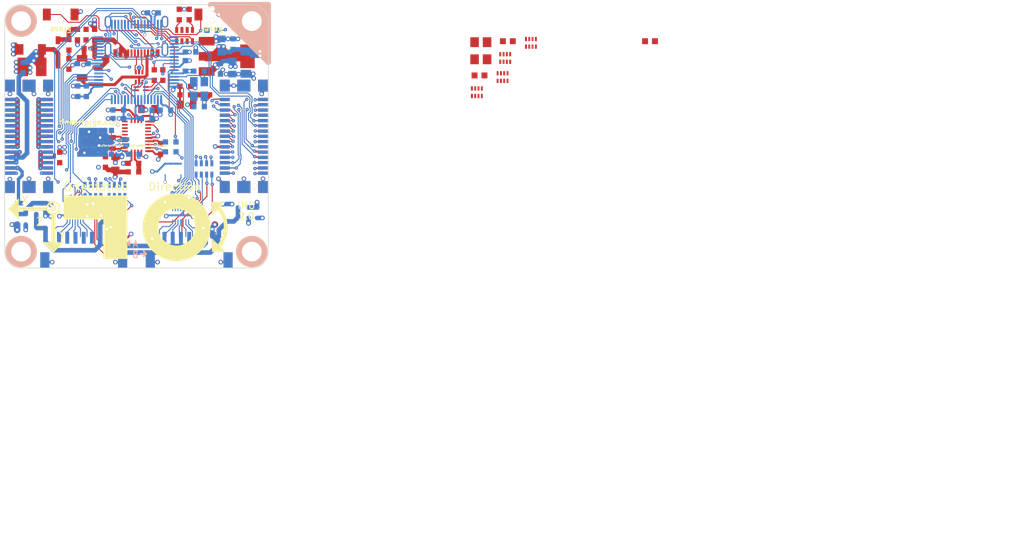
<source format=kicad_pcb>
(kicad_pcb (version 20221018) (generator pcbnew)
  (title_block (title "IMU Brick") (rev "2.0") (company "Tinkerforge GmbH") (comment 1 "Licensed under CERN OHL v.1.1") (comment 2 "Copyright (©) 2015, B.Nordmeyer <bastian@tinkerforge.com>"))
  (layers (0 "F.Cu" signal "Vorderseite") (1 "In1.Cu" signal "GND") (2 "In2.Cu" signal "VCC") (31 "B.Cu" signal "Rückseite") (34 "B.Paste" user) (35 "F.Paste" user) (36 "B.SilkS" user "B.Silkscreen") (37 "F.SilkS" user "F.Silkscreen") (38 "B.Mask" user) (39 "F.Mask" user) (44 "Edge.Cuts" user))
  (net 0 "")
  (net 1 "3V3")
  (net 2 "BNO-ADR-SELECT")
  (net 3 "BNO-BOOT")
  (net 4 "BNO-INT")
  (net 5 "BNO-PIN7")
  (net 6 "BNO-PIN8")
  (net 7 "BNO-nRESET")
  (net 8 "GND")
  (net 9 "LED-DEG-1")
  (net 10 "LED-DEG-2")
  (net 11 "LED-DEG-3")
  (net 12 "LED-DEG-4")
  (net 13 "LED-XYZ-XA")
  (net 14 "LED-XYZ-XB")
  (net 15 "LED-XYZ-YA")
  (net 16 "LED-XYZ-YB")
  (net 17 "LED-XYZ-ZA")
  (net 18 "LED-XYZ-ZB")
  (net 19 "STACK-DETECT/JTAG-TMS")
  (net 20 "STACK-I2C-SCL/JTAG-TDO")
  (net 21 "STACK-I2C-SDA/JTAG-TDI")
  (net 22 "STACK-INT0")
  (net 23 "STACK-INT1")
  (net 24 "STACK-INT2")
  (net 25 "STACK-RESET")
  (net 26 "STACK-SER-RXD")
  (net 27 "STACK-SER-TXD")
  (net 28 "STACK-SPI-MISO")
  (net 29 "STACK-SPI-MOSI")
  (net 30 "STACK-SPI-SCLK")
  (net 31 "STACK-SPI-SELECT")
  (net 32 "STACK-SYNC/JTAG-TCK")
  (net 33 "USB-DETECT")
  (net 34 "VSTACK")
  (net 35 "VUSB")
  (net 36 "XIN")
  (net 37 "XOUT")
  (net 38 "Net-(C3-Pad1)")
  (net 39 "Net-(C5-Pad1)")
  (net 40 "Net-(C6-Pad1)")
  (net 41 "Net-(C7-Pad1)")
  (net 42 "Net-(C8-Pad1)")
  (net 43 "Net-(C10-Pad1)")
  (net 44 "Net-(C21-Pad1)")
  (net 45 "Net-(C28-Pad1)")
  (net 46 "Net-(C29-Pad1)")
  (net 47 "Net-(D1-Pad2)")
  (net 48 "Net-(D2-Pad2)")
  (net 49 "Net-(D3-Pad2)")
  (net 50 "Net-(D4-Pad2)")
  (net 51 "Net-(D5-Pad2)")
  (net 52 "Net-(D6-Pad2)")
  (net 53 "Net-(D7-Pad2)")
  (net 54 "Net-(D8-Pad2)")
  (net 55 "Net-(D9-Pad2)")
  (net 56 "Net-(D10-Pad2)")
  (net 57 "Net-(D11-Pad2)")
  (net 58 "Net-(D12-Pad2)")
  (net 59 "Net-(D13-Pad2)")
  (net 60 "Net-(F1-Pad1)")
  (net 61 "Net-(FB2-Pad2)")
  (net 62 "Net-(FB3-Pad1)")
  (net 63 "Net-(J1-Pad3)")
  (net 64 "Net-(J1-Pad2)")
  (net 65 "Net-(J6-Pad29)")
  (net 66 "Net-(J6-Pad27)")
  (net 67 "Net-(J6-Pad25)")
  (net 68 "Net-(J6-Pad17)")
  (net 69 "Net-(J6-Pad15)")
  (net 70 "Net-(J6-Pad13)")
  (net 71 "Net-(J6-Pad7)")
  (net 72 "Net-(J6-Pad6)")
  (net 73 "Net-(J6-Pad8)")
  (net 74 "Net-(J6-Pad10)")
  (net 75 "Net-(J6-Pad12)")
  (net 76 "Net-(J6-Pad14)")
  (net 77 "Net-(J6-Pad16)")
  (net 78 "Net-(J6-Pad18)")
  (net 79 "Net-(J6-Pad22)")
  (net 80 "Net-(J6-Pad24)")
  (net 81 "Net-(J6-Pad30)")
  (net 82 "Net-(J8-Pad29)")
  (net 83 "Net-(J8-Pad1)")
  (net 84 "Net-(J8-Pad10)")
  (net 85 "Net-(J8-Pad30)")
  (net 86 "Net-(L1-Pad1)")
  (net 87 "Net-(L1-Pad2)")
  (net 88 "Net-(L1-Pad3)")
  (net 89 "Net-(L1-Pad4)")
  (net 90 "Net-(R1-Pad2)")
  (net 91 "Net-(R2-Pad2)")
  (net 92 "Net-(R7-Pad2)")
  (net 93 "Net-(R8-Pad2)")
  (net 94 "Net-(RP1-Pad5)")
  (net 95 "Net-(RP1-Pad8)")
  (net 96 "Net-(SW2-Pad1)")
  (net 97 "Net-(FILTER401-Pad3)")
  (net 98 "Net-(FILTER401-Pad7)")
  (net 99 "Net-(FILTER402-Pad2)")
  (net 100 "Net-(FILTER402-Pad3)")
  (net 101 "Net-(FILTER402-Pad7)")
  (net 102 "Net-(J1-Pad4)")
  (net 103 "AGND")
  (net 104 "Net-(CP1-Pad3)")
  (net 105 "Net-(CP1-Pad2)")
  (net 106 "Net-(CP1-Pad1)")
  (net 107 "Net-(CP2-Pad1)")
  (net 108 "Net-(CP2-Pad2)")
  (net 109 "Net-(CP2-Pad3)")
  (net 110 "Net-(FB3-Pad2)")
  (net 111 "Net-(FB4-Pad1)")
  (net 112 "Net-(P1-Pad7)")
  (net 113 "Net-(P2-Pad7)")
  (net 114 "Port-A-MISO")
  (net 115 "Port-A-MOSI")
  (net 116 "Port-A-CS")
  (net 117 "Port-B-CS")
  (net 118 "Port-B-CLK")
  (net 119 "Port-B-MOSI")
  (net 120 "Port-B-MISO")
  (footprint "kicad-libraries:3528-21" (layer "F.Cu") (at 132.95 94.25 180)
    (fp_text reference "C12")
    (fp_text value "100µF")
  )
  (footprint "kicad-libraries:0603" (layer "F.Cu") (at 141.65 91.45)
    (fp_text reference "C3")
    (fp_text value "1µF")
  )
  (footprint "kicad-libraries:D0603" (layer "F.Cu") (at 155.301 86.299 -90)
    (fp_text reference "D2")
    (fp_text value "red")
  )
  (footprint "kicad-libraries:D0603" (layer "F.Cu") (at 156.799 86.299 -90)
    (fp_text reference "D1")
    (fp_text value "blue")
  )
  (footprint "kicad-libraries:WE-CNSW-0603" (layer "F.Cu") (at 149.5 97.55 180)
    (fp_text reference "L1")
    (fp_text value "744230900")
  )
  (footprint "kicad-libraries:BTB08-ACS-TOP" (layer "F.Cu") (at 132.499 104.8 90)
    (fp_text reference "J8")
    (fp_text value "STACK-UP-LOW")
  )
  (footprint "kicad-libraries:BTB08-ACS-TOP" (layer "F.Cu") (at 165.1 104.8 90)
    (fp_text reference "J6")
    (fp_text value "STACK-UP-LOW")
  )
  (footprint "kicad-libraries:DRILL_NP" (layer "F.Cu") (at 131.3 122.3)
    (fp_text reference "J4" hide)
    (fp_text value "DRILL" hide)
  )
  (footprint "kicad-libraries:DRILL_NP" (layer "F.Cu") (at 166.299 122.301 90)
    (fp_text reference "J3" hide)
    (fp_text value "DRILL" hide)
  )
  (footprint "kicad-libraries:DRILL_NP" (layer "F.Cu") (at 166.299 87.2998)
    (fp_text reference "J2" hide)
    (fp_text value "DRILL" hide)
  )
  (footprint "kicad-libraries:TACT-SWITCH" (layer "F.Cu") (at 137.3 86.299)
    (fp_text reference "SW2")
    (fp_text value "Erase")
  )
  (footprint "kicad-libraries:TACT-SWITCH" (layer "F.Cu") (at 160.299 86.299)
    (fp_text reference "SW1")
    (fp_text value "Reset")
  )
  (footprint "kicad-libraries:SOT563-SPEC" (layer "F.Cu") (at 149.2 95.8 180)
    (fp_text reference "U2")
    (fp_text value "82400152")
  )
  (footprint "kicad-libraries:MiniMelf" (layer "F.Cu") (at 132.75 91.6 180)
    (fp_text reference "D15")
    (fp_text value "Z5V")
  )
  (footprint "kicad-libraries:SOD-123" (layer "F.Cu") (at 136.9 92.05 -90)
    (fp_text reference "D14")
    (fp_text value "B0520LW-7-F")
  )
  (footprint "kicad-libraries:SOT-223" (layer "F.Cu") (at 162.55 92.65 -90)
    (fp_text reference "U4")
    (fp_text value "LD1117")
  )
  (footprint "kicad-libraries:DRILL_NP" (layer "F.Cu") (at 131.3 87.3)
    (fp_text reference "J5" hide)
    (fp_text value "DRILL" hide)
  )
  (footprint "kicad-libraries:D0603" (layer "F.Cu") (at 158.699 118.6 90)
    (fp_text reference "D12")
    (fp_text value "green")
  )
  (footprint "kicad-libraries:D0603" (layer "F.Cu") (at 151.1 118.6 90)
    (fp_text reference "D11")
    (fp_text value "green")
  )
  (footprint "kicad-libraries:D0603" (layer "F.Cu") (at 154.899 122.4)
    (fp_text reference "D10")
    (fp_text value "green")
  )
  (footprint "kicad-libraries:D0603" (layer "F.Cu") (at 154.899 114.8)
    (fp_text reference "D9")
    (fp_text value "green")
  )
  (footprint "kicad-libraries:D0603" (layer "F.Cu") (at 145.603 116.401)
    (fp_text reference "D8")
    (fp_text value "red")
  )
  (footprint "kicad-libraries:D0603" (layer "F.Cu") (at 145.606 114.902)
    (fp_text reference "D7")
    (fp_text value "blue")
  )
  (footprint "kicad-libraries:D0603" (layer "F.Cu") (at 144.803 121.6 -90)
    (fp_text reference "D6")
    (fp_text value "red")
  )
  (footprint "kicad-libraries:D0603" (layer "F.Cu") (at 146.403 121.6 -90)
    (fp_text reference "D5")
    (fp_text value "blue")
  )
  (footprint "kicad-libraries:D0603" (layer "F.Cu") (at 139.603 116.401 180)
    (fp_text reference "D4")
    (fp_text value "red")
  )
  (footprint "kicad-libraries:D0603" (layer "F.Cu") (at 139.606 114.902 180)
    (fp_text reference "D3")
    (fp_text value "blue")
  )
  (footprint "kicad-libraries:0603X4" (layer "F.Cu") (at 156.1 89.5)
    (fp_text reference "RP1")
    (fp_text value "1k")
  )
  (footprint "kicad-libraries:LGA28_5832" (layer "F.Cu") (at 148.8 104.8 90)
    (fp_text reference "U3")
    (fp_text value "BNO055")
  )
  (footprint "kicad-libraries:C0603" (layer "F.Cu") (at 139.85 89.35 -90)
    (fp_text reference "C4")
    (fp_text value "1µF")
  )
  (footprint "kicad-libraries:C0603" (layer "F.Cu") (at 152.45 106.7 -90)
    (fp_text reference "C7")
    (fp_text value "100nF")
  )
  (footprint "kicad-libraries:C0603" (layer "F.Cu") (at 148.35 108.9 180)
    (fp_text reference "C8")
    (fp_text value "100nF")
  )
  (footprint "kicad-libraries:C0603" (layer "F.Cu") (at 145.25 105.8 90)
    (fp_text reference "C9")
    (fp_text value "6.8nF")
  )
  (footprint "kicad-libraries:C0603" (layer "F.Cu") (at 144.1 105.8 90)
    (fp_text reference "C10")
    (fp_text value "120nF")
  )
  (footprint "kicad-libraries:C0805" (layer "F.Cu") (at 145.6 108.9 90)
    (fp_text reference "C11")
    (fp_text value "4.7µF")
  )
  (footprint "kicad-libraries:C0805" (layer "F.Cu") (at 150.55 100.65)
    (fp_text reference "C13")
    (fp_text value "10µF")
  )
  (footprint "kicad-libraries:C0603" (layer "F.Cu") (at 159.1 98.5)
    (fp_text reference "C28")
    (fp_text value "4.7µF")
  )
  (footprint "kicad-libraries:C0603" (layer "F.Cu") (at 156.2 97.2)
    (fp_text reference "C29")
    (fp_text value "100nF")
  )
  (footprint "kicad-libraries:C1206" (layer "F.Cu") (at 140.55 94.45 90)
    (fp_text reference "F1")
    (fp_text value "PTC")
  )
  (footprint "kicad-libraries:C0603" (layer "F.Cu") (at 141.15 89.35 -90)
    (fp_text reference "FB1")
    (fp_text value "FB")
  )
  (footprint "kicad-libraries:C0603" (layer "F.Cu") (at 137.15 108 -90)
    (fp_text reference "FB3")
    (fp_text value "FB")
  )
  (footprint "kicad-libraries:C0603" (layer "F.Cu") (at 144.1 108.7 -90)
    (fp_text reference "L2")
    (fp_text value "INDUCTOR")
  )
  (footprint "kicad-libraries:C0603" (layer "F.Cu") (at 148.35 110.2 180)
    (fp_text reference "L3")
    (fp_text value "INDUCTOR")
  )
  (footprint "kicad-libraries:C0805" (layer "F.Cu") (at 156.4 100 180)
    (fp_text reference "L4")
    (fp_text value "LBR2012T100K")
  )
  (footprint "kicad-libraries:R0603" (layer "F.Cu") (at 151.5 95.5 90)
    (fp_text reference "R1")
    (fp_text value "27")
  )
  (footprint "kicad-libraries:R0603" (layer "F.Cu") (at 152.8 95.5 90)
    (fp_text reference "R2")
    (fp_text value "27")
  )
  (footprint "kicad-libraries:R0603" (layer "F.Cu") (at 142.45 89.35 -90)
    (fp_text reference "R3")
    (fp_text value "0")
  )
  (footprint "kicad-libraries:R0603" (layer "F.Cu") (at 138.55 90.9 90)
    (fp_text reference "R4")
    (fp_text value "47k")
  )
  (footprint "kicad-libraries:R0603" (layer "F.Cu") (at 138.55 93.8 90)
    (fp_text reference "R5")
    (fp_text value "68k")
  )
  (footprint "kicad-libraries:R0603" (layer "F.Cu") (at 156.2 98.5 180)
    (fp_text reference "R10")
    (fp_text value "1R0")
  )
  (footprint "kicad-libraries:C0805E" (layer "F.Cu") (at 201.051501 90.500601)
    (fp_text reference "C31")
    (fp_text value "10uF")
  )
  (footprint "kicad-libraries:C0603F" (layer "F.Cu") (at 205.150841 90.350741)
    (fp_text reference "C32")
    (fp_text value "100nF")
  )
  (footprint "kicad-libraries:C0805E" (layer "F.Cu") (at 201.051501 93.100601)
    (fp_text reference "C33")
    (fp_text value "10uF")
  )
  (footprint "kicad-libraries:C0603F" (layer "F.Cu") (at 200.850841 95.550741)
    (fp_text reference "C34")
    (fp_text value "100nF")
  )
  (footprint "kicad-libraries:4X0402" (layer "F.Cu") (at 204.749521 92.9)
    (fp_text reference "CP1")
    (fp_text value "220pF")
  )
  (footprint "kicad-libraries:4X0402" (layer "F.Cu") (at 208.649521 90.6)
    (fp_text reference "CP2")
    (fp_text value "220pF")
  )
  (footprint "kicad-libraries:USB-C" (layer "F.Cu") (at 148.8 84.8 180)
    (fp_text reference "J1")
    (fp_text value "USB-C")
  )
  (footprint "kicad-libraries:R0603F" (layer "F.Cu") (at 226.720841 90.350741)
    (fp_text reference "R11")
    (fp_text value "56k")
  )
  (footprint "kicad-libraries:4X0402" (layer "F.Cu") (at 200.449521 98.1)
    (fp_text reference "RP5")
    (fp_text value "82")
  )
  (footprint "kicad-libraries:4X0402" (layer "F.Cu") (at 204.349521 95.8)
    (fp_text reference "RP6")
    (fp_text value "82")
  )
  (footprint "kicad-libraries:BTB08-ACS-BTM" (layer "B.Cu") (at 132.499 104.8 -90)
    (fp_text reference "J9")
    (fp_text value "STACK-DOWN")
  )
  (footprint "kicad-libraries:BTB08-ACS-BTM" (layer "B.Cu") (at 165.1 104.8 -90)
    (fp_text reference "J7")
    (fp_text value "STACK-DOWN")
  )
  (footprint "kicad-libraries:CRYSTAL_3225" (layer "B.Cu") (at 158.3 97.6 -90)
    (fp_text reference "X1")
    (fp_text value "16Mhz")
  )
  (footprint "kicad-libraries:LQFP64" (layer "B.Cu") (at 148.8 93.5 180)
    (fp_text reference "U1")
    (fp_text value "AT91SAM3SXB")
  )
  (footprint "kicad-libraries:SOD-123" (layer "B.Cu") (at 132.85 114.95 180)
    (fp_text reference "D13")
    (fp_text value "B0520LW-7-F")
  )
  (footprint "kicad-libraries:0603X4" (layer "B.Cu") (at 159.0418 109.7556 180)
    (fp_text reference "RP4")
    (fp_text value "1k")
  )
  (footprint "kicad-libraries:0603X4" (layer "B.Cu") (at 145.85 113 180)
    (fp_text reference "RP3")
    (fp_text value "1k")
  )
  (footprint "kicad-libraries:0603X4" (layer "B.Cu") (at 142.2 113 180)
    (fp_text reference "RP2")
    (fp_text value "1k")
  )
  (footprint "kicad-libraries:MiniMelf" (layer "B.Cu") (at 165.4 93.6 -90)
    (fp_text reference "D16")
    (fp_text value "Z3.3V")
  )
  (footprint "kicad-libraries:AB26TRQ" (layer "B.Cu") (at 141.6 105.7 -90)
    (fp_text reference "X2")
    (fp_text value "32.768kHz")
  )
  (footprint "kicad-libraries:C0603" (layer "B.Cu") (at 158.3 94.9 180)
    (fp_text reference "C1")
    (fp_text value "DNP")
  )
  (footprint "kicad-libraries:C0603" (layer "B.Cu") (at 158.3 100.3)
    (fp_text reference "C2")
    (fp_text value "DNP")
  )
  (footprint "kicad-libraries:C0603" (layer "B.Cu") (at 144.2 107.5 180)
    (fp_text reference "C5")
    (fp_text value "22pF")
  )
  (footprint "kicad-libraries:C0603" (layer "B.Cu") (at 144.2 103.9 180)
    (fp_text reference "C6")
    (fp_text value "22pF")
  )
  (footprint "kicad-libraries:C0603" (layer "B.Cu") (at 150.35 100.8)
    (fp_text reference "C14")
    (fp_text value "100nF")
  )
  (footprint "kicad-libraries:C0603" (layer "B.Cu") (at 139.9 97.95 -90)
    (fp_text reference "C15")
    (fp_text value "4.7µF")
  )
  (footprint "kicad-libraries:C0805" (layer "B.Cu") (at 163.35 94.35 -90)
    (fp_text reference "C16")
    (fp_text value "10µF")
  )
  (footprint "kicad-libraries:C0603" (layer "B.Cu") (at 141.2 97.95 -90)
    (fp_text reference "C17")
    (fp_text value "100nF")
  )
  (footprint "kicad-libraries:C0603" (layer "B.Cu") (at 161.55 94.55 -90)
    (fp_text reference "C18")
    (fp_text value "100nF")
  )
  (footprint "kicad-libraries:C0603" (layer "B.Cu") (at 151.3 86.05)
    (fp_text reference "C19")
    (fp_text value "100nF")
  )
  (footprint "kicad-libraries:C0603" (layer "B.Cu") (at 156.2 94.1 -90)
    (fp_text reference "C20")
    (fp_text value "100nF")
  )
  (footprint "kicad-libraries:C0603" (layer "B.Cu") (at 146.05 102.1 180)
    (fp_text reference "C21")
    (fp_text value "2.2µF")
  )
  (footprint "kicad-libraries:C0603" (layer "B.Cu") (at 150.35 102.1)
    (fp_text reference "C22")
    (fp_text value "100nF")
  )
  (footprint "kicad-libraries:C0603" (layer "B.Cu") (at 146.05 100.8 180)
    (fp_text reference "C23")
    (fp_text value "100nF")
  )
  (footprint "kicad-libraries:C0603" (layer "B.Cu") (at 140.65 93.75 180)
    (fp_text reference "C24")
    (fp_text value "100nF")
  )
  (footprint "kicad-libraries:C0805" (layer "B.Cu") (at 161.7 91 90)
    (fp_text reference "C25")
    (fp_text value "10µF/10V")
  )
  (footprint "kicad-libraries:C0603" (layer "B.Cu") (at 157 92)
    (fp_text reference "C26")
    (fp_text value "100nF")
  )
  (footprint "kicad-libraries:C0603" (layer "B.Cu") (at 163.45 90.8 90)
    (fp_text reference "C27")
    (fp_text value "100nF")
  )
  (footprint "kicad-libraries:C0603" (layer "B.Cu") (at 153.2 100.8 180)
    (fp_text reference "C30")
    (fp_text value "100nF")
  )
  (footprint "kicad-libraries:C0603" (layer "B.Cu") (at 131.6 94.35 90)
    (fp_text reference "FB4")
    (fp_text value "FB")
  )
  (footprint "kicad-libraries:R0603" (layer "B.Cu") (at 148.4 107.5)
    (fp_text reference "R6")
    (fp_text value "10k")
  )
  (footprint "kicad-libraries:R0603" (layer "B.Cu") (at 154 107.15 180)
    (fp_text reference "R7")
    (fp_text value "DNP")
  )
  (footprint "kicad-libraries:R0603" (layer "B.Cu") (at 154 105.65 180)
    (fp_text reference "R8")
    (fp_text value "DNP")
  )
  (footprint "kicad-libraries:R0603" (layer "B.Cu") (at 160.3 88.7 180)
    (fp_text reference "R9")
    (fp_text value "1k")
  )
  (footprint "kicad-libraries:CON-SENSOR2" (layer "B.Cu") (at 140.8 124.8 180)
    (fp_text reference "P1")
    (fp_text value "CON-SENSOR2")
  )
  (footprint "kicad-libraries:CON-SENSOR2" (layer "B.Cu") (at 156.8 124.8 180)
    (fp_text reference "P2")
    (fp_text value "CON-SENSOR2")
  )
  (gr_line (start 168.80078 93.55074) (end 168.80078 84.80044) (stroke (width 0.8001)) (layer "B.SilkS"))
  (gr_line (start 150.29942 122.64898) (end 149.8981 123.0503) (stroke (width 0.24892)) (layer "B.SilkS"))
  (gr_line (start 166.02456 88.45042) (end 166.02456 87.3506) (stroke (width 0.8001)) (layer "B.SilkS"))
  (gr_line (start 149.90064 122.2502) (end 149.8981 122.2502) (stroke (width 0.24892)) (layer "B.SilkS"))
  (gr_line (start 167.62476 91.92514) (end 167.62476 86.17458) (stroke (width 0.8001)) (layer "B.SilkS"))
  (gr_line (start 168.3258 85.52434) (end 161.22396 85.52434) (stroke (width 0.8001)) (layer "B.SilkS"))
  (gr_line (start 167.62476 86.17458) (end 162.45078 86.17458) (stroke (width 0.8001)) (layer "B.SilkS"))
  (gr_line (start 147.74672 120.7008) (end 147.74926 120.7008) (stroke (width 0.24892)) (layer "B.SilkS"))
  (gr_line (start 168.3258 92.42552) (end 168.3258 85.52434) (stroke (width 0.8001)) (layer "B.SilkS"))
  (gr_line (start 149.40026 122.64898) (end 150.29942 122.64898) (stroke (width 0.24892)) (layer "B.SilkS"))
  (gr_line (start 166.02456 87.3506) (end 165.99916 87.3506) (stroke (width 0.8001)) (layer "B.SilkS"))
  (gr_line (start 166.97706 86.75116) (end 163.75126 86.75116) (stroke (width 0.8001)) (layer "B.SilkS"))
  (gr_line (start 163.75126 86.75116) (end 166.49954 89.49944) (stroke (width 0.8001)) (layer "B.SilkS"))
  (gr_line (start 166.97706 90.70086) (end 166.97706 86.75116) (stroke (width 0.8001)) (layer "B.SilkS"))
  (gr_line (start 164.92474 87.3506) (end 166.02456 88.45042) (stroke (width 0.8001)) (layer "B.SilkS"))
  (gr_line (start 147.39874 121.04878) (end 147.74672 120.7008) (stroke (width 0.24892)) (layer "B.SilkS"))
  (gr_line (start 168.80078 84.80044) (end 160.05048 84.80044) (stroke (width 0.8001)) (layer "B.SilkS"))
  (gr_line (start 161.22396 85.52434) (end 167.62476 91.92514) (stroke (width 0.8001)) (layer "B.SilkS"))
  (gr_line (start 147.39874 121.04878) (end 147.99818 121.04878) (stroke (width 0.24892)) (layer "B.SilkS"))
  (gr_line (start 166.49954 87.3506) (end 164.92474 87.3506) (stroke (width 0.8001)) (layer "B.SilkS"))
  (gr_line (start 147.39874 121.04878) (end 147.74926 121.3993) (stroke (width 0.24892)) (layer "B.SilkS"))
  (gr_line (start 160.05048 84.80044) (end 168.80078 93.55074) (stroke (width 0.8001)) (layer "B.SilkS"))
  (gr_line (start 166.49954 89.49944) (end 166.49954 87.3506) (stroke (width 0.8001)) (layer "B.SilkS"))
  (gr_line (start 150.29942 122.64898) (end 149.90064 122.2502) (stroke (width 0.24892)) (layer "B.SilkS"))
  (gr_line (start 162.45078 86.17458) (end 166.97706 90.70086) (stroke (width 0.8001)) (layer "B.SilkS"))
  (gr_line (start 163.62426 86.75116) (end 166.47414 89.60104) (stroke (width 0.8001)) (layer "F.SilkS"))
  (gr_line (start 147.20316 123.20016) (end 144.00276 123.20016) (stroke (width 0.44958)) (layer "F.SilkS"))
  (gr_line (start 168.80078 93.55074) (end 160.05048 84.80044) (stroke (width 0.8001)) (layer "F.SilkS"))
  (gr_line (start 160.2994 122.301) (end 160.2994 120.60174) (stroke (width 0.09906)) (layer "F.SilkS"))
  (gr_line (start 161.69894 121.80062) (end 161.69894 122.301) (stroke (width 0.09906)) (layer "F.SilkS"))
  (gr_line (start 137.59942 121.0009) (end 134.80034 121.0009) (stroke (width 0.09906)) (layer "F.SilkS"))
  (gr_line (start 136.19988 122.40044) (end 134.69874 120.8993) (stroke (width 0.09906)) (layer "F.SilkS"))
  (gr_line (start 132.99948 115.79898) (end 135.10006 115.79898) (stroke (width 0.59944)) (layer "F.SilkS"))
  (gr_line (start 136.19988 122.19978) (end 136.19988 122.10072) (stroke (width 0.29972)) (layer "F.SilkS"))
  (gr_line (start 162.39998 86.17458) (end 166.97452 90.74912) (stroke (width 0.8001)) (layer "F.SilkS"))
  (gr_line (start 166.47414 89.60104) (end 166.47414 87.3506) (stroke (width 0.8001)) (layer "F.SilkS"))
  (gr_circle (center 154.89936 118.60022) (end 158.6992 118.60022) (stroke (width 1.99898)) (fill none) (layer "F.SilkS"))
  (gr_line (start 130.8989 114.50104) (end 130.79984 114.40198) (stroke (width 0.09906)) (layer "F.SilkS"))
  (gr_line (start 166.97452 86.75116) (end 163.62426 86.75116) (stroke (width 0.8001)) (layer "F.SilkS"))
  (gr_line (start 135.001 121.0009) (end 136.19988 122.19978) (stroke (width 0.29972)) (layer "F.SilkS"))
  (gr_line (start 160.2994 116.49964) (end 160.50006 116.49964) (stroke (width 0.09906)) (layer "F.SilkS"))
  (gr_line (start 160.2994 114.89944) (end 160.2994 114.80038) (stroke (width 0.09906)) (layer "F.SilkS"))
  (gr_line (start 161.1503 85.57514) (end 167.5511 91.97594) (stroke (width 0.8001)) (layer "F.SilkS"))
  (gr_line (start 130.70078 116.79974) (end 130.70078 114.69916) (stroke (width 0.29972)) (layer "F.SilkS"))
  (gr_line (start 130.0988 115.69992) (end 130.39852 115.4002) (stroke (width 0.29972)) (layer "F.SilkS"))
  (gr_line (start 161.49828 122.00128) (end 160.59912 122.00128) (stroke (width 0.59944)) (layer "F.SilkS"))
  (gr_line (start 160.70072 115.1001) (end 161.50082 115.1001) (stroke (width 0.59944)) (layer "F.SilkS"))
  (gr_line (start 161.59988 115.1001) (end 161.8996 115.1001) (stroke (width 0.09906)) (layer "F.SilkS"))
  (gr_line (start 166.97452 90.74912) (end 166.97452 86.75116) (stroke (width 0.8001)) (layer "F.SilkS"))
  (gr_line (start 160.401 116.29898) (end 161.80054 114.89944) (stroke (width 0.20066)) (layer "F.SilkS"))
  (gr_line (start 136.19988 118.99938) (end 136.19988 116.79974) (stroke (width 0.59944)) (layer "F.SilkS"))
  (gr_line (start 132.99186 115.7939) (end 130.99288 115.7939) (stroke (width 0.59944)) (layer "F.SilkS"))
  (gr_circle (center 136.19988 115.69738) (end 136.29894 115.79898) (stroke (width 0.29972)) (fill none) (layer "F.SilkS"))
  (gr_line (start 160.50006 120.60174) (end 160.50006 122.301) (stroke (width 0.09906)) (layer "F.SilkS"))
  (gr_line (start 130.59918 116.2003) (end 130.0988 115.69992) (stroke (width 0.29972)) (layer "F.SilkS"))
  (gr_line (start 147.20316 123.1011) (end 147.20316 123.20016) (stroke (width 0.44958)) (layer "F.SilkS"))
  (gr_line (start 130.70078 114.69916) (end 129.60096 115.79898) (stroke (width 0.29972)) (layer "F.SilkS"))
  (gr_line (start 162.10026 114.89944) (end 160.2994 116.7003) (stroke (width 0.09906)) (layer "F.SilkS"))
  (gr_line (start 130.39852 115.4002) (end 130.39852 115.79898) (stroke (width 0.29972)) (layer "F.SilkS"))
  (gr_line (start 136.19988 120.8993) (end 137.70102 120.8993) (stroke (width 0.09906)) (layer "F.SilkS"))
  (gr_line (start 160.2994 116.19992) (end 160.79978 116.19992) (stroke (width 0.09906)) (layer "F.SilkS"))
  (gr_line (start 130.8989 115.79898) (end 130.8989 117.30012) (stroke (width 0.09906)) (layer "F.SilkS"))
  (gr_line (start 147.20316 114.00028) (end 147.20316 123.1011) (stroke (width 0.44958)) (layer "F.SilkS"))
  (gr_line (start 165.9255 88.45042) (end 165.9255 87.67572) (stroke (width 0.8001)) (layer "F.SilkS"))
  (gr_line (start 167.5511 86.17458) (end 162.39998 86.17458) (stroke (width 0.8001)) (layer "F.SilkS"))
  (gr_line (start 138.00328 117.10162) (end 138.00328 114.00028) (stroke (width 0.44958)) (layer "F.SilkS"))
  (gr_line (start 130.8989 114.69916) (end 130.70078 114.50104) (stroke (width 0.09906)) (layer "F.SilkS"))
  (gr_line (start 134.69874 120.8993) (end 136.19988 120.8993) (stroke (width 0.09906)) (layer "F.SilkS"))
  (gr_line (start 130.79984 114.40198) (end 130.79984 114.39944) (stroke (width 0.09906)) (layer "F.SilkS"))
  (gr_line (start 161.39922 121.5009) (end 162.19932 122.301) (stroke (width 0.09906)) (layer "F.SilkS"))
  (gr_line (start 162.19932 114.80038) (end 162.10026 114.89944) (stroke (width 0.09906)) (layer "F.SilkS"))
  (gr_line (start 160.2994 120.50014) (end 160.2994 120.40108) (stroke (width 0.09906)) (layer "F.SilkS"))
  (gr_line (start 135.6995 121.6994) (end 136.70026 121.6994) (stroke (width 0.29972)) (layer "F.SilkS"))
  (gr_line (start 161.59988 115.19916) (end 161.80054 115.19916) (stroke (width 0.09906)) (layer "F.SilkS"))
  (gr_line (start 144.00276 123.20016) (end 144.00276 117.20068) (stroke (width 0.44958)) (layer "F.SilkS"))
  (gr_line (start 160.2994 116.29898) (end 160.70072 116.29898) (stroke (width 0.09906)) (layer "F.SilkS"))
  (gr_line (start 160.59912 115.19916) (end 160.59912 115.99926) (stroke (width 0.59944)) (layer "F.SilkS"))
  (gr_line (start 130.8989 114.30292) (end 130.8989 115.79898) (stroke (width 0.09906)) (layer "F.SilkS"))
  (gr_line (start 160.2994 114.80038) (end 162.19932 114.80038) (stroke (width 0.09906)) (layer "F.SilkS"))
  (gr_line (start 160.2994 120.60174) (end 160.2994 120.50014) (stroke (width 0.09906)) (layer "F.SilkS"))
  (gr_line (start 161.8996 122.00128) (end 161.8996 122.301) (stroke (width 0.09906)) (layer "F.SilkS"))
  (gr_line (start 136.1948 118.99684) (end 136.1948 120.89676) (stroke (width 0.59944)) (layer "F.SilkS"))
  (gr_line (start 167.5511 91.97594) (end 167.5511 86.17458) (stroke (width 0.8001)) (layer "F.SilkS"))
  (gr_line (start 165.9255 87.67572) (end 165.97376 87.67572) (stroke (width 0.8001)) (layer "F.SilkS"))
  (gr_circle (center 136.19988 115.69738) (end 136.99998 116.19776) (stroke (width 0.29972)) (fill none) (layer "F.SilkS"))
  (gr_line (start 164.82568 87.3506) (end 165.9255 88.45042) (stroke (width 0.8001)) (layer "F.SilkS"))
  (gr_line (start 130.8989 117.30012) (end 129.4003 115.80152) (stroke (width 0.09906)) (layer "F.SilkS"))
  (gr_line (start 130.8989 116.19776) (end 130.8989 116.2003) (stroke (width 0.09906)) (layer "F.SilkS"))
  (gr_line (start 162.0012 122.10034) (end 162.0012 122.301) (stroke (width 0.09906)) (layer "F.SilkS"))
  (gr_line (start 137.70102 120.8993) (end 136.19988 122.40044) (stroke (width 0.09906)) (layer "F.SilkS"))
  (gr_line (start 162.10026 122.20194) (end 162.10026 122.301) (stroke (width 0.09906)) (layer "F.SilkS"))
  (gr_line (start 130.79984 117.20106) (end 130.79984 117.09946) (stroke (width 0.09906)) (layer "F.SilkS"))
  (gr_line (start 144.00276 117.20068) (end 138.00328 117.20068) (stroke (width 0.44958)) (layer "F.SilkS"))
  (gr_arc (start 161.00044 115.39982) (mid 162.355103 118.530174) (end 161.0995 121.70156) (stroke (width 0.59944)) (layer "F.SilkS"))
  (gr_circle (center 154.89936 118.60022) (end 159.5755 120.22582) (stroke (width 0.39878)) (fill none) (layer "F.SilkS"))
  (gr_line (start 129.60096 115.79898) (end 130.79984 116.99786) (stroke (width 0.29972)) (layer "F.SilkS"))
  (gr_line (start 160.05048 84.80044) (end 168.80078 84.80044) (stroke (width 0.8001)) (layer "F.SilkS"))
  (gr_line (start 168.3004 85.57514) (end 161.1503 85.57514) (stroke (width 0.8001)) (layer "F.SilkS"))
  (gr_line (start 160.2994 120.40108) (end 161.39922 121.5009) (stroke (width 0.09906)) (layer "F.SilkS"))
  (gr_line (start 160.50006 116.40058) (end 162.0012 114.89944) (stroke (width 0.20066)) (layer "F.SilkS"))
  (gr_line (start 160.2994 116.7003) (end 160.2994 114.89944) (stroke (width 0.09906)) (layer "F.SilkS"))
  (gr_line (start 160.59912 121.10212) (end 161.49828 122.00128) (stroke (width 0.59944)) (layer "F.SilkS"))
  (gr_line (start 162.0012 115.00104) (end 160.2994 115.00104) (stroke (width 0.09906)) (layer "F.SilkS"))
  (gr_line (start 138.00328 114.00028) (end 147.20316 114.00028) (stroke (width 0.44958)) (layer "F.SilkS"))
  (gr_line (start 160.401 122.301) (end 160.401 120.50014) (stroke (width 0.09906)) (layer "F.SilkS"))
  (gr_line (start 130.79984 116.70068) (end 129.89814 115.79898) (stroke (width 0.29972)) (layer "F.SilkS"))
  (gr_line (start 129.89814 115.79898) (end 130.59918 115.09794) (stroke (width 0.29972)) (layer "F.SilkS"))
  (gr_line (start 160.2994 114.89944) (end 162.10026 114.89944) (stroke (width 0.09906)) (layer "F.SilkS"))
  (gr_line (start 130.8989 114.6001) (end 130.79984 114.50104) (stroke (width 0.09906)) (layer "F.SilkS"))
  (gr_line (start 130.59918 115.09794) (end 130.59918 116.2003) (stroke (width 0.29972)) (layer "F.SilkS"))
  (gr_line (start 135.39978 121.39968) (end 136.99998 121.39968) (stroke (width 0.29972)) (layer "F.SilkS"))
  (gr_line (start 160.2994 116.60124) (end 160.401 116.60124) (stroke (width 0.09906)) (layer "F.SilkS"))
  (gr_line (start 129.4003 115.80152) (end 130.8989 114.30292) (stroke (width 0.09906)) (layer "F.SilkS"))
  (gr_line (start 135.99922 121.99912) (end 136.40054 121.99912) (stroke (width 0.29972)) (layer "F.SilkS"))
  (gr_line (start 137.39876 121.0009) (end 136.29894 122.10072) (stroke (width 0.29972)) (layer "F.SilkS"))
  (gr_line (start 160.401 114.89944) (end 160.401 115.1001) (stroke (width 0.09906)) (layer "F.SilkS"))
  (gr_line (start 160.59912 120.7008) (end 160.59912 122.301) (stroke (width 0.09906)) (layer "F.SilkS"))
  (gr_line (start 160.59912 122.00128) (end 160.59912 121.10212) (stroke (width 0.59944)) (layer "F.SilkS"))
  (gr_line (start 161.80054 121.89968) (end 161.80054 122.301) (stroke (width 0.09906)) (layer "F.SilkS"))
  (gr_line (start 161.50082 115.00104) (end 162.0012 115.00104) (stroke (width 0.09906)) (layer "F.SilkS"))
  (gr_line (start 168.3004 92.32392) (end 168.3004 85.57514) (stroke (width 0.8001)) (layer "F.SilkS"))
  (gr_line (start 130.39852 115.79898) (end 130.40106 115.79898) (stroke (width 0.29972)) (layer "F.SilkS"))
  (gr_line (start 162.19932 122.301) (end 160.2994 122.301) (stroke (width 0.09906)) (layer "F.SilkS"))
  (gr_line (start 160.2994 116.40058) (end 160.59912 116.40058) (stroke (width 0.09906)) (layer "F.SilkS"))
  (gr_line (start 166.47414 87.3506) (end 164.82568 87.3506) (stroke (width 0.8001)) (layer "F.SilkS"))
  (gr_line (start 130.8989 115.59832) (end 130.8989 115.60086) (stroke (width 0.09906)) (layer "F.SilkS"))
  (gr_line (start 135.10006 121.09996) (end 137.2997 121.09996) (stroke (width 0.29972)) (layer "F.SilkS"))
  (gr_line (start 168.80078 84.80044) (end 168.80078 93.55074) (stroke (width 0.8001)) (layer "F.SilkS"))
  (gr_arc (start 128.8 87.3) (mid 129.532233 85.532233) (end 131.3 84.8) (stroke (width 0.09906)) (layer "Edge.Cuts"))
  (gr_arc (start 168.8 122.3) (mid 168.067767 124.067767) (end 166.3 124.8) (stroke (width 0.09906)) (layer "Edge.Cuts"))
  (gr_line (start 166.3 84.8) (end 131.3 84.8) (stroke (width 0.09906)) (layer "Edge.Cuts"))
  (gr_arc (start 166.3 84.8) (mid 168.067767 85.532233) (end 168.8 87.3) (stroke (width 0.09906)) (layer "Edge.Cuts"))
  (gr_line (start 168.8 122.3) (end 168.8 87.3) (stroke (width 0.09906)) (layer "Edge.Cuts"))
  (gr_line (start 128.8 87.3) (end 128.8 122.3) (stroke (width 0.09906)) (layer "Edge.Cuts"))
  (gr_line (start 131.3 124.8) (end 166.3 124.8) (stroke (width 0.09906)) (layer "Edge.Cuts"))
  (gr_arc (start 131.3 124.8) (mid 129.532233 124.067767) (end 128.8 122.3) (stroke (width 0.09906)) (layer "Edge.Cuts"))
  (gr_text "A" (at 148.64842 121.15038) (layer "B.SilkS") (effects (font (size 1.00076 1.00076) (thickness 0.14986)) (justify mirror)))
  (gr_text "B" (at 148.64842 122.75058) (layer "B.SilkS") (effects (font (size 1.00076 1.00076) (thickness 0.14986)) (justify mirror)))
  (gr_text "Direction" (at 154.59964 112.45088) (layer "F.SilkS") (effects (font (size 1.19888 1.19888) (thickness 0.14986))))
  (gr_text "IMU\n2.0" (at 165.47592 116.12626) (layer "F.SilkS") (effects (font (size 1.00076 1.00076) (thickness 0.14986))))
  (gr_text "Z" (at 134.15 117.8) (layer "F.SilkS") (effects (font (size 1.19888 1.19888) (thickness 0.14986))))
  (gr_text "X" (at 131.9 114.4 180) (layer "F.SilkS") (effects (font (size 1.19888 1.19888) (thickness 0.14986))))
  (gr_text "Y" (at 137.5 119.9) (layer "F.SilkS") (effects (font (size 1.19888 1.19888) (thickness 0.14986))))
  (gr_text "Reset" (at 160.2994 88.60028 180) (layer "F.SilkS") (effects (font (size 0.8001 0.8001) (thickness 0.14986))))
  (gr_text "Orientation" (at 142.67434 112.42548) (layer "F.SilkS") (effects (font (size 1.19888 1.19888) (thickness 0.14986))))
  (gr_text "Erase" (at 137.3 88.6 180) (layer "F.SilkS") (effects (font (size 0.8001 0.8001) (thickness 0.14986))))
  (gr_text "tinkerforge.com" (at 141.7 102.65) (layer "F.SilkS") (effects (font (size 0.8001 0.8001) (thickness 0.14986))))
  (gr_text "Leiterbahnbreite - Pad größer wie Leiterbahn" (at 148.5 106.2) (layer "F.SilkS") (effects (font (size 0.29972 0.29972) (thickness 0.07493))))
  (segment (start 148.05 101.8) (end 147.7866 101.5366) (width 0.1498) (layer "F.Cu") (net 0))
  (segment (start 147.7866 101.5366) (end 147.6528 101.5366) (width 0.1498) (layer "F.Cu") (net 0))
  (segment (start 148.05 102.3375) (end 148.05 101.8) (width 0.1498) (layer "F.Cu") (net 0))
  (via (at 158.0233 114.2387) (size 0.501) (drill 0.15) (layers "F.Cu" "B.Cu") (net 0))
  (via (at 138.8495 113.9265) (size 0.501) (drill 0.15) (layers "F.Cu" "B.Cu") (net 0))
  (via (at 155.2105 111.539) (size 0.501) (drill 0.15) (layers "F.Cu" "B.Cu") (net 0))
  (via (at 147.6528 101.5366) (size 0.501) (drill 0.15) (layers "F.Cu" "B.Cu") (net 0))
  (via (at 148.6857 90.4006) (size 0.501) (drill 0.15) (layers "F.Cu" "B.Cu") (net 0))
  (via (at 157.3721 114.2319) (size 0.501) (drill 0.15) (layers "F.Cu" "B.Cu") (net 0))
  (via (at 143.1767 115.7364) (size 0.501) (drill 0.15) (layers "F.Cu" "B.Cu") (net 0))
  (segment (start 155.2105 111.5145) (end 155.54888 111.17612) (width 0.14986) (layer "B.Cu") (net 0))
  (segment (start 155.54888 111.17612) (end 155.54888 110.6509) (width 0.14986) (layer "B.Cu") (net 0))
  (segment (start 155.2105 111.539) (end 155.2105 111.5145) (width 0.14986) (layer "B.Cu") (net 0))
  (segment (start 157.3835 101.805) (end 157.3835 111.3342) (width 0.1498) (layer "B.Cu") (net 0))
  (segment (start 142.7881 116.125) (end 143.1767 115.7364) (width 0.1498) (layer "B.Cu") (net 0))
  (segment (start 155.9416 100.3631) (end 157.3835 101.805) (width 0.1498) (layer "B.Cu") (net 0))
  (segment (start 156.7 116.125) (end 157.3721 115.4529) (width 0.1498) (layer "B.Cu") (net 0))
  (segment (start 157.3721 115.4529) (end 157.3721 114.2319) (width 0.1498) (layer "B.Cu") (net 0))
  (segment (start 157.3835 111.3342) (end 157.762 111.7127) (width 0.1498) (layer "B.Cu") (net 0))
  (segment (start 157.762 111.7127) (end 157.762 113.5756) (width 0.1498) (layer "B.Cu") (net 0))
  (segment (start 146.5521 88.4874) (end 148.4653 90.4006) (width 0.1498) (layer "B.Cu") (net 0))
  (segment (start 158.0233 113.8369) (end 158.0233 114.2387) (width 0.1498) (layer "B.Cu") (net 0))
  (segment (start 139.1 114.177) (end 138.8495 113.9265) (width 0.1498) (layer "B.Cu") (net 0))
  (segment (start 148.4653 90.4006) (end 148.6857 90.4006) (width 0.1498) (layer "B.Cu") (net 0))
  (segment (start 155.9416 97.526) (end 155.9416 100.3631) (width 0.1498) (layer "B.Cu") (net 0))
  (segment (start 155.1643 96.7487) (end 155.9416 97.526) (width 0.1498) (layer "B.Cu") (net 0))
  (segment (start 139.1 116.125) (end 139.1 114.177) (width 0.1498) (layer "B.Cu") (net 0))
  (segment (start 157.762 113.5756) (end 158.0233 113.8369) (width 0.1498) (layer "B.Cu") (net 0))
  (segment (start 140.7 116.125) (end 142.7881 116.125) (width 0.1498) (layer "B.Cu") (net 0))
  (segment (start 154.5226 96.7487) (end 155.1643 96.7487) (width 0.1498) (layer "B.Cu") (net 0))
  (segment (start 146.5521 87.7774) (end 146.5521 88.4874) (width 0.1498) (layer "B.Cu") (net 0))
  (segment (start 156.0511 85.4989) (end 156.05 85.5) (width 0.14986) (layer "F.Cu") (net 1))
  (segment (start 156.0489 85.4989) (end 156.05 85.5) (width 0.14986) (layer "F.Cu") (net 1))
  (segment (start 152.55 122.4) (end 151.179 121.029) (width 0.50038) (layer "F.Cu") (net 1))
  (segment (start 151.179 121.029) (end 151.179 120.3244) (width 0.50038) (layer "F.Cu") (net 1))
  (segment (start 158.699 118.951) (end 158.95 118.7) (width 0.50038) (layer "F.Cu") (net 1))
  (segment (start 161.3 91.45) (end 160.1 92.65) (width 0.70104) (layer "F.Cu") (net 1))
  (segment (start 160.1 92.65) (end 159.4512 92.65) (width 0.70104) (layer "F.Cu") (net 1))
  (segment (start 162 91.5) (end 163.15 92.65) (width 0.70104) (layer "F.Cu") (net 1))
  (segment (start 163.15 92.65) (end 165.6488 92.65) (width 1.5012) (layer "F.Cu") (net 1))
  (segment (start 147.5499 110.2) (end 147.55 110.2) (width 0.701) (layer "F.Cu") (net 1))
  (segment (start 159.451 92.65) (end 159.4512 92.65) (width 1.5012) (layer "F.Cu") (net 1))
  (segment (start 154.0989 114.8) (end 153.1775 114.8) (width 0.3) (layer "F.Cu") (net 1))
  (segment (start 159.4512 92.65) (end 161.65 92.65) (width 1.5012) (layer "F.Cu") (net 1))
  (segment (start 146.8096 120.7999) (end 146.403 120.7999) (width 0.3) (layer "F.Cu") (net 1))
  (segment (start 154.0989 122.4) (end 152.55 122.4) (width 0.50038) (layer "F.Cu") (net 1))
  (segment (start 155.301 85.4989) (end 156.0489 85.4989) (width 0.14986) (layer "F.Cu") (net 1))
  (segment (start 161.65 91.5) (end 161.3 91.15) (width 0.70104) (layer "F.Cu") (net 1))
  (segment (start 144.1 109.5) (end 144.1001 109.5) (width 0.701) (layer "F.Cu") (net 1))
  (segment (start 161.65 92.65) (end 163.15 92.65) (width 1.5012) (layer "F.Cu") (net 1))
  (segment (start 140.6502 115.1461) (end 140.4061 114.902) (width 0.3) (layer "F.Cu") (net 1))
  (segment (start 140.3297 85.8376) (end 139.8683 86.299) (width 0.3) (layer "F.Cu") (net 1))
  (segment (start 158.699 119.4001) (end 158.8366 119.2625) (width 0.3) (layer "F.Cu") (net 1))
  (segment (start 153.1775 114.8) (end 153.1412 114.7637) (width 0.3) (layer "F.Cu") (net 1))
  (segment (start 145.6 109.9008) (end 145.5998 109.901) (width 0.3) (layer "F.Cu") (net 1))
  (segment (start 141.317 115.1461) (end 140.6502 115.1461) (width 0.3) (layer "F.Cu") (net 1))
  (segment (start 144.4169 116.787) (end 143.4223 116.787) (width 0.3) (layer "F.Cu") (net 1))
  (segment (start 156.0511 85.4989) (end 156.799 85.4989) (width 0.14986) (layer "F.Cu") (net 1))
  (segment (start 160.8067 106.3977) (end 160.7446 106.3356) (width 0.3) (layer "F.Cu") (net 1))
  (segment (start 147.9823 119.6272) (end 146.8096 120.7999) (width 0.3) (layer "F.Cu") (net 1))
  (segment (start 144.501 109.901) (end 145.5207 109.901) (width 0.701) (layer "F.Cu") (net 1))
  (segment (start 151.1 119.4001) (end 151.1 120.2454) (width 0.3) (layer "F.Cu") (net 1))
  (segment (start 146.403 120.7999) (end 144.803 120.7999) (width 0.3) (layer "F.Cu") (net 1))
  (segment (start 144.8029 116.401) (end 144.4169 116.787) (width 0.3) (layer "F.Cu") (net 1))
  (segment (start 140.4031 116.401) (end 141.317 115.4871) (width 0.3) (layer "F.Cu") (net 1))
  (segment (start 144.8029 114.905) (end 144.8059 114.902) (width 0.3) (layer "F.Cu") (net 1))
  (segment (start 145.6 109.901) (end 145.899 110.2) (width 0.701) (layer "F.Cu") (net 1))
  (segment (start 144.8029 116.401) (end 144.8029 114.905) (width 0.3) (layer "F.Cu") (net 1))
  (segment (start 145.6 110.9364) (end 145.5306 111.0058) (width 0.3) (layer "F.Cu") (net 1))
  (segment (start 145.899 110.2) (end 147.5499 110.2) (width 0.701) (layer "F.Cu") (net 1))
  (segment (start 145.5998 109.901) (end 145.5207 109.901) (width 0.3) (layer "F.Cu") (net 1))
  (segment (start 144.1 109.5001) (end 144.1001 109.5) (width 0.3) (layer "F.Cu") (net 1))
  (segment (start 145.6 109.9008) (end 145.6 110.9364) (width 0.70104) (layer "F.Cu") (net 1))
  (segment (start 145.5207 109.901) (end 145.6 109.901) (width 0.701) (layer "F.Cu") (net 1))
  (segment (start 151.1 120.2454) (end 151.179 120.3244) (width 0.3) (layer "F.Cu") (net 1))
  (segment (start 149.549 100.65) (end 149.5492 100.65) (width 0.2998) (layer "F.Cu") (net 1))
  (segment (start 149.5492 100.65) (end 150.1 100.65) (width 0.2998) (layer "F.Cu") (net 1))
  (segment (start 141.317 115.4871) (end 141.317 115.1461) (width 0.3) (layer "F.Cu") (net 1))
  (segment (start 144.1001 109.5) (end 144.501 109.901) (width 0.701) (layer "F.Cu") (net 1))
  (segment (start 139.8683 86.299) (end 139.299 86.299) (width 0.3) (layer "F.Cu") (net 1))
  (segment (start 165.6488 92.65) (end 165.649 92.65) (width 1.5012) (layer "F.Cu") (net 1))
  (segment (start 161.3 91.15) (end 161.3 91.45) (width 0.70104) (layer "F.Cu") (net 1))
  (segment (start 162.2019 106.3977) (end 160.8067 106.3977) (width 0.3) (layer "F.Cu") (net 1))
  (segment (start 158.699 119.4001) (end 158.699 118.951) (width 0.50038) (layer "F.Cu") (net 1))
  (segment (start 162 91.15) (end 162 91.5) (width 0.70104) (layer "F.Cu") (net 1))
  (segment (start 150.1 100.65) (end 150.25 100.8) (width 0.70104) (layer "F.Cu") (net 1))
  (segment (start 161.65 92.65) (end 161.65 91.5) (width 0.701) (layer "F.Cu") (net 1))
  (via (at 141.317 115.1461) (size 0.7) (drill 0.4) (layers "F.Cu" "B.Cu") (net 1))
  (via (at 167.55 91.9) (size 0.7) (drill 0.4) (layers "F.Cu" "B.Cu") (net 1))
  (via (at 140.3297 85.8376) (size 0.7) (drill 0.4) (layers "F.Cu" "B.Cu") (net 1))
  (via (at 139.2 97.15) (size 0.7) (drill 0.4) (layers "F.Cu" "B.Cu") (net 1))
  (via (at 156.85 93.3) (size 0.7) (drill 0.4) (layers "F.Cu" "B.Cu") (net 1))
  (via (at 145.5306 111.0058) (size 0.7) (drill 0.4) (layers "F.Cu" "B.Cu") (net 1))
  (via (at 151.2122 110.1506) (size 0.7) (drill 0.4) (layers "F.Cu" "B.Cu") (net 1))
  (via (at 158.95 118.7) (size 0.7) (drill 0.4) (layers "F.Cu" "B.Cu") (net 1))
  (via (at 162 91.15) (size 0.7) (drill 0.4) (layers "F.Cu" "B.Cu") (net 1))
  (via (at 151.179 120.3244) (size 0.7) (drill 0.4) (layers "F.Cu" "B.Cu") (net 1))
  (via (at 147.9823 119.6272) (size 0.7) (drill 0.4) (layers "F.Cu" "B.Cu") (net 1))
  (via (at 143.4223 116.787) (size 0.7) (drill 0.4) (layers "F.Cu" "B.Cu") (net 1))
  (via (at 161.3 91.15) (size 0.7) (drill 0.4) (layers "F.Cu" "B.Cu") (net 1))
  (via (at 154 101.5) (size 0.7) (drill 0.4) (layers "F.Cu" "B.Cu") (net 1))
  (via (at 156.05 85.5) (size 0.7) (drill 0.4) (layers "F.Cu" "B.Cu") (net 1))
  (via (at 150.25 100.8) (size 0.7) (drill 0.4) (layers "F.Cu" "B.Cu") (net 1))
  (via (at 149.825 86.05) (size 0.7) (drill 0.4) (layers "F.Cu" "B.Cu") (net 1))
  (via (at 153.1412 114.7637) (size 0.7) (drill 0.4) (layers "F.Cu" "B.Cu") (net 1))
  (via (at 160.7446 106.3356) (size 0.7) (drill 0.4) (layers "F.Cu" "B.Cu") (net 1))
  (via (at 167.55 92.55) (size 0.7) (drill 0.4) (layers "F.Cu" "B.Cu") (net 1))
  (via (at 135.85 115.25) (size 0.7) (drill 0.4) (layers "F.Cu" "B.Cu") (net 1))
  (segment (start 135.7 115.25) (end 135.4 114.95) (width 0.50038) (layer "B.Cu") (net 1))
  (segment (start 135.4 114.95) (end 134.69912 114.95) (width 0.50038) (layer "B.Cu") (net 1))
  (segment (start 161.7 92.0008) (end 163.049 92.0008) (width 0.701) (layer "B.Cu") (net 1))
  (segment (start 157.3 118.7) (end 157.9 118.7) (width 0.1498) (layer "B.Cu") (net 1))
  (segment (start 141.601 96.7487) (end 141.2 97.1499) (width 0.2998) (layer "B.Cu") (net 1))
  (segment (start 149.549 99.2226) (end 149.549 100.799) (width 0.2998) (layer "B.Cu") (net 1))
  (segment (start 140.7 117.8) (end 142.301 119.401) (width 0.1498) (layer "B.Cu") (net 1))
  (segment (start 154.7488 108.9491) (end 155.5489 108.9491) (width 0.3) (layer "B.Cu") (net 1))
  (segment (start 151.048 87.7774) (end 151.048 86.598) (width 0.3) (layer "B.Cu") (net 1))
  (segment (start 141.2 97.1499) (end 139.9 97.1499) (width 0.2998) (layer "B.Cu") (net 1))
  (segment (start 151.9496 110.1506) (end 151.2122 110.1506) (width 0.3) (layer "B.Cu") (net 1))
  (segment (start 135.85 115.25) (end 135.7 115.25) (width 0.50038) (layer "B.Cu") (net 1))
  (segment (start 152.549 99.799) (end 152.85 100.1) (width 0.2998) (layer "B.Cu") (net 1))
  (segment (start 163.45 91.6001) (end 165.099 91.6001) (width 0.701) (layer "B.Cu") (net 1))
  (segment (start 157.9 118.7) (end 158.3 119.1) (width 0.1498) (layer "B.Cu") (net 1))
  (segment (start 132 116.6) (end 131.9999 116.6) (width 0.701) (layer "B.Cu") (net 1))
  (segment (start 153.1511 108.9491) (end 153.9512 108.9491) (width 0.3) (layer "B.Cu") (net 1))
  (segment (start 165.099 91.6001) (end 165.4 91.9007) (width 0.701) (layer "B.Cu") (net 1))
  (segment (start 156.7 117.475) (end 156.7 118.1) (width 0.1498) (layer "B.Cu") (net 1))
  (segment (start 165.4 91.9007) (end 165.701 91.9007) (width 0.701) (layer "B.Cu") (net 1))
  (segment (start 149.825 86.05) (end 150.4999 86.05) (width 0.298) (layer "B.Cu") (net 1))
  (segment (start 152.549 99.2226) (end 152.549 99.699) (width 0.2998) (layer "B.Cu") (net 1))
  (segment (start 161.7 91.55) (end 161.7 91.45) (width 0.701) (layer "B.Cu") (net 1))
  (segment (start 156.2 93.2999) (end 156.2 93.4) (width 0.2998) (layer "B.Cu") (net 1))
  (segment (start 151.048 86.598) (end 150.5 86.05) (width 0.3) (layer "B.Cu") (net 1))
  (segment (start 158.3 119.1) (end 158.3 120.025) (width 0.1498) (layer "B.Cu") (net 1))
  (segment (start 165.4 91.9007) (end 167.549 91.9007) (width 0.701) (layer "B.Cu") (net 1))
  (segment (start 133.05 114.95) (end 132 116) (width 0.701) (layer "B.Cu") (net 1))
  (segment (start 166.35 92.55) (end 167.55 92.55) (width 0.701) (layer "B.Cu") (net 1))
  (segment (start 139.2 97.1499) (end 139.2 97.15) (width 0.2998) (layer "B.Cu") (net 1))
  (segment (start 149.55 100.8) (end 150.25 100.8) (width 0.2998) (layer "B.Cu") (net 1))
  (segment (start 143.077 96.7487) (end 141.601 96.7487) (width 0.2998) (layer "B.Cu") (net 1))
  (segment (start 153.1511 108.9491) (end 151.9496 110.1506) (width 0.3) (layer "B.Cu") (net 1))
  (segment (start 163.049 92.0008) (end 163.45 91.6001) (width 0.701) (layer "B.Cu") (net 1))
  (segment (start 161.3 91.15) (end 162 91.15) (width 0.70104) (layer "B.Cu") (net 1))
  (segment (start 149.549 100.799) (end 149.55 100.8) (width 0.2998) (layer "B.Cu") (net 1))
  (segment (start 134.699 114.95) (end 134.5243 114.95) (width 0.701) (layer "B.Cu") (net 1))
  (segment (start 152.549 99.699) (end 152.549 99.799) (width 0.2998) (layer "B.Cu") (net 1))
  (segment (start 142.301 119.401) (end 142.301 120.025) (width 0.1498) (layer "B.Cu") (net 1))
  (segment (start 134.699 114.95) (end 134.6991 114.95) (width 0.3) (layer "B.Cu") (net 1))
  (segment (start 156.85 93.2999) (end 156.85 93.3) (width 0.2998) (layer "B.Cu") (net 1))
  (segment (start 167.549 91.9007) (end 167.55 91.9) (width 0.701) (layer "B.Cu") (net 1))
  (segment (start 140.7 117.475) (end 140.7 117.8) (width 0.1498) (layer "B.Cu") (net 1))
  (segment (start 154.7488 108.9491) (end 153.9512 108.9491) (width 0.3) (layer "B.Cu") (net 1))
  (segment (start 139.9 97.1499) (end 139.2 97.1499) (width 0.2998) (layer "B.Cu") (net 1))
  (segment (start 140.3324 115.1461) (end 141.317 115.1461) (width 0.3) (layer "B.Cu") (net 1))
  (segment (start 156.7 118.1) (end 157.3 118.7) (width 0.1498) (layer "B.Cu") (net 1))
  (segment (start 161.7 92.0008) (end 161.7 91.55) (width 0.701) (layer "B.Cu") (net 1))
  (segment (start 154 100.8) (end 154 101.5) (width 0.2998) (layer "B.Cu") (net 1))
  (segment (start 132 116) (end 132 116.6) (width 0.701) (layer "B.Cu") (net 1))
  (segment (start 139.9 115.5785) (end 140.3324 115.1461) (width 0.3) (layer "B.Cu") (net 1))
  (segment (start 161.7 91.45) (end 162 91.15) (width 0.701) (layer "B.Cu") (net 1))
  (segment (start 156.2 93.2999) (end 156.85 93.2999) (width 0.2998) (layer "B.Cu") (net 1))
  (segment (start 131.9999 116.6) (end 130.7 116.6) (width 0.701) (layer "B.Cu") (net 1))
  (segment (start 155.351 94.2493) (end 154.523 94.2493) (width 0.2998) (layer "B.Cu") (net 1))
  (segment (start 139.9 116.125) (end 139.9 115.5785) (width 0.2498) (layer "B.Cu") (net 1))
  (segment (start 152.85 100.1) (end 153.3 100.1) (width 0.2998) (layer "B.Cu") (net 1))
  (segment (start 152.549 99.2226) (end 152.549 99.699) (width 0.2998) (layer "B.Cu") (net 1))
  (segment (start 153.3 100.1) (end 154 100.8) (width 0.2998) (layer "B.Cu") (net 1))
  (segment (start 134.5243 114.95) (end 133.05 114.95) (width 0.701) (layer "B.Cu") (net 1))
  (segment (start 156.2 93.4) (end 155.351 94.2493) (width 0.2998) (layer "B.Cu") (net 1))
  (segment (start 161.3 91.15) (end 161.7 91.55) (width 0.701) (layer "B.Cu") (net 1))
  (segment (start 161.7 91.55) (end 161.7 92.0008) (width 0.701) (layer "B.Cu") (net 1))
  (segment (start 165.701 91.9007) (end 166.35 92.55) (width 0.701) (layer "B.Cu") (net 1))
  (segment (start 134.5243 114.9499) (end 134.5243 114.95) (width 0.3) (layer "B.Cu") (net 1))
  (segment (start 149.05 102.3375) (end 149.05 101.7278) (width 0.1498) (layer "F.Cu") (net 2))
  (segment (start 148.6536 101.3314) (end 148.6536 99.0301) (width 0.1498) (layer "F.Cu") (net 2))
  (segment (start 149.05 101.7278) (end 148.6536 101.3314) (width 0.1498) (layer "F.Cu") (net 2))
  (segment (start 148.6536 99.0301) (end 147.1421 97.5186) (width 0.1498) (layer "F.Cu") (net 2))
  (via (at 145.9103 92.3159) (size 0.501) (drill 0.15) (layers "F.Cu" "B.Cu") (net 2))
  (via (at 147.1421 97.5186) (size 0.501) (drill 0.15) (layers "F.Cu" "B.Cu") (net 2))
  (segment (start 145.55134 88.52634) (end 145.9 88.875) (width 0.14986) (layer "B.Cu") (net 2))
  (segment (start 145.9 88.875) (end 145.9 92.3056) (width 0.14986) (layer "B.Cu") (net 2))
  (segment (start 145.9 92.3056) (end 145.9103 92.3159) (width 0.14986) (layer "B.Cu") (net 2))
  (segment (start 145.55134 87.77738) (end 145.55134 88.52634) (width 0.14986) (layer "B.Cu") (net 2))
  (segment (start 149.05 107.9) (end 149.15 108) (width 0.1498) (layer "F.Cu") (net 3))
  (segment (start 149.05 107.2625) (end 149.05 107.9) (width 0.1498) (layer "F.Cu") (net 3))
  (segment (start 149.05 107.262) (end 149.05 107.2625) (width 0.1498) (layer "F.Cu") (net 3))
  (via (at 149.15 108) (size 0.501) (drill 0.15) (layers "F.Cu" "B.Cu") (net 3))
  (via (at 148.7722 89.4053) (size 0.501) (drill 0.15) (layers "F.Cu" "B.Cu") (net 3))
  (segment (start 149.15 107.5501) (end 149.2001 107.5) (width 0.14986) (layer "B.Cu") (net 3))
  (segment (start 149.15 108) (end 149.15 107.5501) (width 0.14986) (layer "B.Cu") (net 3))
  (segment (start 147.5503 87.7774) (end 147.5503 88.4828) (width 0.1498) (layer "B.Cu") (net 3))
  (segment (start 147.5503 88.4828) (end 148.4728 89.4053) (width 0.1498) (layer "B.Cu") (net 3))
  (segment (start 148.4728 89.4053) (end 148.7722 89.4053) (width 0.1498) (layer "B.Cu") (net 3))
  (segment (start 151.35 103.05) (end 151.974 103.674) (width 0.14986) (layer "F.Cu") (net 4))
  (segment (start 151.974 103.674) (end 151.974 103.993) (width 0.14986) (layer "F.Cu") (net 4))
  (segment (start 150.5625 103.05) (end 151.35 103.05) (width 0.14986) (layer "F.Cu") (net 4))
  (via (at 151.974 103.993) (size 0.501) (drill 0.15) (layers "F.Cu" "B.Cu") (net 4))
  (via (at 147.7466 94.2875) (size 0.501) (drill 0.15) (layers "F.Cu" "B.Cu") (net 4))
  (segment (start 143.0774 92.7507) (end 144.8245 92.7507) (width 0.1498) (layer "B.Cu") (net 4))
  (segment (start 144.8245 92.7507) (end 146.3613 94.2875) (width 0.1498) (layer "B.Cu") (net 4))
  (segment (start 146.3613 94.2875) (end 147.7466 94.2875) (width 0.1498) (layer "B.Cu") (net 4))
  (via (at 148.0354 91.0994) (size 0.501) (drill 0.15) (layers "F.Cu" "B.Cu") (net 5))
  (via (at 155.7084 108.0846) (size 0.501) (drill 0.15) (layers "F.Cu" "B.Cu") (net 5))
  (segment (start 152.0692 91.2521) (end 154.5226 91.2521) (width 0.1498) (layer "B.Cu") (net 5))
  (segment (start 151.9317 91.3896) (end 152.0692 91.2521) (width 0.1498) (layer "B.Cu") (net 5))
  (segment (start 148.0354 91.0994) (end 148.3256 91.3896) (width 0.1498) (layer "B.Cu") (net 5))
  (segment (start 154.8001 107.15) (end 154.8001 107.1763) (width 0.1498) (layer "B.Cu") (net 5))
  (segment (start 154.8001 107.1763) (end 155.7084 108.0846) (width 0.1498) (layer "B.Cu") (net 5))
  (segment (start 148.3256 91.3896) (end 151.9317 91.3896) (width 0.1498) (layer "B.Cu") (net 5))
  (segment (start 154.531 94.6614) (end 154.531 91.1948) (width 0.1498) (layer "F.Cu") (net 6))
  (segment (start 153.7709 100.4448) (end 153.7709 95.4215) (width 0.1498) (layer "F.Cu") (net 6))
  (segment (start 154.531 91.1948) (end 152.7716 89.4354) (width 0.1498) (layer "F.Cu") (net 6))
  (segment (start 151.0177 88.8603) (end 149.6091 88.8603) (width 0.1498) (layer "F.Cu") (net 6))
  (segment (start 154.7065 104.8006) (end 154.7065 101.3804) (width 0.1498) (layer "F.Cu") (net 6))
  (segment (start 153.7709 95.4215) (end 154.531 94.6614) (width 0.1498) (layer "F.Cu") (net 6))
  (segment (start 154.7065 101.3804) (end 153.7709 100.4448) (width 0.1498) (layer "F.Cu") (net 6))
  (segment (start 152.7716 89.4354) (end 151.5928 89.4354) (width 0.1498) (layer "F.Cu") (net 6))
  (segment (start 151.5928 89.4354) (end 151.0177 88.8603) (width 0.1498) (layer "F.Cu") (net 6))
  (via (at 154.7065 104.8006) (size 0.501) (drill 0.15) (layers "F.Cu" "B.Cu") (net 6))
  (via (at 149.6091 88.8603) (size 0.501) (drill 0.15) (layers "F.Cu" "B.Cu") (net 6))
  (segment (start 149.0489 88.4779) (end 149.4313 88.8603) (width 0.1498) (layer "B.Cu") (net 6))
  (segment (start 154.8001 104.8942) (end 154.7065 104.8006) (width 0.1498) (layer "B.Cu") (net 6))
  (segment (start 149.0489 87.7774) (end 149.0489 88.4779) (width 0.1498) (layer "B.Cu") (net 6))
  (segment (start 154.8001 105.65) (end 154.8001 104.8942) (width 0.1498) (layer "B.Cu") (net 6))
  (segment (start 149.4313 88.8603) (end 149.6091 88.8603) (width 0.1498) (layer "B.Cu") (net 6))
  (segment (start 150.562 104.55) (end 150.5625 104.55) (width 0.1498) (layer "F.Cu") (net 7))
  (segment (start 150.5625 104.55) (end 151.2 104.55) (width 0.1498) (layer "F.Cu") (net 7))
  (segment (start 151.2 104.55) (end 151.4 104.35) (width 0.1498) (layer "F.Cu") (net 7))
  (via (at 151.4 104.35) (size 0.501) (drill 0.15) (layers "F.Cu" "B.Cu") (net 7))
  (via (at 149.125 90.8822) (size 0.501) (drill 0.15) (layers "F.Cu" "B.Cu") (net 7))
  (segment (start 146.0517 88.439) (end 148.4949 90.8822) (width 0.1498) (layer "B.Cu") (net 7))
  (segment (start 146.0517 87.7774) (end 146.0517 88.439) (width 0.1498) (layer "B.Cu") (net 7))
  (segment (start 148.4949 90.8822) (end 149.125 90.8822) (width 0.1498) (layer "B.Cu") (net 7))
  (segment (start 160.698336 118.198336) (end 160.7 118.2) (width 1.00076) (layer "F.Cu") (net 8))
  (segment (start 162.29698 86.3) (end 162.29798 86.299) (width 0.298) (layer "F.Cu") (net 8))
  (segment (start 129.6 111.3) (end 129.59832 111.30168) (width 0.298) (layer "F.Cu") (net 8))
  (segment (start 129.59832 111.30168) (end 129.59832 112.49874) (width 0.298) (layer "F.Cu") (net 8))
  (segment (start 132.499 111.251) (end 132.5 111.25) (width 0.298) (layer "F.Cu") (net 8))
  (segment (start 135.39968 111.25032) (end 135.4 111.25) (width 0.298) (layer "F.Cu") (net 8))
  (segment (start 129.6 98.35) (end 129.59832 98.34832) (width 0.298) (layer "F.Cu") (net 8))
  (segment (start 129.59832 98.34832) (end 129.59832 97.10126) (width 0.298) (layer "F.Cu") (net 8))
  (segment (start 135.4 98.35) (end 135.39968 98.34968) (width 0.298) (layer "F.Cu") (net 8))
  (segment (start 135.39968 98.34968) (end 135.39968 97.10126) (width 0.298) (layer "F.Cu") (net 8))
  (segment (start 165.1 111.25) (end 165.1 112.49874) (width 0.298) (layer "F.Cu") (net 8))
  (segment (start 168.00068 111.25068) (end 168 111.25) (width 0.298) (layer "F.Cu") (net 8))
  (segment (start 167.8 98.35) (end 168.00068 98.14932) (width 0.298) (layer "F.Cu") (net 8))
  (segment (start 168.00068 98.14932) (end 168.00068 97.10126) (width 0.298) (layer "F.Cu") (net 8))
  (segment (start 163.55126 97.10126) (end 163.55 97.1) (width 0.298) (layer "F.Cu") (net 8))
  (segment (start 163.54874 97.10126) (end 163.55 97.1) (width 0.298) (layer "F.Cu") (net 8))
  (segment (start 143.3001 104.9999) (end 143.3 105) (width 0.29972) (layer "F.Cu") (net 8))
  (segment (start 151.15 101.05076) (end 151.55076 100.65) (width 0.50038) (layer "F.Cu") (net 8))
  (segment (start 152.4 101.49924) (end 151.55076 100.65) (width 0.50038) (layer "F.Cu") (net 8))
  (segment (start 135.4 112.49842) (end 135.39968 112.49874) (width 0.298) (layer "F.Cu") (net 8))
  (segment (start 132.499 97.599) (end 133.25 98.35) (width 0.14986) (layer "F.Cu") (net 8))
  (segment (start 162.19932 112.19932) (end 161.25 111.25) (width 0.29972) (layer "F.Cu") (net 8))
  (segment (start 130.4 90.9) (end 130.1 90.9) (width 0.701) (layer "F.Cu") (net 8))
  (segment (start 149.55 102.338) (end 149.55 102.3375) (width 0.2998) (layer "F.Cu") (net 8))
  (segment (start 131.0507 91.6) (end 130.95 91.6) (width 0.701) (layer "F.Cu") (net 8))
  (segment (start 149.55 102.3375) (end 149.55 101.9) (width 0.2998) (layer "F.Cu") (net 8))
  (segment (start 150.562 105.05) (end 150.5625 105.05) (width 0.3) (layer "F.Cu") (net 8))
  (segment (start 131.051 91.5507) (end 130.4 90.9) (width 0.701) (layer "F.Cu") (net 8))
  (segment (start 131.65 94.25) (end 131.8 94.25) (width 0.701) (layer "F.Cu") (net 8))
  (segment (start 147.5499 108.9) (end 146.8 108.9) (width 0.701) (layer "F.Cu") (net 8))
  (segment (start 146.55 105.05) (end 146.35 104.85) (width 0.2998) (layer "F.Cu") (net 8))
  (segment (start 149.75 107.9) (end 150.25 107.9) (width 0.1498) (layer "F.Cu") (net 8))
  (segment (start 151.1 105.05) (end 151.2 104.95) (width 0.3) (layer "F.Cu") (net 8))
  (segment (start 152.45 107.5001) (end 152.45 107.95) (width 0.2998) (layer "F.Cu") (net 8))
  (segment (start 146.1151 103.0602) (end 145.9803 103.0602) (width 0.1498) (layer "F.Cu") (net 8))
  (segment (start 131.8 94.25) (end 132.65 95.1) (width 0.701) (layer "F.Cu") (net 8))
  (segment (start 131.6495 94.25) (end 131.25 94.25) (width 0.701) (layer "F.Cu") (net 8))
  (segment (start 165.1 97.10126) (end 163.55126 97.10126) (width 0.298) (layer "F.Cu") (net 8))
  (segment (start 135.39968 112.49874) (end 135.39968 111.25032) (width 0.298) (layer "F.Cu") (net 8))
  (segment (start 131.65 94.25) (end 131.6495 94.25) (width 0.701) (layer "F.Cu") (net 8))
  (segment (start 156.85 94.9001) (end 156.85 94.9) (width 0.2998) (layer "F.Cu") (net 8))
  (segment (start 152.45 107.5) (end 152.45 107.5001) (width 0.2998) (layer "F.Cu") (net 8))
  (segment (start 148.55 101.7581) (end 148.2786 101.4867) (width 0.3) (layer "F.Cu") (net 8))
  (segment (start 149.55 107.2625) (end 149.55 107.7) (width 0.1498) (layer "F.Cu") (net 8))
  (segment (start 157.45 97.2) (end 157.7 97.45) (width 0.5004) (layer "F.Cu") (net 8))
  (segment (start 131.0507 91.6) (end 130.1 91.6) (width 0.701) (layer "F.Cu") (net 8))
  (segment (start 148.2786 101.4867) (end 148.2786 101.3772) (width 0.3) (layer "F.Cu") (net 8))
  (segment (start 145.6 107.8992) (end 145.6 108.8) (width 0.701) (layer "F.Cu") (net 8))
  (segment (start 151.2 104.95) (end 151.85 104.95) (width 0.3) (layer "F.Cu") (net 8))
  (segment (start 138.55 94.55) (end 139.1 94) (width 0.2998) (layer "F.Cu") (net 8))
  (segment (start 148.05 107.262) (end 148.05 107.2625) (width 0.2998) (layer "F.Cu") (net 8))
  (segment (start 168.00068 112.49874) (end 168.00068 111.25068) (width 0.298) (layer "F.Cu") (net 8))
  (segment (start 148.05 108.4) (end 147.55 108.9) (width 0.2998) (layer "F.Cu") (net 8))
  (segment (start 145.6 107.899) (end 145.6 107.8992) (width 0.701) (layer "F.Cu") (net 8))
  (segment (start 159.9 98.5) (end 159.9001 98.5) (width 0.5004) (layer "F.Cu") (net 8))
  (segment (start 142.45 87.1) (end 142.45 87.8) (width 0.701) (layer "F.Cu") (net 8))
  (segment (start 132.499 97.10126) (end 132.499 97.599) (width 0.14986) (layer "F.Cu") (net 8))
  (segment (start 150.5625 107.05) (end 151.25 107.05) (width 0.2998) (layer "F.Cu") (net 8))
  (segment (start 145.25 105) (end 143.3 105) (width 0.70104) (layer "F.Cu") (net 8))
  (segment (start 150.5625 102.55) (end 151.4 102.55) (width 0.2998) (layer "F.Cu") (net 8))
  (segment (start 146.6 107.9) (end 146.599 107.899) (width 0.701) (layer "F.Cu") (net 8))
  (segment (start 138.55 94.6001) (end 138.55 94.55) (width 0.2998) (layer "F.Cu") (net 8))
  (segment (start 131.6495 94.25) (end 131.25 94.25) (width 0.701) (layer "F.Cu") (net 8))
  (segment (start 151.4 102.55) (end 151.85 102.1) (width 0.2998) (layer "F.Cu") (net 8))
  (segment (start 147.55 108.9) (end 147.5499 108.9) (width 0.701) (layer "F.Cu") (net 8))
  (segment (start 142.45 88.5499) (end 142.45 87.8) (width 0.701) (layer "F.Cu") (net 8))
  (segment (start 130.55 94.95) (end 131.25 94.25) (width 0.701) (layer "F.Cu") (net 8))
  (segment (start 151.85 104.95) (end 152.05 104.75) (width 0.3) (layer "F.Cu") (net 8))
  (segment (start 131.051 91.6) (end 131.051 91.5507) (width 0.701) (layer "F.Cu") (net 8))
  (segment (start 159.9001 98.8499) (end 159.1 99.65) (width 0.3) (layer "F.Cu") (net 8))
  (segment (start 157 97.2) (end 157.0001 97.2) (width 0.5004) (layer "F.Cu") (net 8))
  (segment (start 131.25 94.25) (end 130.55 94.25) (width 0.701) (layer "F.Cu") (net 8))
  (segment (start 159.9001 98.5) (end 159.9001 98.8499) (width 0.3) (layer "F.Cu") (net 8))
  (segment (start 149.55 107.262) (end 149.55 107.2625) (width 0.1498) (layer "F.Cu") (net 8))
  (segment (start 146.599 107.899) (end 145.6 107.899) (width 0.701) (layer "F.Cu") (net 8))
  (segment (start 150.562 107.05) (end 150.5625 107.05) (width 0.2998) (layer "F.Cu") (net 8))
  (segment (start 150.562 102.55) (end 150.5625 102.55) (width 0.2998) (layer "F.Cu") (net 8))
  (segment (start 131.051 91.6) (end 131.0507 91.6) (width 0.701) (layer "F.Cu") (net 8))
  (segment (start 159.4512 90.3488) (end 159.451 90.3488) (width 0.5004) (layer "F.Cu") (net 8))
  (segment (start 130.25 92.3) (end 130.1 92.3) (width 0.701) (layer "F.Cu") (net 8))
  (segment (start 131.65 94.25) (end 131.6495 94.25) (width 0.701) (layer "F.Cu") (net 8))
  (segment (start 162.19932 112.49874) (end 162.19932 111.74932) (width 0.29972) (layer "F.Cu") (net 8))
  (segment (start 147.0375 105.05) (end 146.55 105.05) (width 0.2998) (layer "F.Cu") (net 8))
  (segment (start 149.75 101.7) (end 150.9 101.7) (width 0.2998) (layer "F.Cu") (net 8))
  (segment (start 132.5 94.25) (end 132.65 94.4) (width 0.701) (layer "F.Cu") (net 8))
  (segment (start 147.7014 100.8) (end 144.5 100.8) (width 0.3) (layer "F.Cu") (net 8))
  (segment (start 148.55 102.3375) (end 148.55 101.7581) (width 0.3) (layer "F.Cu") (net 8))
  (segment (start 162.19932 112.49874) (end 162.19932 112.19932) (width 0.29972) (layer "F.Cu") (net 8))
  (segment (start 147.038 105.05) (end 147.0375 105.05) (width 0.2998) (layer "F.Cu") (net 8))
  (segment (start 148.05 107.2625) (end 148.05 108.4) (width 0.2998) (layer "F.Cu") (net 8))
  (segment (start 151.15 101.45) (end 151.15 101.05076) (width 0.50038) (layer "F.Cu") (net 8))
  (segment (start 150.9 101.7) (end 151.15 101.45) (width 0.2998) (layer "F.Cu") (net 8))
  (segment (start 162.29698 86.3) (end 161.3 86.3) (width 0.298) (layer "F.Cu") (net 8))
  (segment (start 157.0001 97.2) (end 157.45 97.2) (width 0.5004) (layer "F.Cu") (net 8))
  (segment (start 144.1 104.9999) (end 143.3001 104.9999) (width 0.29972) (layer "F.Cu") (net 8))
  (segment (start 159.4512 90.3488) (end 160.899 90.3488) (width 0.5004) (layer "F.Cu") (net 8))
  (segment (start 132.499 112.49874) (end 132.499 111.251) (width 0.298) (layer "F.Cu") (net 8))
  (segment (start 150.5625 105.05) (end 151.1 105.05) (width 0.3) (layer "F.Cu") (net 8))
  (segment (start 130.95 91.6) (end 130.25 92.3) (width 0.701) (layer "F.Cu") (net 8))
  (segment (start 151.25 107.05) (end 151.7 107.5) (width 0.2998) (layer "F.Cu") (net 8))
  (segment (start 146.35 104.85) (end 145.55 104.85) (width 0.2998) (layer "F.Cu") (net 8))
  (segment (start 131.65 94.25) (end 132.5 94.25) (width 0.701) (layer "F.Cu") (net 8))
  (segment (start 139.85 90.1501) (end 139.85 90.9) (width 0.701) (layer "F.Cu") (net 8))
  (segment (start 142.45 88.3) (end 141.8 87.65) (width 0.701) (layer "F.Cu") (net 8))
  (segment (start 152.45 107.95) (end 152.1 108.3) (width 0.2998) (layer "F.Cu") (net 8))
  (segment (start 152.4 101.5) (end 152.4 101.49924) (width 0.50038) (layer "F.Cu") (net 8))
  (segment (start 142.45 88.5499) (end 142.45 88.3) (width 0.701) (layer "F.Cu") (net 8))
  (segment (start 148.2786 101.3772) (end 147.7014 100.8) (width 0.3) (layer "F.Cu") (net 8))
  (segment (start 149.55 107.7) (end 149.75 107.9) (width 0.1498) (layer "F.Cu") (net 8))
  (segment (start 131.051 91.6) (end 131.0507 91.6) (width 0.701) (layer "F.Cu") (net 8))
  (segment (start 135.4 111.25) (end 135.4 112.49842) (width 0.298) (layer "F.Cu") (net 8))
  (segment (start 142.45 88.5499) (end 142.45 87.8) (width 0.701) (layer "F.Cu") (net 8))
  (segment (start 145.55 104.85) (end 145.4 105) (width 0.2998) (layer "F.Cu") (net 8))
  (segment (start 162.19932 97.10126) (end 163.54874 97.10126) (width 0.298) (layer "F.Cu") (net 8))
  (segment (start 145.9803 103.0602) (end 145.9803 103.0603) (width 0.1498) (layer "F.Cu") (net 8))
  (segment (start 149.55 101.9) (end 149.75 101.7) (width 0.2998) (layer "F.Cu") (net 8))
  (segment (start 151.7 107.5) (end 152.45 107.5) (width 0.2998) (layer "F.Cu") (net 8))
  (segment (start 131.25 94.25) (end 130.55 93.55) (width 0.701) (layer "F.Cu") (net 8))
  (segment (start 160.899 90.3488) (end 160.9 90.35) (width 0.5004) (layer "F.Cu") (net 8))
  (via (at 152.05 104.75) (size 0.7) (drill 0.4) (layers "F.Cu" "B.Cu") (net 8))
  (via (at 139.1 94) (size 0.7) (drill 0.4) (layers "F.Cu" "B.Cu") (net 8))
  (via (at 151.425 85.975) (size 0.7) (drill 0.4) (layers "F.Cu" "B.Cu") (net 8))
  (via (at 137.15 106.45) (size 0.7) (drill 0.4) (layers "F.Cu" "B.Cu") (net 8))
  (via (at 152.1 108.3) (size 0.7) (drill 0.4) (layers "F.Cu" "B.Cu") (net 8))
  (via (at 130.55 94.25) (size 0.7) (drill 0.4) (layers "F.Cu" "B.Cu") (net 8))
  (via (at 144.5 100.8) (size 0.7) (drill 0.4) (layers "F.Cu" "B.Cu") (net 8))
  (via (at 152 123.9) (size 0.7) (drill 0.4) (layers "F.Cu" "B.Cu") (net 8))
  (via (at 146.8 108.9) (size 0.7) (drill 0.4) (layers "F.Cu" "B.Cu") (net 8))
  (via (at 135 116.9) (size 0.7) (drill 0.4) (layers "F.Cu" "B.Cu") (net 8))
  (via (at 162.4 95.35) (size 0.7) (drill 0.4) (layers "F.Cu" "B.Cu") (net 8))
  (via (at 144.5 102.1) (size 0.7) (drill 0.4) (layers "F.Cu" "B.Cu") (net 8))
  (via (at 156.85 94.9001) (size 0.7) (drill 0.4) (layers "F.Cu" "B.Cu") (net 8))
  (via (at 142.45 87.8) (size 0.7) (drill 0.4) (layers "F.Cu" "B.Cu") (net 8))
  (via (at 144.3 118.9) (size 0.7) (drill 0.4) (layers "F.Cu" "B.Cu") (net 8))
  (via (at 130.55 93.55) (size 0.7) (drill 0.4) (layers "F.Cu" "B.Cu") (net 8))
  (via (at 129.9 118.2) (size 0.7) (drill 0.4) (layers "F.Cu" "B.Cu") (net 8))
  (via (at 150.25 107.9) (size 0.7) (drill 0.4) (layers "F.Cu" "B.Cu") (net 8))
  (via (at 137.9 107.2) (size 0.7) (drill 0.4) (layers "F.Cu" "B.Cu") (net 8))
  (via (at 135.4 98.35) (size 0.7) (drill 0.4) (layers "F.Cu" "B.Cu") (net 8))
  (via (at 161.6 123.9) (size 0.7) (drill 0.4) (layers "F.Cu" "B.Cu") (net 8))
  (via (at 150.0595 89.3475) (size 0.501) (drill 0.4) (layers "F.Cu" "B.Cu") (net 8))
  (via (at 160.698336 118.198336) (size 0.7) (drill 0.4) (layers "F.Cu" "B.Cu") (net 8))
  (via (at 143.1 106.2) (size 0.7) (drill 0.4) (layers "F.Cu" "B.Cu") (net 8))
  (via (at 151.85 102.1) (size 0.7) (drill 0.4) (layers "F.Cu" "B.Cu") (net 8))
  (via (at 145.6 108.8) (size 0.7) (drill 0.4) (layers "F.Cu" "B.Cu") (net 8))
  (via (at 163.55 97.1) (size 0.7) (drill 0.4) (layers "F.Cu" "B.Cu") (net 8))
  (via (at 137.1034 116.9258) (size 0.7) (drill 0.4) (layers "F.Cu" "B.Cu") (net 8))
  (via (at 145.6 123.9) (size 0.7) (drill 0.4) (layers "F.Cu" "B.Cu") (net 8))
  (via (at 135.75 116.95) (size 0.7) (drill 0.4) (layers "F.Cu" "B.Cu") (net 8))
  (via (at 130.55 94.95) (size 0.7) (drill 0.4) (layers "F.Cu" "B.Cu") (net 8))
  (via (at 137.9 106.45) (size 0.7) (drill 0.4) (layers "F.Cu" "B.Cu") (net 8))
  (via (at 163.3 115.1) (size 0.7) (drill 0.4) (layers "F.Cu" "B.Cu") (net 8))
  (via (at 161.25 111.25) (size 0.7) (drill 0.4) (layers "F.Cu" "B.Cu") (net 8))
  (via (at 141.8 87.65) (size 0.7) (drill 0.4) (layers "F.Cu" "B.Cu") (net 8))
  (via (at 165.8 118) (size 0.7) (drill 0.4) (layers "F.Cu" "B.Cu") (net 8))
  (via (at 132.65 95.1) (size 0.7) (drill 0.4) (layers "F.Cu" "B.Cu") (net 8))
  (via (at 160.3 118.9) (size 0.7) (drill 0.4) (layers "F.Cu" "B.Cu") (net 8))
  (via (at 160.9 90.35) (size 0.7) (drill 0.4) (layers "F.Cu" "B.Cu") (net 8))
  (via (at 161.9 115.1) (size 0.7) (drill 0.4) (layers "F.Cu" "B.Cu") (net 8))
  (via (at 161.9 94.7) (size 0.7) (drill 0.4) (layers "F.Cu" "B.Cu") (net 8))
  (via (at 142.45 87.1) (size 0.7) (drill 0.4) (layers "F.Cu" "B.Cu") (net 8))
  (via (at 153.3133 116.9043) (size 0.7) (drill 0.4) (layers "F.Cu" "B.Cu") (net 8))
  (via (at 160.85 89.65) (size 0.7) (drill 0.4) (layers "F.Cu" "B.Cu") (net 8))
  (via (at 156.7209 114.1134) (size 0.501) (drill 0.4) (layers "F.Cu" "B.Cu") (net 8))
  (via (at 152.4 101.5) (size 0.7) (drill 0.4) (layers "F.Cu" "B.Cu") (net 8))
  (via (at 143.0294 109.4936) (size 0.7) (drill 0.4) (layers "F.Cu" "B.Cu") (net 8))
  (via (at 139.2 98.75) (size 0.7) (drill 0.4) (layers "F.Cu" "B.Cu") (net 8))
  (via (at 139.85 90.9) (size 0.7) (drill 0.4) (layers "F.Cu" "B.Cu") (net 8))
  (via (at 151.15 101.45) (size 0.7) (drill 0.4) (layers "F.Cu" "B.Cu") (net 8))
  (via (at 153.1645 111.7588) (size 0.501) (drill 0.4) (layers "F.Cu" "B.Cu") (net 8))
  (via (at 130.1 91.6) (size 0.7) (drill 0.4) (layers "F.Cu" "B.Cu") (net 8))
  (via (at 140.9 107.3) (size 0.7) (drill 0.4) (layers "F.Cu" "B.Cu") (net 8))
  (via (at 129.6 98.35) (size 0.7) (drill 0.4) (layers "F.Cu" "B.Cu") (net 8))
  (via (at 167.8 98.35) (size 0.7) (drill 0.4) (layers "F.Cu" "B.Cu") (net 8))
  (via (at 132 119) (size 0.7) (drill 0.4) (layers "F.Cu" "B.Cu") (net 8))
  (via (at 132.5 111.25) (size 0.7) (drill 0.4) (layers "F.Cu" "B.Cu") (net 8))
  (via (at 141.3682 116.945) (size 0.7) (drill 0.4) (layers "F.Cu" "B.Cu") (net 8))
  (via (at 165.1 111.25) (size 0.7) (drill 0.4) (layers "F.Cu" "B.Cu") (net 8))
  (via (at 130.1 90.9) (size 0.7) (drill 0.4) (layers "F.Cu" "B.Cu") (net 8))
  (via (at 130.1 92.3) (size 0.7) (drill 0.4) (layers "F.Cu" "B.Cu") (net 8))
  (via (at 161.3 86.3) (size 0.7) (drill 0.4) (layers "F.Cu" "B.Cu") (net 8))
  (via (at 135.4 111.25) (size 0.7) (drill 0.4) (layers "F.Cu" "B.Cu") (net 8))
  (via (at 159.1 99.65) (size 0.7) (drill 0.4) (layers "F.Cu" "B.Cu") (net 8))
  (via (at 132.65 94.4) (size 0.7) (drill 0.4) (layers "F.Cu" "B.Cu") (net 8))
  (via (at 162.7 90) (size 0.7) (drill 0.4) (layers "F.Cu" "B.Cu") (net 8))
  (via (at 130.7 119) (size 0.7) (drill 0.4) (layers "F.Cu" "B.Cu") (net 8))
  (via (at 141.6 104.1) (size 0.7) (drill 0.4) (layers "F.Cu" "B.Cu") (net 8))
  (via (at 144.9 118.6) (size 0.7) (drill 0.4) (layers "F.Cu" "B.Cu") (net 8))
  (via (at 166.5 95.3) (size 0.7) (drill 0.4) (layers "F.Cu" "B.Cu") (net 8))
  (via (at 133.25 98.35) (size 0.7) (drill 0.4) (layers "F.Cu" "B.Cu") (net 8))
  (via (at 142.1991 115.0234) (size 0.501) (drill 0.4) (layers "F.Cu" "B.Cu") (net 8))
  (via (at 167.9 117.2) (size 0.7) (drill 0.4) (layers "F.Cu" "B.Cu") (net 8))
  (via (at 166.6 96) (size 0.7) (drill 0.4) (layers "F.Cu" "B.Cu") (net 8))
  (via (at 164.2 90) (size 0.7) (drill 0.4) (layers "F.Cu" "B.Cu") (net 8))
  (via (at 157.8 91.35) (size 0.7) (drill 0.4) (layers "F.Cu" "B.Cu") (net 8))
  (via (at 136 123.9) (size 0.7) (drill 0.4) (layers "F.Cu" "B.Cu") (net 8))
  (via (at 157.7 97.45) (size 0.7) (drill 0.4) (layers "F.Cu" "B.Cu") (net 8))
  (via (at 129.6 111.3) (size 0.7) (drill 0.4) (layers "F.Cu" "B.Cu") (net 8))
  (via (at 145.9803 103.0603) (size 0.501) (drill 0.4) (layers "F.Cu" "B.Cu") (net 8))
  (via (at 168 111.25) (size 0.7) (drill 0.4) (layers "F.Cu" "B.Cu") (net 8))
  (via (at 164.3 95.35) (size 0.7) (drill 0.4) (layers "F.Cu" "B.Cu") (net 8))
  (via (at 143.3 105) (size 0.7) (drill 0.4) (layers "F.Cu" "B.Cu") (net 8))
  (via (at 157.4 117) (size 0.7) (drill 0.4) (layers "F.Cu" "B.Cu") (net 8))
  (via (at 146.6 107.9) (size 0.7) (drill 0.4) (layers "F.Cu" "B.Cu") (net 8))
  (segment (start 161.60084 123.90084) (end 161.6 123.9) (width 0.298) (layer "B.Cu") (net 8))
  (segment (start 151.99916 123.90084) (end 152 123.9) (width 0.298) (layer "B.Cu") (net 8))
  (segment (start 160.29912 118.90088) (end 160.3 118.9) (width 0.70104) (layer "B.Cu") (net 8))
  (segment (start 160.3 118.596672) (end 160.698336 118.198336) (width 0.70104) (layer "B.Cu") (net 8))
  (segment (start 161.9208 115.0792) (end 161.9 115.1) (width 0.70104) (layer "B.Cu") (net 8))
  (segment (start 163.2792 115.0792) (end 163.3 115.1) (width 0.70104) (layer "B.Cu") (net 8))
  (segment (start 129.59832 111.30168) (end 129.6 111.3) (width 0.298) (layer "B.Cu") (net 8))
  (segment (start 132.5 111.25) (end 132.499 111.251) (width 0.298) (layer "B.Cu") (net 8))
  (segment (start 132.499 111.251) (end 132.499 112.49874) (width 0.298) (layer "B.Cu") (net 8))
  (segment (start 135.4 111.25) (end 135.39968 111.25032) (width 0.298) (layer "B.Cu") (net 8))
  (segment (start 135.39968 111.25032) (end 135.39968 112.49874) (width 0.298) (layer "B.Cu") (net 8))
  (segment (start 129.59832 98.34832) (end 129.6 98.35) (width 0.298) (layer "B.Cu") (net 8))
  (segment (start 135.39968 98.34968) (end 135.4 98.35) (width 0.298) (layer "B.Cu") (net 8))
  (segment (start 168 111.25) (end 168.00068 111.25068) (width 0.298) (layer "B.Cu") (net 8))
  (segment (start 168.00068 111.25068) (end 168.00068 112.49874) (width 0.298) (layer "B.Cu") (net 8))
  (segment (start 168.00068 98.14932) (end 167.8 98.35) (width 0.298) (layer "B.Cu") (net 8))
  (segment (start 163.55 97.1) (end 163.54874 97.10126) (width 0.298) (layer "B.Cu") (net 8))
  (segment (start 163.54874 97.10126) (end 162.19932 97.10126) (width 0.298) (layer "B.Cu") (net 8))
  (segment (start 163.55126 97.10126) (end 163.55 97.1) (width 0.298) (layer "B.Cu") (net 8))
  (segment (start 151.15 100.8001) (end 151.1501 100.8) (width 0.29972) (layer "B.Cu") (net 8))
  (segment (start 159.29836 121.002598) (end 158.850958 121.45) (width 0.70104) (layer "B.Cu") (net 8))
  (segment (start 158.850958 121.45) (end 147.4 121.45) (width 0.70104) (layer "B.Cu") (net 8))
  (segment (start 147.4 121.45) (end 146.4 120.45) (width 0.70104) (layer "B.Cu") (net 8))
  (segment (start 146.4 120.45) (end 146.4 118.4) (width 0.70104) (layer "B.Cu") (net 8))
  (segment (start 146.4 118.4) (end 145.5 117.5) (width 0.70104) (layer "B.Cu") (net 8))
  (segment (start 145.5 117.5) (end 143.9 117.5) (width 0.70104) (layer "B.Cu") (net 8))
  (segment (start 143.9 117.5) (end 143.29936 118.10064) (width 0.70104) (layer "B.Cu") (net 8))
  (segment (start 143.29936 118.10064) (end 143.29936 120.0248) (width 0.70104) (layer "B.Cu") (net 8))
  (segment (start 143.29936 121.30064) (end 142.5 122.1) (width 0.70104) (layer "B.Cu") (net 8))
  (segment (start 142.5 122.1) (end 136.3 122.1) (width 0.70104) (layer "B.Cu") (net 8))
  (segment (start 136.3 122.1) (end 135 120.8) (width 0.70104) (layer "B.Cu") (net 8))
  (segment (start 135 120.8) (end 135 118.7208) (width 0.70104) (layer "B.Cu") (net 8))
  (segment (start 146.59798 123.9) (end 146.59882 123.90084) (width 0.29972) (layer "B.Cu") (net 8))
  (segment (start 145.60084 123.90084) (end 145.6 123.9) (width 0.29972) (layer "B.Cu") (net 8))
  (segment (start 135.99916 123.90084) (end 136 123.9) (width 0.29972) (layer "B.Cu") (net 8))
  (segment (start 144.30012 118.90012) (end 144.3 118.9) (width 0.29972) (layer "B.Cu") (net 8))
  (segment (start 135 116.2) (end 135.75 116.95) (width 0.70104) (layer "B.Cu") (net 8))
  (segment (start 133.25 98.35) (end 132.499 97.599) (width 0.14986) (layer "B.Cu") (net 8))
  (segment (start 132.499 97.599) (end 132.499 97.10126) (width 0.14986) (layer "B.Cu") (net 8))
  (segment (start 162.19932 111.74932) (end 162.19932 112.49874) (width 0.29972) (layer "B.Cu") (net 8))
  (segment (start 161.25 111.25) (end 162.19932 112.19932) (width 0.29972) (layer "B.Cu") (net 8))
  (segment (start 162.19932 112.19932) (end 162.19932 112.49874) (width 0.29972) (layer "B.Cu") (net 8))
  (segment (start 157.2 116.8) (end 157.4 117) (width 0.298) (layer "B.Cu") (net 8))
  (segment (start 151.5 86.05) (end 151.425 85.975) (width 0.298) (layer "B.Cu") (net 8))
  (segment (start 143.3999 106.4999) (end 143.1 106.2) (width 0.298) (layer "B.Cu") (net 8))
  (segment (start 143.3999 104.9001) (end 143.3 105) (width 0.298) (layer "B.Cu") (net 8))
  (segment (start 142.6 105.7) (end 143.1 106.2) (width 0.298) (layer "B.Cu") (net 8))
  (segment (start 142.3 105) (end 141.6 105.7) (width 0.298) (layer "B.Cu") (net 8))
  (segment (start 141.6 106.6) (end 140.9 107.3) (width 0.298) (layer "B.Cu") (net 8))
  (segment (start 151.1501 102.1) (end 151.15 102.1) (width 0.2998) (layer "B.Cu") (net 8))
  (segment (start 141.2232 116.8) (end 141.3682 116.945) (width 0.3) (layer "B.Cu") (net 8))
  (segment (start 161.7 89.9992) (end 161.199 89.9992) (width 0.5004) (layer "B.Cu") (net 8))
  (segment (start 144.9 118.6) (end 144.3 119.2) (width 0.701) (layer "B.Cu") (net 8))
  (segment (start 139.3 116.8) (end 137.2292 116.8) (width 0.3) (layer "B.Cu") (net 8))
  (segment (start 156.3 114.5343) (end 156.7209 114.1134) (width 0.1498) (layer "B.Cu") (net 8))
  (segment (start 163.45 89.9999) (end 162.7 89.9999) (width 0.5004) (layer "B.Cu") (net 8))
  (segment (start 155.853 95.2475) (end 156.2 94.9001) (width 0.2998) (layer "B.Cu") (net 8))
  (segment (start 159.1 99.65) (end 159.1 100.3) (width 0.5004) (layer "B.Cu") (net 8))
  (segment (start 153.1645 111.7588) (end 153.1645 110.6643) (width 0.1498) (layer "B.Cu") (net 8))
  (segment (start 157.7 97.45) (end 157.5 97.2499) (width 0.5004) (layer "B.Cu") (net 8))
  (segment (start 151.99916 123.90084) (end 151.00018 123.90084) (width 0.298) (layer "B.Cu") (net 8))
  (segment (start 135 116.0792) (end 135 116.079) (width 0.701) (layer "B.Cu") (net 8))
  (segment (start 144.30012 120.0248) (end 144.30012 118.90012) (width 0.29972) (layer "B.Cu") (net 8))
  (segment (start 141.9 98.0501) (end 141.2 98.7501) (width 0.2998) (layer "B.Cu") (net 8))
  (segment (start 157.5 94.9001) (end 157.5 94.9) (width 0.2998) (layer "B.Cu") (net 8))
  (segment (start 151.15 101.45) (end 151.15 100.8001) (width 0.29972) (layer "B.Cu") (net 8))
  (segment (start 153.1645 110.6643) (end 153.1511 110.6509) (width 0.1498) (layer "B.Cu") (net 8))
  (segment (start 161.349 90.35) (end 161.7 89.9992) (width 0.5004) (layer "B.Cu") (net 8))
  (segment (start 160.29912 120.0248) (end 160.29912 118.90088) (width 0.70104) (layer "B.Cu") (net 8))
  (segment (start 162.6 115.0792) (end 163.2792 115.0792) (width 0.70104) (layer "B.Cu") (net 8))
  (segment (start 161.55 95.05) (end 161.9 94.7) (width 0.5004) (layer "B.Cu") (net 8))
  (segment (start 146.59882 123.90084) (end 145.60084 123.90084) (width 0.29972) (layer "B.Cu") (net 8))
  (segment (start 141.0789 115.7211) (end 141.5554 115.7211) (width 0.1498) (layer "B.Cu") (net 8))
  (segment (start 142.199 115.0775) (end 142.199 115.0234) (width 0.1498) (layer "B.Cu") (net 8))
  (segment (start 143.3999 107.5) (end 143.3999 106.4999) (width 0.298) (layer "B.Cu") (net 8))
  (segment (start 143.29936 120.0248) (end 143.29936 121.30064) (width 0.70104) (layer "B.Cu") (net 8))
  (segment (start 139.8499 93.75) (end 139.35 93.75) (width 0.2998) (layer "B.Cu") (net 8))
  (segment (start 140.3 115.7784) (end 140.4905 115.5879) (width 0.1498) (layer "B.Cu") (net 8))
  (segment (start 160.9 90.35) (end 161.349 90.35) (width 0.5004) (layer "B.Cu") (net 8))
  (segment (start 135.39968 97.10126) (end 135.39968 98.34968) (width 0.298) (layer "B.Cu") (net 8))
  (segment (start 157.8 92) (end 157.8 91.35) (width 0.2998) (layer "B.Cu") (net 8))
  (segment (start 133.6 116.6) (end 133.6 118.6) (width 0.701) (layer "B.Cu") (net 8))
  (segment (start 141.2 98.7501) (end 139.9 98.7501) (width 0.2998) (layer "B.Cu") (net 8))
  (segment (start 165.4 95.2993) (end 166.499 95.2993) (width 0.5004) (layer "B.Cu") (net 8))
  (segment (start 156.3 116.125) (end 156.3 114.5343) (width 0.1498) (layer "B.Cu") (net 8))
  (segment (start 142.199 115.0234) (end 142.1991 115.0234) (width 0.1498) (layer "B.Cu") (net 8))
  (segment (start 160.85 89.65) (end 161.199 89.9992) (width 0.5004) (layer "B.Cu") (net 8))
  (segment (start 141.6 105.7) (end 141.6 104.1) (width 0.298) (layer "B.Cu") (net 8))
  (segment (start 137.2292 116.8) (end 137.1034 116.9258) (width 0.3) (layer "B.Cu") (net 8))
  (segment (start 164.299 95.3508) (end 164.3 95.35) (width 0.5004) (layer "B.Cu") (net 8))
  (segment (start 155.3 116.8) (end 157.2 116.8) (width 0.298) (layer "B.Cu") (net 8))
  (segment (start 152.049 99.2226) (end 152.049 100.449) (width 0.2998) (layer "B.Cu") (net 8))
  (segment (start 140.3 117.475) (end 140.3 118) (width 0.1498) (layer "B.Cu") (net 8))
  (segment (start 141.3 119) (end 141.3 120.025) (width 0.1498) (layer "B.Cu") (net 8))
  (segment (start 162.6 115.0792) (end 161.9208 115.0792) (width 0.70104) (layer "B.Cu") (net 8))
  (segment (start 162.7 89.9999) (end 162.7 90) (width 0.5004) (layer "B.Cu") (net 8))
  (segment (start 145.25 100.8) (end 145.2499 100.8) (width 0.2998) (layer "B.Cu") (net 8))
  (segment (start 143.077 97.249) (end 142.351 97.249) (width 0.2998) (layer "B.Cu") (net 8))
  (segment (start 153.4176 116.8) (end 153.3133 116.9043) (width 0.3) (layer "B.Cu") (net 8))
  (segment (start 152.4 100.8) (end 152.4 101.5) (width 0.2998) (layer "B.Cu") (net 8))
  (segment (start 139.8499 93.75) (end 139.85 93.75) (width 0.2998) (layer "B.Cu") (net 8))
  (segment (start 135.99916 123.90084) (end 135.00118 123.90084) (width 0.29972) (layer "B.Cu") (net 8))
  (segment (start 162.401 95.3508) (end 162.4 95.35) (width 0.5004) (layer "B.Cu") (net 8))
  (segment (start 151.548 86.6018) (end 152.1 86.05) (width 0.3) (layer "B.Cu") (net 8))
  (segment (start 164.2 89.9999) (end 164.2 90) (width 0.5004) (layer "B.Cu") (net 8))
  (segment (start 150.0846 89.3224) (end 150.0595 89.3475) (width 0.1498) (layer "B.Cu") (net 8))
  (segment (start 141.6 105.7) (end 141.6 106.6) (width 0.298) (layer "B.Cu") (net 8))
  (segment (start 145.2499 102.1) (end 144.5 102.1) (width 0.2998) (layer "B.Cu") (net 8))
  (segment (start 161.55 95.3501) (end 161.55 95.05) (width 0.5004) (layer "B.Cu") (net 8))
  (segment (start 145.2499 100.8) (end 144.5 100.8) (width 0.2998) (layer "B.Cu") (net 8))
  (segment (start 140.9457 115.5879) (end 141.0789 115.7211) (width 0.1498) (layer "B.Cu") (net 8))
  (segment (start 135 116.9) (end 135 116.0792) (width 0.701) (layer "B.Cu") (net 8))
  (segment (start 150.0497 87.7774) (end 150.0846 87.8123) (width 0.1498) (layer "B.Cu") (net 8))
  (segment (start 159.1 98.6998) (end 159.1 99.65) (width 0.5004) (layer "B.Cu") (net 8))
  (segment (start 165.8 118) (end 165.8 117.2) (width 0.701) (layer "B.Cu") (net 8))
  (segment (start 139.9 98.7501) (end 139.2 98.7501) (width 0.2998) (layer "B.Cu") (net 8))
  (segment (start 163.35 95.3508) (end 162.401 95.3508) (width 0.5004) (layer "B.Cu") (net 8))
  (segment (start 166.499 95.2993) (end 166.5 95.3) (width 0.5004) (layer "B.Cu") (net 8))
  (segment (start 139.3 116.8) (end 141.2232 116.8) (width 0.3) (layer "B.Cu") (net 8))
  (segment (start 130.7 118.2001) (end 130.7 118.2) (width 0.701) (layer "B.Cu") (net 8))
  (segment (start 133.721 118.721) (end 135 118.721) (width 0.701) (layer "B.Cu") (net 8))
  (segment (start 140.3 118) (end 141.3 119) (width 0.1498) (layer "B.Cu") (net 8))
  (segment (start 151.548 87.7774) (end 151.548 86.6018) (width 0.3) (layer "B.Cu") (net 8))
  (segment (start 150.0846 87.8123) (end 150.0846 89.3224) (width 0.1498) (layer "B.Cu") (net 8))
  (segment (start 165.1 112.49874) (end 165.1 111.25) (width 0.298) (layer "B.Cu") (net 8))
  (segment (start 163.45 89.9999) (end 164.2 89.9999) (width 0.5004) (layer "B.Cu") (net 8))
  (segment (start 152.049 100.449) (end 152.4 100.8) (width 0.2998) (layer "B.Cu") (net 8))
  (segment (start 163.35 95.3508) (end 164.299 95.3508) (width 0.5004) (layer "B.Cu") (net 8))
  (segment (start 133.6 118.6) (end 133.721 118.721) (width 0.701) (layer "B.Cu") (net 8))
  (segment (start 145.25 102.1) (end 145.2499 102.1) (width 0.2998) (layer "B.Cu") (net 8))
  (segment (start 143.023 109.5) (end 143.0294 109.4936) (width 0.3) (layer "B.Cu") (net 8))
  (segment (start 141.6 105.7) (end 142.6 105.7) (width 0.298) (layer "B.Cu") (net 8))
  (segment (start 168.00068 97.10126) (end 168.00068 98.14932) (width 0.298) (layer "B.Cu") (net 8))
  (segment (start 151.85 102.1) (end 151.1501 102.1) (width 0.2998) (layer "B.Cu") (net 8))
  (segment (start 162.59782 123.90084) (end 161.60084 123.90084) (width 0.298) (layer "B.Cu") (net 8))
  (segment (start 140.3 116.125) (end 140.3 115.7784) (width 0.1498) (layer "B.Cu") (net 8))
  (segment (start 132 118.2) (end 132 119) (width 0.701) (layer "B.Cu") (net 8))
  (segment (start 140.4905 115.5879) (end 140.9457 115.5879) (width 0.1498) (layer "B.Cu") (net 8))
  (segment (start 159.29836 120.0248) (end 159.29836 121.002598) (width 0.70104) (layer "B.Cu") (net 8))
  (segment (start 142.351 97.249) (end 141.9 97.7) (width 0.2998) (layer "B.Cu") (net 8))
  (segment (start 165.1 97.10126) (end 163.55126 97.10126) (width 0.298) (layer "B.Cu") (net 8))
  (segment (start 167.9 117.2) (end 167.1 117.2) (width 0.701) (layer "B.Cu") (net 8))
  (segment (start 155.9 116.125) (end 155.9 116.609) (width 0.2498) (layer "B.Cu") (net 8))
  (segment (start 141.9 97.7) (end 141.9 98.0501) (width 0.2998) (layer "B.Cu") (net 8))
  (segment (start 156.2 94.9001) (end 156.85 94.9001) (width 0.2998) (layer "B.Cu") (net 8))
  (segment (start 129.59832 97.10126) (end 129.59832 98.34832) (width 0.298) (layer "B.Cu") (net 8))
  (segment (start 162.7 90) (end 162.699 89.9992) (width 0.5004) (layer "B.Cu") (net 8))
  (segment (start 143.3 105) (end 142.3 105) (width 0.298) (layer "B.Cu") (net 8))
  (segment (start 154.523 95.2475) (end 155.853 95.2475) (width 0.2998) (layer "B.Cu") (net 8))
  (segment (start 151.15 101.45) (end 151.15 100.8) (width 0.2998) (layer "B.Cu") (net 8))
  (segment (start 151.5 86.05) (end 152.1001 86.05) (width 0.298) (layer "B.Cu") (net 8))
  (segment (start 143.3999 103.9) (end 143.3999 104.9001) (width 0.298) (layer "B.Cu") (net 8))
  (segment (start 155.3 116.8) (end 153.4176 116.8) (width 0.3) (layer "B.Cu") (net 8))
  (segment (start 165.899 95.2993) (end 166.6 96) (width 0.5004) (layer "B.Cu") (net 8))
  (segment (start 130.7 119) (end 130.7 118.2001) (width 1.00076) (layer "B.Cu") (net 8))
  (segment (start 165.4 95.2993) (end 165.899 95.2993) (width 0.5004) (layer "B.Cu") (net 8))
  (segment (start 144.3 118.9) (end 144.3 119.2) (width 0.701) (layer "B.Cu") (net 8))
  (segment (start 156.85 94.9001) (end 157.5 94.9001) (width 0.2998) (layer "B.Cu") (net 8))
  (segment (start 139.2 98.7501) (end 139.2 98.75) (width 0.2998) (layer "B.Cu") (net 8))
  (segment (start 162.699 89.9992) (end 161.7 89.9992) (width 0.5004) (layer "B.Cu") (net 8))
  (segment (start 129.59832 112.49874) (end 129.59832 111.30168) (width 0.298) (layer "B.Cu") (net 8))
  (segment (start 135 116.0792) (end 135 116.2) (width 0.70104) (layer "B.Cu") (net 8))
  (segment (start 141.5554 115.7211) (end 142.199 115.0775) (width 0.1498) (layer "B.Cu") (net 8))
  (segment (start 129.9 118.2) (end 130.7 118.2) (width 0.701) (layer "B.Cu") (net 8))
  (segment (start 139.35 93.75) (end 139.1 94) (width 0.2998) (layer "B.Cu") (net 8))
  (segment (start 157.5 97.2499) (end 157.5 96.5002) (width 0.5004) (layer "B.Cu") (net 8))
  (via (at 138.2005 109.8797) (size 0.501) (drill 0.15) (layers "F.Cu" "B.Cu") (net 9))
  (via (at 157.8591 107.8743) (size 0.501) (drill 0.15) (layers "F.Cu" "B.Cu") (net 9))
  (segment (start 138.5531 102.7823) (end 138.2704 102.4996) (width 0.1498) (layer "B.Cu") (net 9))
  (segment (start 138.2704 102.4996) (end 138.2704 96.8004) (width 0.1498) (layer "B.Cu") (net 9))
  (segment (start 138.2005 109.8797) (end 138.475 109.6052) (width 0.1498) (layer "B.Cu") (net 9))
  (segment (start 157.8429 108.9047) (end 157.8429 107.8905) (width 0.1498) (layer "B.Cu") (net 9))
  (segment (start 138.5531 103.9596) (end 138.5531 102.7823) (width 0.1498) (layer "B.Cu") (net 9))
  (segment (start 138.1348 104.3779) (end 138.5531 103.9596) (width 0.1498) (layer "B.Cu") (net 9))
  (segment (start 138.475 109.6052) (end 138.475 106.2118) (width 0.1498) (layer "B.Cu") (net 9))
  (segment (start 138.1348 105.8716) (end 138.1348 104.3779) (width 0.1498) (layer "B.Cu") (net 9))
  (segment (start 138.475 106.2118) (end 138.1348 105.8716) (width 0.1498) (layer "B.Cu") (net 9))
  (segment (start 139.3229 95.7479) (end 143.0774 95.7479) (width 0.1498) (layer "B.Cu") (net 9))
  (segment (start 157.8429 107.8905) (end 157.8591 107.8743) (width 0.1498) (layer "B.Cu") (net 9))
  (segment (start 138.2704 96.8004) (end 139.3229 95.7479) (width 0.1498) (layer "B.Cu") (net 9))
  (via (at 159.2925 107.9004) (size 0.501) (drill 0.15) (layers "F.Cu" "B.Cu") (net 10))
  (via (at 152.0658 90.7488) (size 0.501) (drill 0.15) (layers "F.Cu" "B.Cu") (net 10))
  (segment (start 149.2387 89.9251) (end 150.0624 90.7488) (width 0.1498) (layer "B.Cu") (net 10))
  (segment (start 147.0525 88.4883) (end 148.4893 89.9251) (width 0.1498) (layer "B.Cu") (net 10))
  (segment (start 150.0624 90.7488) (end 152.0658 90.7488) (width 0.1498) (layer "B.Cu") (net 10))
  (segment (start 148.4893 89.9251) (end 149.2387 89.9251) (width 0.1498) (layer "B.Cu") (net 10))
  (segment (start 159.4406 108.0485) (end 159.2925 107.9004) (width 0.1498) (layer "B.Cu") (net 10))
  (segment (start 159.4406 108.9047) (end 159.4406 108.0485) (width 0.1498) (layer "B.Cu") (net 10))
  (segment (start 147.0525 87.7774) (end 147.0525 88.4883) (width 0.1498) (layer "B.Cu") (net 10))
  (via (at 152.6246 89.9609) (size 0.501) (drill 0.15) (layers "F.Cu" "B.Cu") (net 11))
  (via (at 160.1149 107.9557) (size 0.501) (drill 0.15) (layers "F.Cu" "B.Cu") (net 11))
  (segment (start 160.2407 108.9047) (end 160.1149 108.7789) (width 0.1498) (layer "B.Cu") (net 11))
  (segment (start 160.1149 108.7789) (end 160.1149 107.9557) (width 0.1498) (layer "B.Cu") (net 11))
  (segment (start 152.6246 89.9609) (end 152.6246 87.853) (width 0.1498) (layer "B.Cu") (net 11))
  (segment (start 152.6246 87.853) (end 152.549 87.7774) (width 0.1498) (layer "B.Cu") (net 11))
  (via (at 158.5103 108.0059) (size 0.501) (drill 0.15) (layers "F.Cu" "B.Cu") (net 12))
  (via (at 137.0083 105.6149) (size 0.501) (drill 0.15) (layers "F.Cu" "B.Cu") (net 12))
  (segment (start 143.0774 89.751) (end 142.0842 89.751) (width 0.1498) (layer "B.Cu") (net 12))
  (segment (start 158.643 108.1386) (end 158.5103 108.0059) (width 0.1498) (layer "B.Cu") (net 12))
  (segment (start 137.352 103.7664) (end 136.9581 103.7664) (width 0.1498) (layer "B.Cu") (net 12))
  (segment (start 158.643 108.9047) (end 158.643 108.1386) (width 0.1498) (layer "B.Cu") (net 12))
  (segment (start 136.6795 105.2861) (end 137.0083 105.6149) (width 0.1498) (layer "B.Cu") (net 12))
  (segment (start 137.5923 103.5261) (end 137.352 103.7664) (width 0.1498) (layer "B.Cu") (net 12))
  (segment (start 137.5923 103.0938) (end 137.5923 103.5261) (width 0.1498) (layer "B.Cu") (net 12))
  (segment (start 137.3707 94.4645) (end 137.3707 102.8722) (width 0.1498) (layer "B.Cu") (net 12))
  (segment (start 136.9581 103.7664) (end 136.6795 104.045) (width 0.1498) (layer "B.Cu") (net 12))
  (segment (start 142.0842 89.751) (end 137.3707 94.4645) (width 0.1498) (layer "B.Cu") (net 12))
  (segment (start 137.3707 102.8722) (end 137.5923 103.0938) (width 0.1498) (layer "B.Cu") (net 12))
  (segment (start 136.6795 104.045) (end 136.6795 105.2861) (width 0.1498) (layer "B.Cu") (net 12))
  (segment (start 141.0011 112.1491) (end 139.1793 110.3273) (width 0.1498) (layer "B.Cu") (net 13))
  (segment (start 139.3858 105.744) (end 139.3858 104.3992) (width 0.1498) (layer "B.Cu") (net 13))
  (segment (start 139.4528 103.3658) (end 144.4954 98.3232) (width 0.1498) (layer "B.Cu") (net 13))
  (segment (start 145.289 98.3232) (end 145.5513 98.5855) (width 0.1498) (layer "B.Cu") (net 13))
  (segment (start 139.1793 105.9505) (end 139.3858 105.744) (width 0.1498) (layer "B.Cu") (net 13))
  (segment (start 139.3858 104.3992) (end 139.4528 104.3322) (width 0.1498) (layer "B.Cu") (net 13))
  (segment (start 139.4528 104.3322) (end 139.4528 103.3658) (width 0.1498) (layer "B.Cu") (net 13))
  (segment (start 144.4954 98.3232) (end 145.289 98.3232) (width 0.1498) (layer "B.Cu") (net 13))
  (segment (start 139.1793 110.3273) (end 139.1793 105.9505) (width 0.1498) (layer "B.Cu") (net 13))
  (segment (start 145.5513 98.5855) (end 145.5513 99.2226) (width 0.1498) (layer "B.Cu") (net 13))
  (via (at 141.6027 111.2162) (size 0.501) (drill 0.15) (layers "F.Cu" "B.Cu") (net 14))
  (via (at 138.9103 105.547) (size 0.501) (drill 0.15) (layers "F.Cu" "B.Cu") (net 14))
  (segment (start 141.80122 111.41472) (end 141.6027 111.2162) (width 0.14986) (layer "B.Cu") (net 14))
  (segment (start 145.8729 97.5085) (end 146.1355 97.7711) (width 0.1498) (layer "B.Cu") (net 14))
  (segment (start 146.1355 98.1657) (end 146.5521 98.5823) (width 0.1498) (layer "B.Cu") (net 14))
  (segment (start 139.1529 103.2416) (end 144.886 97.5085) (width 0.1498) (layer "B.Cu") (net 14))
  (segment (start 139.1529 104.208) (end 139.1529 103.2416) (width 0.1498) (layer "B.Cu") (net 14))
  (segment (start 138.9103 105.547) (end 138.9103 104.4506) (width 0.1498) (layer "B.Cu") (net 14))
  (segment (start 141.80122 112.1491) (end 141.80122 111.41472) (width 0.14986) (layer "B.Cu") (net 14))
  (segment (start 146.5521 98.5823) (end 146.5521 99.2226) (width 0.1498) (layer "B.Cu") (net 14))
  (segment (start 138.9103 104.4506) (end 139.1529 104.208) (width 0.1498) (layer "B.Cu") (net 14))
  (segment (start 144.886 97.5085) (end 145.8729 97.5085) (width 0.1498) (layer "B.Cu") (net 14))
  (segment (start 146.1355 97.7711) (end 146.1355 98.1657) (width 0.1498) (layer "B.Cu") (net 14))
  (via (at 142.5973 111.2873) (size 0.501) (drill 0.15) (layers "F.Cu" "B.Cu") (net 15))
  (via (at 137.5328 105.2184) (size 0.501) (drill 0.15) (layers "F.Cu" "B.Cu") (net 15))
  (segment (start 137.5328 104.5558) (end 137.5328 105.2184) (width 0.1498) (layer "B.Cu") (net 15))
  (segment (start 142.5973 112.1476) (end 142.5988 112.1491) (width 0.1498) (layer "B.Cu") (net 15))
  (segment (start 142.4404 94.2493) (end 141.2891 95.4006) (width 0.1498) (layer "B.Cu") (net 15))
  (segment (start 138.2532 102.9065) (end 138.2532 103.8354) (width 0.1498) (layer "B.Cu") (net 15))
  (segment (start 141.2891 95.4006) (end 139.2272 95.4006) (width 0.1498) (layer "B.Cu") (net 15))
  (segment (start 142.5973 111.2873) (end 142.5973 112.1476) (width 0.1498) (layer "B.Cu") (net 15))
  (segment (start 138.2532 103.8354) (end 137.5328 104.5558) (width 0.1498) (layer "B.Cu") (net 15))
  (segment (start 143.0774 94.2493) (end 142.4404 94.2493) (width 0.1498) (layer "B.Cu") (net 15))
  (segment (start 137.9705 102.6238) (end 138.2532 102.9065) (width 0.1498) (layer "B.Cu") (net 15))
  (segment (start 137.9705 96.6573) (end 137.9705 102.6238) (width 0.1498) (layer "B.Cu") (net 15))
  (segment (start 139.2272 95.4006) (end 137.9705 96.6573) (width 0.1498) (layer "B.Cu") (net 15))
  (via (at 139.6713 106.7442) (size 0.501) (drill 0.15) (layers "F.Cu" "B.Cu") (net 16))
  (via (at 144.1219 111.2755) (size 0.501) (drill 0.15) (layers "F.Cu" "B.Cu") (net 16))
  (segment (start 144.65112 111.82612) (end 144.1219 111.2969) (width 0.14986) (layer "B.Cu") (net 16))
  (segment (start 144.1219 111.2969) (end 144.1219 111.2755) (width 0.14986) (layer "B.Cu") (net 16))
  (segment (start 139.7527 104.4564) (end 139.7527 103.49) (width 0.1498) (layer "B.Cu") (net 16))
  (segment (start 139.7527 103.49) (end 144.0201 99.2226) (width 0.1498) (layer "B.Cu") (net 16))
  (segment (start 144.65112 112.1491) (end 144.65112 111.82612) (width 0.14986) (layer "B.Cu") (net 16))
  (segment (start 139.6857 104.5234) (end 139.7527 104.4564) (width 0.1498) (layer "B.Cu") (net 16))
  (segment (start 139.6857 106.7298) (end 139.6857 104.5234) (width 0.1498) (layer "B.Cu") (net 16))
  (segment (start 139.6713 106.7442) (end 139.6857 106.7298) (width 0.1498) (layer "B.Cu") (net 16))
  (segment (start 144.0201 99.2226) (end 145.051 99.2226) (width 0.1498) (layer "B.Cu") (net 16))
  (via (at 137.155 104.2419) (size 0.501) (drill 0.15) (layers "F.Cu" "B.Cu") (net 17))
  (via (at 144.7731 111.2415) (size 0.501) (drill 0.15) (layers "F.Cu" "B.Cu") (net 17))
  (segment (start 143.0774 93.2511) (end 142.1461 93.2511) (width 0.1498) (layer "B.Cu") (net 17))
  (segment (start 137.6706 94.5887) (end 137.6706 102.748) (width 0.1498) (layer "B.Cu") (net 17))
  (segment (start 145.4512 112.1491) (end 145.4512 111.9196) (width 0.1498) (layer "B.Cu") (net 17))
  (segment (start 137.9533 103.7112) (end 137.4226 104.2419) (width 0.1498) (layer "B.Cu") (net 17))
  (segment (start 142.1461 93.2511) (end 141.9889 93.0939) (width 0.1498) (layer "B.Cu") (net 17))
  (segment (start 137.4226 104.2419) (end 137.155 104.2419) (width 0.1498) (layer "B.Cu") (net 17))
  (segment (start 145.4512 111.9196) (end 144.7731 111.2415) (width 0.1498) (layer "B.Cu") (net 17))
  (segment (start 137.9533 103.0307) (end 137.9533 103.7112) (width 0.1498) (layer "B.Cu") (net 17))
  (segment (start 141.9889 93.0939) (end 139.1654 93.0939) (width 0.1498) (layer "B.Cu") (net 17))
  (segment (start 139.1654 93.0939) (end 137.6706 94.5887) (width 0.1498) (layer "B.Cu") (net 17))
  (segment (start 137.6706 102.748) (end 137.9533 103.0307) (width 0.1498) (layer "B.Cu") (net 17))
  (via (at 137.1168 103.2908) (size 0.501) (drill 0.15) (layers "F.Cu" "B.Cu") (net 18))
  (via (at 146.398 111.2901) (size 0.501) (drill 0.15) (layers "F.Cu" "B.Cu") (net 18))
  (segment (start 146.2488 112.1491) (end 146.2488 111.4393) (width 0.1498) (layer "B.Cu") (net 18))
  (segment (start 137.021 103.195) (end 137.1168 103.2908) (width 0.1498) (layer "B.Cu") (net 18))
  (segment (start 149.5493 87.1404) (end 148.1185 85.7096) (width 0.1498) (layer "B.Cu") (net 18))
  (segment (start 142.9114 85.7096) (end 137.021 91.6) (width 0.1498) (layer "B.Cu") (net 18))
  (segment (start 148.1185 85.7096) (end 142.9114 85.7096) (width 0.1498) (layer "B.Cu") (net 18))
  (segment (start 149.5493 87.7774) (end 149.5493 87.1404) (width 0.1498) (layer "B.Cu") (net 18))
  (segment (start 137.021 91.6) (end 137.021 103.195) (width 0.1498) (layer "B.Cu") (net 18))
  (segment (start 146.2488 111.4393) (end 146.398 111.2901) (width 0.1498) (layer "B.Cu") (net 18))
  (segment (start 166.6553 102.4022) (end 167.9981 102.4022) (width 0.1498) (layer "F.Cu") (net 19))
  (segment (start 166.6194 102.4381) (end 166.6553 102.4022) (width 0.1498) (layer "F.Cu") (net 19))
  (via (at 166.6194 102.4381) (size 0.501) (drill 0.15) (layers "F.Cu" "B.Cu") (net 19))
  (segment (start 166.6194 102.4022) (end 166.5948 102.4022) (width 0.1498) (layer "B.Cu") (net 19))
  (segment (start 156.2137 90.4751) (end 155.9371 90.7517) (width 0.1498) (layer "B.Cu") (net 19))
  (segment (start 166.3685 101.1651) (end 166.3685 100.4018) (width 0.1498) (layer "B.Cu") (net 19))
  (segment (start 160.3278 97.199) (end 160.3278 94.3748) (width 0.1498) (layer "B.Cu") (net 19))
  (segment (start 161.3555 98.2267) (end 160.3278 97.199) (width 0.1498) (layer "B.Cu") (net 19))
  (segment (start 158.2444 90.4751) (end 156.2137 90.4751) (width 0.1498) (layer "B.Cu") (net 19))
  (segment (start 166.5948 102.4022) (end 166.0958 101.9032) (width 0.1498) (layer "B.Cu") (net 19))
  (segment (start 160.1189 92.3496) (end 158.2444 90.4751) (width 0.1498) (layer "B.Cu") (net 19))
  (segment (start 167.9981 102.4022) (end 166.6194 102.4022) (width 0.1498) (layer "B.Cu") (net 19))
  (segment (start 166.243 100.2763) (end 166.243 99.6749) (width 0.1498) (layer "B.Cu") (net 19))
  (segment (start 166.3685 100.4018) (end 166.243 100.2763) (width 0.1498) (layer "B.Cu") (net 19))
  (segment (start 166.3309 99.587) (end 166.3309 98.8509) (width 0.1498) (layer "B.Cu") (net 19))
  (segment (start 166.3309 98.8509) (end 165.7067 98.2267) (width 0.1498) (layer "B.Cu") (net 19))
  (segment (start 166.243 99.6749) (end 166.3309 99.587) (width 0.1498) (layer "B.Cu") (net 19))
  (segment (start 165.7067 98.2267) (end 161.3555 98.2267) (width 0.1498) (layer "B.Cu") (net 19))
  (segment (start 166.0958 101.4378) (end 166.3685 101.1651) (width 0.1498) (layer "B.Cu") (net 19))
  (segment (start 166.6194 102.4022) (end 166.6194 102.4381) (width 0.1498) (layer "B.Cu") (net 19))
  (segment (start 166.0958 101.9032) (end 166.0958 101.4378) (width 0.1498) (layer "B.Cu") (net 19))
  (segment (start 155.9371 90.7517) (end 154.5226 90.7517) (width 0.1498) (layer "B.Cu") (net 19))
  (segment (start 160.3278 94.3748) (end 160.1189 94.1659) (width 0.1498) (layer "B.Cu") (net 19))
  (segment (start 160.1189 94.1659) (end 160.1189 92.3496) (width 0.1498) (layer "B.Cu") (net 19))
  (segment (start 162.2019 100.0019) (end 161.332 100.0019) (width 0.1498) (layer "F.Cu") (net 20))
  (segment (start 161.332 100.0019) (end 160.9832 99.6531) (width 0.1498) (layer "F.Cu") (net 20))
  (via (at 152.9805 90.5289) (size 0.501) (drill 0.15) (layers "F.Cu" "B.Cu") (net 20))
  (via (at 160.9832 99.6531) (size 0.501) (drill 0.15) (layers "F.Cu" "B.Cu") (net 20))
  (segment (start 161.332 100.0019) (end 160.9832 99.6531) (width 0.1498) (layer "B.Cu") (net 20))
  (segment (start 152.9805 90.5289) (end 153.7584 89.751) (width 0.1498) (layer "B.Cu") (net 20))
  (segment (start 162.2019 100.0019) (end 161.332 100.0019) (width 0.1498) (layer "B.Cu") (net 20))
  (segment (start 153.7584 89.751) (end 154.5226 89.751) (width 0.1498) (layer "B.Cu") (net 20))
  (segment (start 162.1405 99.1404) (end 160.5167 99.1404) (width 0.1498) (layer "F.Cu") (net 21))
  (segment (start 160.5167 99.1404) (end 160.2701 99.387) (width 0.1498) (layer "F.Cu") (net 21))
  (segment (start 162.2019 99.2018) (end 162.1405 99.1404) (width 0.1498) (layer "F.Cu") (net 21))
  (via (at 160.2701 99.387) (size 0.501) (drill 0.15) (layers "F.Cu" "B.Cu") (net 21))
  (via (at 145.4 89.225) (size 0.501) (drill 0.15) (layers "F.Cu" "B.Cu") (net 21))
  (segment (start 145.05096 88.57596) (end 145.4 88.925) (width 0.14986) (layer "B.Cu") (net 21))
  (segment (start 145.4 88.925) (end 145.4 89.225) (width 0.14986) (layer "B.Cu") (net 21))
  (segment (start 162.2019 99.2018) (end 162.1777 99.1776) (width 0.1498) (layer "B.Cu") (net 21))
  (segment (start 160.4795 99.1776) (end 160.2701 99.387) (width 0.1498) (layer "B.Cu") (net 21))
  (segment (start 145.05096 88.57596) (end 145.05096 87.77738) (width 0.14986) (layer "B.Cu") (net 21))
  (segment (start 162.1777 99.1776) (end 160.4795 99.1776) (width 0.1498) (layer "B.Cu") (net 21))
  (segment (start 167.9981 106.3977) (end 166.59 106.3977) (width 0.1498) (layer "F.Cu") (net 22))
  (segment (start 166.59 106.3977) (end 166.3827 106.1904) (width 0.1498) (layer "F.Cu") (net 22))
  (via (at 150.2666 96.5661) (size 0.501) (drill 0.15) (layers "F.Cu" "B.Cu") (net 22))
  (via (at 165.5931 100.723) (size 0.501) (drill 0.15) (layers "F.Cu" "B.Cu") (net 22))
  (via (at 166.3827 106.1904) (size 0.501) (drill 0.15) (layers "F.Cu" "B.Cu") (net 22))
  (segment (start 166.3827 106.1904) (end 166.59 106.3977) (width 0.1498) (layer "B.Cu") (net 22))
  (segment (start 165.4384 100.8777) (end 165.4384 105.2461) (width 0.1498) (layer "B.Cu") (net 22))
  (segment (start 150.0497 99.2226) (end 150.0497 96.783) (width 0.1498) (layer "B.Cu") (net 22))
  (segment (start 150.0497 96.783) (end 150.2666 96.5661) (width 0.1498) (layer "B.Cu") (net 22))
  (segment (start 166.59 106.3977) (end 167.9981 106.3977) (width 0.1498) (layer "B.Cu") (net 22))
  (segment (start 165.5931 100.723) (end 165.4384 100.8777) (width 0.1498) (layer "B.Cu") (net 22))
  (segment (start 165.4384 105.2461) (end 166.3827 106.1904) (width 0.1498) (layer "B.Cu") (net 22))
  (segment (start 166.8726 107.1978) (end 166.7062 107.0314) (width 0.1498) (layer "F.Cu") (net 23))
  (segment (start 167.9981 107.1978) (end 166.8726 107.1978) (width 0.1498) (layer "F.Cu") (net 23))
  (via (at 166.7062 107.0314) (size 0.501) (drill 0.15) (layers "F.Cu" "B.Cu") (net 23))
  (via (at 165.5555 99.1721) (size 0.501) (drill 0.15) (layers "F.Cu" "B.Cu") (net 23))
  (via (at 144.1289 89.3612) (size 0.501) (drill 0.15) (layers "F.Cu" "B.Cu") (net 23))
  (segment (start 167.8317 107.0314) (end 167.9981 107.1978) (width 0.1498) (layer "B.Cu") (net 23))
  (segment (start 165.5555 99.1721) (end 165.1175 99.6101) (width 0.1498) (layer "B.Cu") (net 23))
  (segment (start 165.1175 100.92) (end 165.1385 100.941) (width 0.1498) (layer "B.Cu") (net 23))
  (segment (start 166.5513 107.0314) (end 166.7062 107.0314) (width 0.1498) (layer "B.Cu") (net 23))
  (segment (start 165.1385 105.6186) (end 166.5513 107.0314) (width 0.1498) (layer "B.Cu") (net 23))
  (segment (start 143.7709 90.2513) (end 144.1289 89.8933) (width 0.1498) (layer "B.Cu") (net 23))
  (segment (start 165.1175 99.6101) (end 165.1175 100.92) (width 0.1498) (layer "B.Cu") (net 23))
  (segment (start 166.7062 107.0314) (end 167.8317 107.0314) (width 0.1498) (layer "B.Cu") (net 23))
  (segment (start 143.0774 90.2513) (end 143.7709 90.2513) (width 0.1498) (layer "B.Cu") (net 23))
  (segment (start 144.1289 89.8933) (end 144.1289 89.3612) (width 0.1498) (layer "B.Cu") (net 23))
  (segment (start 165.1385 100.941) (end 165.1385 105.6186) (width 0.1498) (layer "B.Cu") (net 23))
  (segment (start 167.8896 107.8894) (end 167.9981 107.9979) (width 0.1498) (layer "F.Cu") (net 24))
  (segment (start 166.7503 107.8894) (end 167.8896 107.8894) (width 0.1498) (layer "F.Cu") (net 24))
  (via (at 166.7503 107.8894) (size 0.501) (drill 0.15) (layers "F.Cu" "B.Cu") (net 24))
  (via (at 146.6308 96.9673) (size 0.501) (drill 0.15) (layers "F.Cu" "B.Cu") (net 24))
  (via (at 164.2832 100.0931) (size 0.501) (drill 0.15) (layers "F.Cu" "B.Cu") (net 24))
  (segment (start 164.8386 101.0652) (end 164.8386 105.9777) (width 0.1498) (layer "B.Cu") (net 24))
  (segment (start 164.3634 100.0931) (end 164.8176 100.5473) (width 0.1498) (layer "B.Cu") (net 24))
  (segment (start 147.2633 96.9673) (end 146.6308 96.9673) (width 0.1498) (layer "B.Cu") (net 24))
  (segment (start 164.8386 105.9777) (end 166.7503 107.8894) (width 0.1498) (layer "B.Cu") (net 24))
  (segment (start 148.0507 97.7547) (end 147.2633 96.9673) (width 0.1498) (layer "B.Cu") (net 24))
  (segment (start 164.8176 101.0442) (end 164.8386 101.0652) (width 0.1498) (layer "B.Cu") (net 24))
  (segment (start 148.0507 99.2226) (end 148.0507 97.7547) (width 0.1498) (layer "B.Cu") (net 24))
  (segment (start 164.8176 100.5473) (end 164.8176 101.0442) (width 0.1498) (layer "B.Cu") (net 24))
  (segment (start 166.8588 107.9979) (end 166.7503 107.8894) (width 0.1498) (layer "B.Cu") (net 24))
  (segment (start 167.9981 107.9979) (end 166.8588 107.9979) (width 0.1498) (layer "B.Cu") (net 24))
  (segment (start 164.2832 100.0931) (end 164.3634 100.0931) (width 0.1498) (layer "B.Cu") (net 24))
  (segment (start 150.1298 86.7001) (end 148.3956 86.7001) (width 0.1498) (layer "F.Cu") (net 25))
  (segment (start 158.5479 86.5469) (end 158.3 86.299) (width 0.1498) (layer "F.Cu") (net 25))
  (segment (start 158.5479 88.7446) (end 157.9517 89.3408) (width 0.1498) (layer "F.Cu") (net 25))
  (segment (start 158.5479 88.7446) (end 158.5479 86.5469) (width 0.1498) (layer "F.Cu") (net 25))
  (segment (start 153.6863 88.5357) (end 151.9654 88.5357) (width 0.1498) (layer "F.Cu") (net 25))
  (segment (start 157.9517 89.3408) (end 154.4914 89.3408) (width 0.1498) (layer "F.Cu") (net 25))
  (segment (start 151.9654 88.5357) (end 150.1298 86.7001) (width 0.1498) (layer "F.Cu") (net 25))
  (segment (start 154.4914 89.3408) (end 153.6863 88.5357) (width 0.1498) (layer "F.Cu") (net 25))
  (via (at 148.3956 86.7001) (size 0.501) (drill 0.15) (layers "F.Cu" "B.Cu") (net 25))
  (via (at 158.5479 88.7446) (size 0.501) (drill 0.15) (layers "F.Cu" "B.Cu") (net 25))
  (segment (start 158.5479 88.7446) (end 158.5925 88.7) (width 0.1498) (layer "B.Cu") (net 25))
  (segment (start 148.0507 87.7774) (end 148.0507 87.045) (width 0.1498) (layer "B.Cu") (net 25))
  (segment (start 148.0507 87.045) (end 148.3956 86.7001) (width 0.1498) (layer "B.Cu") (net 25))
  (segment (start 158.5925 88.7) (end 159.4999 88.7) (width 0.1498) (layer "B.Cu") (net 25))
  (segment (start 162.2019 108.798) (end 162.21 108.8061) (width 0.1498) (layer "F.Cu") (net 26))
  (segment (start 162.21 108.8061) (end 163.4108 108.8061) (width 0.1498) (layer "F.Cu") (net 26))
  (via (at 146.7877 98.1455) (size 0.501) (drill 0.15) (layers "F.Cu" "B.Cu") (net 26))
  (via (at 163.632 100.3002) (size 0.501) (drill 0.15) (layers "F.Cu" "B.Cu") (net 26))
  (via (at 163.4108 108.8061) (size 0.501) (drill 0.15) (layers "F.Cu" "B.Cu") (net 26))
  (segment (start 164.3642 108.2) (end 163.7662 108.798) (width 0.1498) (layer "B.Cu") (net 26))
  (segment (start 163.4108 108.798) (end 163.4108 108.8061) (width 0.1498) (layer "B.Cu") (net 26))
  (segment (start 147.1649 98.1455) (end 146.7877 98.1455) (width 0.1498) (layer "B.Cu") (net 26))
  (segment (start 164.2388 101.3136) (end 164.2388 107.5982) (width 0.1498) (layer "B.Cu") (net 26))
  (segment (start 163.632 100.3002) (end 163.632 100.7068) (width 0.1498) (layer "B.Cu") (net 26))
  (segment (start 163.4108 108.798) (end 162.2019 108.798) (width 0.1498) (layer "B.Cu") (net 26))
  (segment (start 164.3642 107.7236) (end 164.3642 108.2) (width 0.1498) (layer "B.Cu") (net 26))
  (segment (start 164.2388 107.5982) (end 164.3642 107.7236) (width 0.1498) (layer "B.Cu") (net 26))
  (segment (start 147.5503 98.5309) (end 147.1649 98.1455) (width 0.1498) (layer "B.Cu") (net 26))
  (segment (start 163.7662 108.798) (end 163.4108 108.798) (width 0.1498) (layer "B.Cu") (net 26))
  (segment (start 147.5503 99.2226) (end 147.5503 98.5309) (width 0.1498) (layer "B.Cu") (net 26))
  (segment (start 163.632 100.7068) (end 164.2388 101.3136) (width 0.1498) (layer "B.Cu") (net 26))
  (segment (start 162.2144 109.6106) (end 162.2019 109.5981) (width 0.1498) (layer "F.Cu") (net 27))
  (segment (start 163.9282 109.6106) (end 162.2144 109.6106) (width 0.1498) (layer "F.Cu") (net 27))
  (via (at 164.3421 100.7443) (size 0.501) (drill 0.15) (layers "F.Cu" "B.Cu") (net 27))
  (via (at 145.6599 97.984) (size 0.501) (drill 0.15) (layers "F.Cu" "B.Cu") (net 27))
  (via (at 163.9282 109.6106) (size 0.501) (drill 0.15) (layers "F.Cu" "B.Cu") (net 27))
  (segment (start 164.6641 108.3242) (end 164.6641 107.5994) (width 0.1498) (layer "B.Cu") (net 27))
  (segment (start 163.9154 109.5981) (end 163.9156 109.5979) (width 0.1498) (layer "B.Cu") (net 27))
  (segment (start 164.5387 107.474) (end 164.5387 101.1894) (width 0.1498) (layer "B.Cu") (net 27))
  (segment (start 164.3421 100.9928) (end 164.3421 100.7443) (width 0.1498) (layer "B.Cu") (net 27))
  (segment (start 145.6599 97.984) (end 145.6599 98.1142) (width 0.1498) (layer "B.Cu") (net 27))
  (segment (start 145.6599 98.1142) (end 146.0517 98.506) (width 0.1498) (layer "B.Cu") (net 27))
  (segment (start 164.5559 108.9576) (end 164.5559 108.442) (width 0.1498) (layer "B.Cu") (net 27))
  (segment (start 164.6256 108.3723) (end 164.6256 108.3675) (width 0.1498) (layer "B.Cu") (net 27))
  (segment (start 164.6256 108.3675) (end 164.6448 108.3483) (width 0.1498) (layer "B.Cu") (net 27))
  (segment (start 164.5559 108.442) (end 164.6256 108.3723) (width 0.1498) (layer "B.Cu") (net 27))
  (segment (start 163.9156 109.5979) (end 164.5559 108.9576) (width 0.1498) (layer "B.Cu") (net 27))
  (segment (start 146.0517 98.506) (end 146.0517 99.2226) (width 0.1498) (layer "B.Cu") (net 27))
  (segment (start 164.6448 108.3483) (end 164.6448 108.3435) (width 0.1498) (layer "B.Cu") (net 27))
  (segment (start 162.2019 109.5981) (end 163.9154 109.5981) (width 0.1498) (layer "B.Cu") (net 27))
  (segment (start 164.6448 108.3435) (end 164.6641 108.3242) (width 0.1498) (layer "B.Cu") (net 27))
  (segment (start 163.9156 109.5979) (end 163.9282 109.6106) (width 0.1498) (layer "B.Cu") (net 27))
  (segment (start 164.6641 107.5994) (end 164.5387 107.474) (width 0.1498) (layer "B.Cu") (net 27))
  (segment (start 164.5387 101.1894) (end 164.3421 100.9928) (width 0.1498) (layer "B.Cu") (net 27))
  (segment (start 166.8538 99.2018) (end 166.8065 99.2491) (width 0.1498) (layer "F.Cu") (net 28))
  (segment (start 167.9981 99.2018) (end 166.8538 99.2018) (width 0.1498) (layer "F.Cu") (net 28))
  (via (at 166.8065 99.2491) (size 0.501) (drill 0.15) (layers "F.Cu" "B.Cu") (net 28))
  (via (at 151.0697 93.0026) (size 0.501) (drill 0.15) (layers "F.Cu" "B.Cu") (net 28))
  (segment (start 144.7482 92.2503) (end 145.5892 93.0913) (width 0.1498) (layer "B.Cu") (net 28))
  (segment (start 166.8065 99.2491) (end 167.9508 99.2491) (width 0.1498) (layer "B.Cu") (net 28))
  (segment (start 145.5892 93.0913) (end 150.981 93.0913) (width 0.1498) (layer "B.Cu") (net 28))
  (segment (start 143.0774 92.2503) (end 144.7482 92.2503) (width 0.1498) (layer "B.Cu") (net 28))
  (segment (start 167.9508 99.2491) (end 167.9981 99.2018) (width 0.1498) (layer "B.Cu") (net 28))
  (segment (start 150.981 93.0913) (end 151.0697 93.0026) (width 0.1498) (layer "B.Cu") (net 28))
  (segment (start 167.9981 100.0019) (end 167.8522 100.1478) (width 0.1498) (layer "F.Cu") (net 29))
  (segment (start 167.8522 100.1478) (end 166.7871 100.1478) (width 0.1498) (layer "F.Cu") (net 29))
  (via (at 144.6013 94.8034) (size 0.501) (drill 0.15) (layers "F.Cu" "B.Cu") (net 29))
  (via (at 166.7871 100.1478) (size 0.501) (drill 0.15) (layers "F.Cu" "B.Cu") (net 29))
  (segment (start 143.0774 94.7497) (end 144.5476 94.7497) (width 0.1498) (layer "B.Cu") (net 29))
  (segment (start 166.933 100.0019) (end 166.7871 100.1478) (width 0.1498) (layer "B.Cu") (net 29))
  (segment (start 167.9981 100.0019) (end 166.933 100.0019) (width 0.1498) (layer "B.Cu") (net 29))
  (segment (start 144.5476 94.7497) (end 144.6013 94.8034) (width 0.1498) (layer "B.Cu") (net 29))
  (segment (start 166.8709 100.802) (end 166.8441 100.8288) (width 0.1498) (layer "F.Cu") (net 30))
  (segment (start 167.9981 100.802) (end 166.8709 100.802) (width 0.1498) (layer "F.Cu") (net 30))
  (via (at 166.8441 100.8288) (size 0.501) (drill 0.15) (layers "F.Cu" "B.Cu") (net 30))
  (via (at 144.9857 96.1304) (size 0.501) (drill 0.15) (layers "F.Cu" "B.Cu") (net 30))
  (segment (start 166.8441 100.8288) (end 167.9713 100.8288) (width 0.1498) (layer "B.Cu") (net 30))
  (segment (start 144.1028 95.2475) (end 144.9857 96.1304) (width 0.1498) (layer "B.Cu") (net 30))
  (segment (start 143.0774 95.2475) (end 144.1028 95.2475) (width 0.1498) (layer "B.Cu") (net 30))
  (segment (start 167.9713 100.8288) (end 167.9981 100.802) (width 0.1498) (layer "B.Cu") (net 30))
  (via (at 160.5068 100.2094) (size 0.501) (drill 0.15) (layers "F.Cu" "B.Cu") (net 31))
  (via (at 151.7494 92.6966) (size 0.501) (drill 0.15) (layers "F.Cu" "B.Cu") (net 31))
  (segment (start 145.7134 92.7914) (end 150.5728 92.7914) (width 0.1498) (layer "B.Cu") (net 31))
  (segment (start 144.6745 91.7525) (end 145.7134 92.7914) (width 0.1498) (layer "B.Cu") (net 31))
  (segment (start 150.5728 92.7914) (end 150.8372 92.527) (width 0.1498) (layer "B.Cu") (net 31))
  (segment (start 143.0774 91.7525) (end 144.6745 91.7525) (width 0.1498) (layer "B.Cu") (net 31))
  (segment (start 150.8372 92.527) (end 151.5798 92.527) (width 0.1498) (layer "B.Cu") (net 31))
  (segment (start 161.0994 100.802) (end 160.5068 100.2094) (width 0.1498) (layer "B.Cu") (net 31))
  (segment (start 151.5798 92.527) (end 151.7494 92.6966) (width 0.1498) (layer "B.Cu") (net 31))
  (segment (start 162.2019 100.802) (end 161.0994 100.802) (width 0.1498) (layer "B.Cu") (net 31))
  (segment (start 167.9981 103.2023) (end 166.8882 103.2023) (width 0.1498) (layer "F.Cu") (net 32))
  (segment (start 166.8882 103.2023) (end 166.8322 103.1463) (width 0.1498) (layer "F.Cu") (net 32))
  (via (at 166.8322 103.1463) (size 0.501) (drill 0.15) (layers "F.Cu" "B.Cu") (net 32))
  (segment (start 159.9889 95.7424) (end 159.9889 97.3083) (width 0.1498) (layer "B.Cu") (net 32))
  (segment (start 165.7901 102.2812) (end 166.6552 103.1463) (width 0.1498) (layer "B.Cu") (net 32))
  (segment (start 157.5619 90.775) (end 158.1191 90.775) (width 0.1498) (layer "B.Cu") (net 32))
  (segment (start 159.819 95.5725) (end 159.9889 95.7424) (width 0.1498) (layer "B.Cu") (net 32))
  (segment (start 165.7901 101.3194) (end 165.7901 102.2812) (width 0.1498) (layer "B.Cu") (net 32))
  (segment (start 155.7915 91.1206) (end 157.2163 91.1206) (width 0.1498) (layer "B.Cu") (net 32))
  (segment (start 166.031 99.4628) (end 165.9431 99.5507) (width 0.1498) (layer "B.Cu") (net 32))
  (segment (start 166.0686 100.526) (end 166.0686 101.0409) (width 0.1498) (layer "B.Cu") (net 32))
  (segment (start 157.2163 91.1206) (end 157.5619 90.775) (width 0.1498) (layer "B.Cu") (net 32))
  (segment (start 155.1596 91.7525) (end 155.7915 91.1206) (width 0.1498) (layer "B.Cu") (net 32))
  (segment (start 154.5226 91.7525) (end 155.1596 91.7525) (width 0.1498) (layer "B.Cu") (net 32))
  (segment (start 165.9431 100.4005) (end 166.0686 100.526) (width 0.1498) (layer "B.Cu") (net 32))
  (segment (start 166.8322 103.1463) (end 167.9421 103.1463) (width 0.1498) (layer "B.Cu") (net 32))
  (segment (start 159.9889 97.3083) (end 161.3772 98.6966) (width 0.1498) (layer "B.Cu") (net 32))
  (segment (start 167.9421 103.1463) (end 167.9981 103.2023) (width 0.1498) (layer "B.Cu") (net 32))
  (segment (start 161.3772 98.6966) (end 165.7525 98.6966) (width 0.1498) (layer "B.Cu") (net 32))
  (segment (start 159.819 92.4749) (end 159.819 95.5725) (width 0.1498) (layer "B.Cu") (net 32))
  (segment (start 166.6552 103.1463) (end 166.8322 103.1463) (width 0.1498) (layer "B.Cu") (net 32))
  (segment (start 165.7525 98.6966) (end 166.031 98.9751) (width 0.1498) (layer "B.Cu") (net 32))
  (segment (start 166.031 98.9751) (end 166.031 99.4628) (width 0.1498) (layer "B.Cu") (net 32))
  (segment (start 166.0686 101.0409) (end 165.7901 101.3194) (width 0.1498) (layer "B.Cu") (net 32))
  (segment (start 165.9431 99.5507) (end 165.9431 100.4005) (width 0.1498) (layer "B.Cu") (net 32))
  (segment (start 158.1191 90.775) (end 159.819 92.4749) (width 0.1498) (layer "B.Cu") (net 32))
  (segment (start 138.55 92.9999) (end 138.55 92.35) (width 0.2998) (layer "F.Cu") (net 33))
  (segment (start 138.55 92.35) (end 138.55 91.7001) (width 0.2998) (layer "F.Cu") (net 33))
  (via (at 152.0549 97.5464) (size 0.501) (drill 0.15) (layers "F.Cu" "B.Cu") (net 33))
  (via (at 138.55 92.35) (size 0.501) (drill 0.15) (layers "F.Cu" "B.Cu") (net 33))
  (segment (start 150.5475 98.5709) (end 151.572 97.5464) (width 0.1498) (layer "B.Cu") (net 33))
  (segment (start 151.572 97.5464) (end 152.0549 97.5464) (width 0.1498) (layer "B.Cu") (net 33))
  (segment (start 150.5475 99.2226) (end 150.5475 98.5709) (width 0.1498) (layer "B.Cu") (net 33))
  (segment (start 134.449 91.6) (end 134.449 92.6) (width 0.701) (layer "F.Cu") (net 34))
  (segment (start 136.25 91.6) (end 134.4493 91.6) (width 0.701) (layer "F.Cu") (net 34))
  (segment (start 134.4493 91.6) (end 134.449 91.6) (width 0.701) (layer "F.Cu") (net 34))
  (segment (start 134.15 94.25) (end 133.2 93.3) (width 0.701) (layer "F.Cu") (net 34))
  (segment (start 133.65 92.6) (end 133.65 92) (width 0.701) (layer "F.Cu") (net 34))
  (segment (start 133.65 92) (end 133.55 91.9) (width 0.701) (layer "F.Cu") (net 34))
  (segment (start 136.9 93.8991) (end 136.9 92.25) (width 0.701) (layer "F.Cu") (net 34))
  (segment (start 133.65 92.6) (end 134.449 92.6) (width 0.701) (layer "F.Cu") (net 34))
  (segment (start 159.749 94.9512) (end 160.75 93.95) (width 0.5004) (layer "F.Cu") (net 34))
  (segment (start 159.749 94.9512) (end 160.449 94.9512) (width 0.5004) (layer "F.Cu") (net 34))
  (segment (start 134.449 92.6) (end 134.449 94.0512) (width 0.701) (layer "F.Cu") (net 34))
  (segment (start 136.9 92.25) (end 136.25 91.6) (width 0.701) (layer "F.Cu") (net 34))
  (segment (start 159.4512 94.9512) (end 159.749 94.9512) (width 0.5004) (layer "F.Cu") (net 34))
  (segment (start 161.05 94.35) (end 160.449 94.9512) (width 0.5004) (layer "F.Cu") (net 34))
  (segment (start 134.25 94.25) (end 134.15 94.25) (width 0.701) (layer "F.Cu") (net 34))
  (segment (start 134.449 94.0512) (end 134.25 94.25) (width 0.701) (layer "F.Cu") (net 34))
  (segment (start 159.4512 94.9512) (end 159.749 94.9512) (width 0.5004) (layer "F.Cu") (net 34))
  (via (at 163.1 94.2) (size 0.7) (drill 0.4) (layers "F.Cu" "B.Cu") (net 34))
  (via (at 133.2 93.3) (size 0.7) (drill 0.4) (layers "F.Cu" "B.Cu") (net 34))
  (via (at 160.75 93.95) (size 0.7) (drill 0.4) (layers "F.Cu" "B.Cu") (net 34))
  (via (at 133.65 92.6) (size 0.7) (drill 0.4) (layers "F.Cu" "B.Cu") (net 34))
  (via (at 163.8 94.2) (size 0.7) (drill 0.4) (layers "F.Cu" "B.Cu") (net 34))
  (via (at 133.55 91.9) (size 0.7) (drill 0.4) (layers "F.Cu" "B.Cu") (net 34))
  (via (at 167.1 114.8) (size 0.7) (drill 0.4) (layers "F.Cu" "B.Cu") (net 34))
  (via (at 161.05 94.35) (size 0.7) (drill 0.4) (layers "F.Cu" "B.Cu") (net 34))
  (segment (start 131.9001 93.5499) (end 133.55 91.9) (width 0.70104) (layer "B.Cu") (net 34))
  (segment (start 161.05 94.2499) (end 161.55 93.7499) (width 0.50038) (layer "B.Cu") (net 34))
  (segment (start 163.35 93.95) (end 163.1 94.2) (width 0.701) (layer "B.Cu") (net 34))
  (segment (start 167.1 115.5999) (end 167.1 114.8) (width 0.701) (layer "B.Cu") (net 34))
  (segment (start 167.1 115.6) (end 167.1 115.5999) (width 0.701) (layer "B.Cu") (net 34))
  (segment (start 165.8 115.6) (end 165.8001 115.6) (width 0.701) (layer "B.Cu") (net 34))
  (segment (start 163.35 93.3492) (end 163.35 93.95) (width 0.701) (layer "B.Cu") (net 34))
  (segment (start 160.95 93.7499) (end 161.55 93.7499) (width 0.5004) (layer "B.Cu") (net 34))
  (segment (start 163.35 93.75) (end 163.8 94.2) (width 0.701) (layer "B.Cu") (net 34))
  (segment (start 131.6 93.5499) (end 131.9001 93.5499) (width 0.70104) (layer "B.Cu") (net 34))
  (segment (start 163.35 93.3492) (end 163.35 93.75) (width 0.701) (layer "B.Cu") (net 34))
  (segment (start 131.6 93.5499) (end 132.4 93.5499) (width 0.701) (layer "B.Cu") (net 34))
  (segment (start 161.951 93.3492) (end 161.55 93.7499) (width 0.701) (layer "B.Cu") (net 34))
  (segment (start 133.075 93.175) (end 133.65 92.6) (width 0.701) (layer "B.Cu") (net 34))
  (segment (start 132.4 93.5499) (end 132.65 93.3) (width 0.701) (layer "B.Cu") (net 34))
  (segment (start 133.2 93.3) (end 133.075 93.175) (width 0.701) (layer "B.Cu") (net 34))
  (segment (start 132.65 93.3) (end 133.2 93.3) (width 0.701) (layer "B.Cu") (net 34))
  (segment (start 163.35 93.3492) (end 161.951 93.3492) (width 0.701) (layer "B.Cu") (net 34))
  (segment (start 161.05 94.35) (end 161.05 94.2499) (width 0.50038) (layer "B.Cu") (net 34))
  (segment (start 160.75 93.95) (end 160.95 93.7499) (width 0.5004) (layer "B.Cu") (net 34))
  (segment (start 165.8001 115.6) (end 167.1 115.6) (width 0.701) (layer "B.Cu") (net 34))
  (segment (start 137.001 90.0999) (end 136.9 90.2009) (width 0.701) (layer "F.Cu") (net 35))
  (segment (start 138.95 88.5499) (end 138.55 88.95) (width 0.701) (layer "F.Cu") (net 35))
  (segment (start 138.55 90.0999) (end 137.001 90.0999) (width 0.701) (layer "F.Cu") (net 35))
  (segment (start 139.85 88.5499) (end 138.95 88.5499) (width 0.701) (layer "F.Cu") (net 35))
  (segment (start 138.55 88.95) (end 138.55 90.0999) (width 0.701) (layer "F.Cu") (net 35))
  (segment (start 156.4 96.85) (end 155.798 96.2483) (width 0.1498) (layer "B.Cu") (net 36))
  (segment (start 156.4 97.4) (end 156.4 96.85) (width 0.1498) (layer "B.Cu") (net 36))
  (segment (start 157.5 100.3) (end 157.5 98.4999) (width 0.1498) (layer "B.Cu") (net 36))
  (segment (start 157.5 98.4999) (end 156.4 97.4) (width 0.1498) (layer "B.Cu") (net 36))
  (segment (start 155.798 96.2483) (end 154.523 96.2483) (width 0.1498) (layer "B.Cu") (net 36))
  (segment (start 157.5 98.0998) (end 157.15 98.0998) (width 0.1498) (layer "B.Cu") (net 36))
  (segment (start 158.35 95.55) (end 159.1 96.3001) (width 0.1498) (layer "B.Cu") (net 37))
  (segment (start 159.1 96.3001) (end 159.1 96.3499) (width 0.1498) (layer "B.Cu") (net 37))
  (segment (start 159.1 95.9002) (end 159.1 96.3001) (width 0.1498) (layer "B.Cu") (net 37))
  (segment (start 159.1 96.3001) (end 159.1 96.3499) (width 0.1498) (layer "B.Cu") (net 37))
  (segment (start 159.1 94.9) (end 159.1 95.9002) (width 0.1498) (layer "B.Cu") (net 37))
  (segment (start 156.352 95.7479) (end 156.55 95.55) (width 0.1498) (layer "B.Cu") (net 37))
  (segment (start 156.55 95.55) (end 158.35 95.55) (width 0.1498) (layer "B.Cu") (net 37))
  (segment (start 159.1 95.9002) (end 159.1 96.3001) (width 0.1498) (layer "B.Cu") (net 37))
  (segment (start 159.1 96.3001) (end 159.1 96.3499) (width 0.1498) (layer "B.Cu") (net 37))
  (segment (start 154.523 95.7479) (end 156.352 95.7479) (width 0.1498) (layer "B.Cu") (net 37))
  (segment (start 140.85 92.649) (end 140.55 92.9489) (width 0.701) (layer "F.Cu") (net 38))
  (segment (start 140.85 91.45) (end 140.85 92.649) (width 0.701) (layer "F.Cu") (net 38))
  (segment (start 147.038 106.05) (end 147.0375 106.05) (width 0.1498) (layer "F.Cu") (net 39))
  (segment (start 146.25 106.05) (end 146.2 106.1) (width 0.1498) (layer "F.Cu") (net 39))
  (segment (start 147.0375 106.05) (end 146.25 106.05) (width 0.1498) (layer "F.Cu") (net 39))
  (via (at 146.2 106.1) (size 0.501) (drill 0.15) (layers "F.Cu" "B.Cu") (net 39))
  (segment (start 146.25 106.15) (end 146.2 106.1) (width 0.14986) (layer "B.Cu") (net 39))
  (segment (start 145.6 106.1) (end 145.0001 106.6999) (width 0.14986) (layer "B.Cu") (net 39))
  (segment (start 145.0001 106.6999) (end 145.0001 107.5) (width 0.14986) (layer "B.Cu") (net 39))
  (segment (start 146.2 106.1) (end 145.6 106.1) (width 0.14986) (layer "B.Cu") (net 39))
  (segment (start 147.15 106.15) (end 146.25 106.15) (width 0.14986) (layer "B.Cu") (net 39))
  (segment (start 147.038 105.55) (end 147.0375 105.55) (width 0.1498) (layer "F.Cu") (net 40))
  (segment (start 146.25 105.55) (end 146.15 105.45) (width 0.1498) (layer "F.Cu") (net 40))
  (segment (start 147.0375 105.55) (end 146.25 105.55) (width 0.1498) (layer "F.Cu") (net 40))
  (via (at 146.15 105.45) (size 0.501) (drill 0.15) (layers "F.Cu" "B.Cu") (net 40))
  (segment (start 146.35 105.25) (end 146.15 105.45) (width 0.14986) (layer "B.Cu") (net 40))
  (segment (start 145.65 105.45) (end 145.0001 104.8001) (width 0.14986) (layer "B.Cu") (net 40))
  (segment (start 145.0001 104.8001) (end 145.0001 103.9) (width 0.14986) (layer "B.Cu") (net 40))
  (segment (start 146.15 105.45) (end 145.65 105.45) (width 0.14986) (layer "B.Cu") (net 40))
  (segment (start 147.15 105.25) (end 146.35 105.25) (width 0.14986) (layer "B.Cu") (net 40))
  (segment (start 152 105.45) (end 152.45 105.9) (width 0.2998) (layer "F.Cu") (net 41))
  (segment (start 151.35 105.55) (end 151.45 105.45) (width 0.2998) (layer "F.Cu") (net 41))
  (segment (start 151.45 105.45) (end 152 105.45) (width 0.2998) (layer "F.Cu") (net 41))
  (segment (start 150.5625 105.55) (end 151.35 105.55) (width 0.2998) (layer "F.Cu") (net 41))
  (segment (start 150.562 105.55) (end 150.5625 105.55) (width 0.2998) (layer "F.Cu") (net 41))
  (segment (start 148.55 107.2625) (end 148.55 108.3) (width 0.2998) (layer "F.Cu") (net 42))
  (segment (start 149.15 108.9) (end 149.15 110.2) (width 0.701) (layer "F.Cu") (net 42))
  (segment (start 148.55 107.262) (end 148.55 107.2625) (width 0.2998) (layer "F.Cu") (net 42))
  (segment (start 148.55 108.3) (end 149.15 108.9) (width 0.2998) (layer "F.Cu") (net 42))
  (segment (start 144.1 107.9) (end 144.1 107.8999) (width 0.701) (layer "F.Cu") (net 43))
  (segment (start 146.55 106.55) (end 146.4 106.7) (width 0.2998) (layer "F.Cu") (net 43))
  (segment (start 145.25 106.6001) (end 144.1 106.6001) (width 0.29972) (layer "F.Cu") (net 43))
  (segment (start 146.15 106.7) (end 145.5 106.7) (width 0.2998) (layer "F.Cu") (net 43))
  (segment (start 146.4 106.7) (end 146.15 106.7) (width 0.2998) (layer "F.Cu") (net 43))
  (segment (start 146.15 106.95) (end 146.15 106.7) (width 0.1498) (layer "F.Cu") (net 43))
  (segment (start 147.0375 106.55) (end 146.55 106.55) (width 0.2998) (layer "F.Cu") (net 43))
  (segment (start 144.1 107.8999) (end 144.1 106.6001) (width 0.701) (layer "F.Cu") (net 43))
  (segment (start 144.1 106.6) (end 145.25 106.6) (width 0.701) (layer "F.Cu") (net 43))
  (segment (start 147.038 106.55) (end 147.0375 106.55) (width 0.2998) (layer "F.Cu") (net 43))
  (segment (start 145.5 106.7) (end 145.45 106.65) (width 0.2998) (layer "F.Cu") (net 43))
  (segment (start 144.1 106.6001) (end 144.1 106.6) (width 0.701) (layer "F.Cu") (net 43))
  (via (at 146.15 106.95) (size 0.501) (drill 0.15) (layers "F.Cu" "B.Cu") (net 43))
  (segment (start 147.3 107.5) (end 146.75 106.95) (width 0.14986) (layer "B.Cu") (net 43))
  (segment (start 146.75 106.95) (end 146.15 106.95) (width 0.14986) (layer "B.Cu") (net 43))
  (segment (start 147.5999 107.5) (end 147.3 107.5) (width 0.14986) (layer "B.Cu") (net 43))
  (segment (start 157.4008 100) (end 156.55 100) (width 0.45) (layer "F.Cu") (net 44))
  (segment (start 157.401 100) (end 157.4008 100) (width 0.45) (layer "F.Cu") (net 44))
  (via (at 140.75 93.95) (size 0.7) (drill 0.4) (layers "F.Cu" "B.Cu") (net 44))
  (via (at 146.15 102.1) (size 0.7) (drill 0.4) (layers "F.Cu" "B.Cu") (net 44))
  (via (at 156.55 100) (size 0.7) (drill 0.4) (layers "F.Cu" "B.Cu") (net 44))
  (via (at 156.85 92) (size 0.7) (drill 0.4) (layers "F.Cu" "B.Cu") (net 44))
  (segment (start 147.052 100.148) (end 146.85 100.35) (width 0.2998) (layer "B.Cu") (net 44))
  (segment (start 146.85 102.1) (end 146.15 102.1) (width 0.2998) (layer "B.Cu") (net 44))
  (segment (start 141.451 93.7489) (end 141.45 93.75) (width 0.2998) (layer "B.Cu") (net 44))
  (segment (start 149.049 100.001) (end 149.049 99.2226) (width 0.2998) (layer "B.Cu") (net 44))
  (segment (start 143.077 93.7489) (end 141.451 93.7489) (width 0.2998) (layer "B.Cu") (net 44))
  (segment (start 148.65 101.55) (end 148.65 100.4) (width 0.2998) (layer "B.Cu") (net 44))
  (segment (start 149.2 102.1) (end 148.65 101.55) (width 0.2998) (layer "B.Cu") (net 44))
  (segment (start 146.85 100.35) (end 146.85 102.1) (width 0.2998) (layer "B.Cu") (net 44))
  (segment (start 146.8501 100.8) (end 146.8501 102.1) (width 0.29972) (layer "B.Cu") (net 44))
  (segment (start 156.2 92) (end 156.85 92) (width 0.2998) (layer "B.Cu") (net 44))
  (segment (start 149.2 102.1) (end 146.8501 102.1) (width 0.2998) (layer "B.Cu") (net 44))
  (segment (start 147.052 99.2226) (end 147.052 100.148) (width 0.2998) (layer "B.Cu") (net 44))
  (segment (start 140.95 93.75) (end 140.75 93.95) (width 0.2998) (layer "B.Cu") (net 44))
  (segment (start 141.45 93.75) (end 140.95 93.75) (width 0.2998) (layer "B.Cu") (net 44))
  (segment (start 149.5499 102.1) (end 149.2 102.1) (width 0.2998) (layer "B.Cu") (net 44))
  (segment (start 155.95 92.2503) (end 156.2 92) (width 0.2998) (layer "B.Cu") (net 44))
  (segment (start 146.8501 102.1) (end 146.85 102.1) (width 0.2998) (layer "B.Cu") (net 44))
  (segment (start 149.5499 102.1) (end 149.2 102.1) (width 0.2998) (layer "B.Cu") (net 44))
  (segment (start 154.523 92.2503) (end 155.95 92.2503) (width 0.2998) (layer "B.Cu") (net 44))
  (segment (start 148.65 100.4) (end 149.049 100.001) (width 0.2998) (layer "B.Cu") (net 44))
  (segment (start 158.2999 98.5) (end 158.3 98.5) (width 0.2998) (layer "F.Cu") (net 45))
  (segment (start 157 98.5) (end 157.0001 98.5) (width 0.2998) (layer "F.Cu") (net 45))
  (segment (start 157.0001 98.5) (end 158.2999 98.5) (width 0.2998) (layer "F.Cu") (net 45))
  (segment (start 155.3999 97.2) (end 154.9 97.2) (width 0.3) (layer "F.Cu") (net 46))
  (segment (start 155.399 100) (end 155.399 98.5007) (width 0.2998) (layer "F.Cu") (net 46))
  (segment (start 155.399 98.5007) (end 155.4 98.5) (width 0.2998) (layer "F.Cu") (net 46))
  (segment (start 155.4 98.5) (end 155.4 97.2) (width 0.3) (layer "F.Cu") (net 46))
  (segment (start 155.4 97.2) (end 155.3999 97.2) (width 0.3) (layer "F.Cu") (net 46))
  (segment (start 154.9 97.2) (end 154.35 97.75) (width 0.3) (layer "F.Cu") (net 46))
  (via (at 154.35 97.75) (size 0.7) (drill 0.4) (layers "F.Cu" "B.Cu") (net 46))
  (segment (start 154.35 97.75) (end 154.523 97.5774) (width 0.3) (layer "B.Cu") (net 46))
  (segment (start 154.523 97.5774) (end 154.523 97.249) (width 0.3) (layer "B.Cu") (net 46))
  (segment (start 156.799 87.4493) (end 157.299 87.9489) (width 0.1498) (layer "F.Cu") (net 47))
  (segment (start 156.799 87.0991) (end 156.799 87.4493) (width 0.1498) (layer "F.Cu") (net 47))
  (segment (start 157.299 87.9489) (end 157.299 88.6491) (width 0.1498) (layer "F.Cu") (net 47))
  (segment (start 155.301 87.0991) (end 155.301 87.5993) (width 0.1498) (layer "F.Cu") (net 48))
  (segment (start 154.901 87.9989) (end 154.901 88.6491) (width 0.1498) (layer "F.Cu") (net 48))
  (segment (start 155.301 87.5993) (end 154.901 87.9989) (width 0.1498) (layer "F.Cu") (net 48))
  (segment (start 139.325 113.7911) (end 139.9806 113.1355) (width 0.1498) (layer "F.Cu") (net 49))
  (segment (start 138.8059 114.902) (end 139.325 114.3829) (width 0.1498) (layer "F.Cu") (net 49))
  (segment (start 139.325 114.3829) (end 139.325 113.7911) (width 0.1498) (layer "F.Cu") (net 49))
  (via (at 139.9806 113.1355) (size 0.501) (drill 0.15) (layers "F.Cu" "B.Cu") (net 49))
  (segment (start 141.0011 113.8509) (end 140.696 113.8509) (width 0.1498) (layer "B.Cu") (net 49))
  (segment (start 140.696 113.8509) (end 139.9806 113.1355) (width 0.1498) (layer "B.Cu") (net 49))
  (segment (start 138.8029 116.401) (end 139.6249 115.579) (width 0.1498) (layer "F.Cu") (net 50))
  (segment (start 139.6249 115.579) (end 139.6249 114.1637) (width 0.1498) (layer "F.Cu") (net 50))
  (segment (start 140.4561 112.6711) (end 140.3675 112.5825) (width 0.1498) (layer "F.Cu") (net 50))
  (segment (start 140.4561 113.3325) (end 140.4561 112.6711) (width 0.1498) (layer "F.Cu") (net 50))
  (segment (start 139.6249 114.1637) (end 140.4561 113.3325) (width 0.1498) (layer "F.Cu") (net 50))
  (via (at 140.3675 112.5825) (size 0.501) (drill 0.15) (layers "F.Cu" "B.Cu") (net 50))
  (segment (start 141.8012 113.8509) (end 141.8012 113.6309) (width 0.1498) (layer "B.Cu") (net 50))
  (segment (start 141.0104 112.8401) (end 140.6251 112.8401) (width 0.1498) (layer "B.Cu") (net 50))
  (segment (start 140.6251 112.8401) (end 140.3675 112.5825) (width 0.1498) (layer "B.Cu") (net 50))
  (segment (start 141.8012 113.6309) (end 141.0104 112.8401) (width 0.1498) (layer "B.Cu") (net 50))
  (segment (start 146.403 122.4001) (end 145.7685 123.0346) (width 0.1498) (layer "F.Cu") (net 51))
  (segment (start 145.7685 123.0346) (end 144.2862 123.0346) (width 0.1498) (layer "F.Cu") (net 51))
  (segment (start 144.2862 123.0346) (end 142.4766 121.225) (width 0.1498) (layer "F.Cu") (net 51))
  (segment (start 142.4766 115.4548) (end 142.937 114.9944) (width 0.1498) (layer "F.Cu") (net 51))
  (segment (start 142.4766 121.225) (end 142.4766 115.4548) (width 0.1498) (layer "F.Cu") (net 51))
  (via (at 142.937 114.9944) (size 0.501) (drill 0.15) (layers "F.Cu" "B.Cu") (net 51))
  (segment (start 142.5988 113.8509) (end 142.5988 114.6562) (width 0.1498) (layer "B.Cu") (net 51))
  (segment (start 142.5988 114.6562) (end 142.937 114.9944) (width 0.1498) (layer "B.Cu") (net 51))
  (segment (start 144.803 122.4001) (end 142.7906 120.3877) (width 0.1498) (layer "F.Cu") (net 52))
  (segment (start 143.1477 116.2119) (end 143.3737 116.2119) (width 0.1498) (layer "F.Cu") (net 52))
  (segment (start 143.9542 115.6314) (end 143.9542 114.891) (width 0.1498) (layer "F.Cu") (net 52))
  (segment (start 142.7906 120.3877) (end 142.7906 116.569) (width 0.1498) (layer "F.Cu") (net 52))
  (segment (start 142.7906 116.569) (end 143.1477 116.2119) (width 0.1498) (layer "F.Cu") (net 52))
  (segment (start 143.3737 116.2119) (end 143.9542 115.6314) (width 0.1498) (layer "F.Cu") (net 52))
  (via (at 143.9542 114.891) (size 0.501) (drill 0.15) (layers "F.Cu" "B.Cu") (net 52))
  (segment (start 144.65112 114.19408) (end 143.9542 114.891) (width 0.14986) (layer "B.Cu") (net 52))
  (segment (start 144.65112 113.8509) (end 144.65112 114.19408) (width 0.14986) (layer "B.Cu") (net 52))
  (segment (start 147 114.902) (end 147.22 115.122) (width 0.1498) (layer "F.Cu") (net 53))
  (segment (start 146.4061 114.902) (end 147 114.902) (width 0.1498) (layer "F.Cu") (net 53))
  (via (at 147.22 115.122) (size 0.501) (drill 0.15) (layers "F.Cu" "B.Cu") (net 53))
  (segment (start 145.4512 114.1166) (end 146.4566 115.122) (width 0.1498) (layer "B.Cu") (net 53))
  (segment (start 146.4566 115.122) (end 147.22 115.122) (width 0.1498) (layer "B.Cu") (net 53))
  (segment (start 145.4512 113.8509) (end 145.4512 114.1166) (width 0.1498) (layer "B.Cu") (net 53))
  (segment (start 146.4031 116.401) (end 146.9928 116.401) (width 0.1498) (layer "F.Cu") (net 54))
  (segment (start 146.9928 116.401) (end 148.0707 115.3231) (width 0.1498) (layer "F.Cu") (net 54))
  (via (at 148.0707 115.3231) (size 0.501) (drill 0.15) (layers "F.Cu" "B.Cu") (net 54))
  (segment (start 146.2488 114.2637) (end 146.517 114.5319) (width 0.1498) (layer "B.Cu") (net 54))
  (segment (start 148.0707 115.1983) (end 148.0707 115.3231) (width 0.1498) (layer "B.Cu") (net 54))
  (segment (start 146.517 114.5319) (end 147.4043 114.5319) (width 0.1498) (layer "B.Cu") (net 54))
  (segment (start 147.4043 114.5319) (end 148.0707 115.1983) (width 0.1498) (layer "B.Cu") (net 54))
  (segment (start 146.2488 113.8509) (end 146.2488 114.2637) (width 0.1498) (layer "B.Cu") (net 54))
  (segment (start 158.275 113.175) (end 158.5056 113.4056) (width 0.14986) (layer "F.Cu") (net 55))
  (segment (start 158.5056 113.4056) (end 158.5056 114.4475) (width 0.14986) (layer "F.Cu") (net 55))
  (segment (start 158.1531 114.8) (end 155.6991 114.8) (width 0.1498) (layer "F.Cu") (net 55))
  (segment (start 158.5056 114.4475) (end 158.1531 114.8) (width 0.1498) (layer "F.Cu") (net 55))
  (via (at 158.275 113.175) (size 0.501) (drill 0.15) (layers "F.Cu" "B.Cu") (net 55))
  (segment (start 157.84292 111.14292) (end 158.275 111.575) (width 0.14986) (layer "B.Cu") (net 55))
  (segment (start 158.275 111.575) (end 158.275 113.175) (width 0.14986) (layer "B.Cu") (net 55))
  (segment (start 157.84292 110.6065) (end 157.84292 111.14292) (width 0.14986) (layer "B.Cu") (net 55))
  (segment (start 155.6991 122.4) (end 155.6991 117.4665) (width 0.1498) (layer "F.Cu") (net 56))
  (segment (start 157.4612 115.7044) (end 158.464 115.7044) (width 0.1498) (layer "F.Cu") (net 56))
  (segment (start 155.6991 117.4665) (end 157.4612 115.7044) (width 0.1498) (layer "F.Cu") (net 56))
  (via (at 158.464 115.7044) (size 0.501) (drill 0.15) (layers "F.Cu" "B.Cu") (net 56))
  (segment (start 158.788 115.3804) (end 158.464 115.7044) (width 0.1498) (layer "B.Cu") (net 56))
  (segment (start 158.643 110.6065) (end 158.788 110.7515) (width 0.1498) (layer "B.Cu") (net 56))
  (segment (start 158.788 110.7515) (end 158.788 115.3804) (width 0.1498) (layer "B.Cu") (net 56))
  (segment (start 158.1761 115.2385) (end 159.4878 113.9268) (width 0.1498) (layer "F.Cu") (net 57))
  (segment (start 154.367 117.7999) (end 156.9284 115.2385) (width 0.1498) (layer "F.Cu") (net 57))
  (segment (start 159.4878 113.9268) (end 159.4878 111.935) (width 0.1498) (layer "F.Cu") (net 57))
  (segment (start 151.1 117.7999) (end 154.367 117.7999) (width 0.1498) (layer "F.Cu") (net 57))
  (segment (start 156.9284 115.2385) (end 158.1761 115.2385) (width 0.1498) (layer "F.Cu") (net 57))
  (via (at 159.4878 111.935) (size 0.501) (drill 0.15) (layers "F.Cu" "B.Cu") (net 57))
  (segment (start 159.4878 110.6537) (end 159.4406 110.6065) (width 0.1498) (layer "B.Cu") (net 57))
  (segment (start 159.4878 111.935) (end 159.4878 110.6537) (width 0.1498) (layer "B.Cu") (net 57))
  (segment (start 158.699 117.7999) (end 160.3042 116.1947) (width 0.1498) (layer "F.Cu") (net 58))
  (segment (start 160.3042 116.1947) (end 160.3042 112.0917) (width 0.1498) (layer "F.Cu") (net 58))
  (via (at 160.3042 112.0917) (size 0.501) (drill 0.15) (layers "F.Cu" "B.Cu") (net 58))
  (segment (start 160.3042 112.0917) (end 160.2407 112.0282) (width 0.1498) (layer "B.Cu") (net 58))
  (segment (start 160.2407 112.0282) (end 160.2407 110.6065) (width 0.1498) (layer "B.Cu") (net 58))
  (segment (start 130.75 109.6) (end 130.748 109.598) (width 0.5004) (layer "F.Cu") (net 59))
  (segment (start 130.748 109.598) (end 129.601 109.598) (width 0.5004) (layer "F.Cu") (net 59))
  (via (at 130.75 109.6) (size 0.7) (drill 0.15) (layers "F.Cu" "B.Cu") (net 59))
  (segment (start 130.9 114.849) (end 131.001 114.95) (width 0.5004) (layer "B.Cu") (net 59))
  (segment (start 129.601 109.598) (end 130.748 109.598) (width 0.5004) (layer "B.Cu") (net 59))
  (segment (start 130.748 109.598) (end 130.75 109.6) (width 0.5004) (layer "B.Cu") (net 59))
  (segment (start 130.9 109.6) (end 131.45 110.15) (width 0.5004) (layer "B.Cu") (net 59))
  (segment (start 130.9 111.3) (end 130.9 114.849) (width 0.5004) (layer "B.Cu") (net 59))
  (segment (start 131.45 110.75) (end 130.9 111.3) (width 0.5004) (layer "B.Cu") (net 59))
  (segment (start 131.45 110.15) (end 131.45 110.75) (width 0.5004) (layer "B.Cu") (net 59))
  (segment (start 130.75 109.6) (end 130.9 109.6) (width 0.5004) (layer "B.Cu") (net 59))
  (segment (start 150.1 95.8) (end 149.2 95.8) (width 0.45) (layer "F.Cu") (net 60))
  (segment (start 140.55 96.4) (end 140.55 95.9511) (width 0.45) (layer "F.Cu") (net 60))
  (segment (start 149.2 96.4731) (end 149.2 95.8) (width 0.2998) (layer "F.Cu") (net 60))
  (segment (start 149.2 95.8) (end 146.65 95.8) (width 0.45) (layer "F.Cu") (net 60))
  (segment (start 141.1 96.95) (end 140.55 96.4) (width 0.45) (layer "F.Cu") (net 60))
  (segment (start 150.4 92.6511) (end 150.4 95.4998) (width 0.45) (layer "F.Cu") (net 60))
  (segment (start 146.65 95.8) (end 145.5 96.95) (width 0.45) (layer "F.Cu") (net 60))
  (segment (start 150.4 95.4998) (end 150.1 95.8) (width 0.45) (layer "F.Cu") (net 60))
  (segment (start 145.5 96.95) (end 141.1 96.95) (width 0.45) (layer "F.Cu") (net 60))
  (segment (start 143.3499 94.3501) (end 144.34992 93.35008) (width 0.70104) (layer "F.Cu") (net 61))
  (segment (start 144.34992 93.35008) (end 144.34992 92.54954) (width 0.70104) (layer "F.Cu") (net 61))
  (segment (start 142.45 94.3501) (end 143.3499 94.3501) (width 0.70104) (layer "F.Cu") (net 61))
  (segment (start 143.849 93.0501) (end 144.35 92.5495) (width 0.701) (layer "F.Cu") (net 61))
  (segment (start 134.252 107.998) (end 134.25 108) (width 0.5004) (layer "F.Cu") (net 62))
  (segment (start 134.25 107.2) (end 134.252 107.198) (width 0.5004) (layer "F.Cu") (net 62))
  (segment (start 134.25 109.6) (end 134.25 108.8) (width 0.70104) (layer "F.Cu") (net 62))
  (segment (start 134.25 108.8) (end 134.252 108.798) (width 0.5004) (layer "F.Cu") (net 62))
  (segment (start 134.25 108) (end 134.25 107.2) (width 0.70104) (layer "F.Cu") (net 62))
  (segment (start 134.252 109.598) (end 134.25 109.6) (width 0.5004) (layer "F.Cu") (net 62))
  (segment (start 134.25 108.8) (end 134.25 108) (width 0.70104) (layer "F.Cu") (net 62))
  (via (at 134.25 107.2) (size 0.7) (drill 0.15) (layers "F.Cu" "B.Cu") (net 62))
  (via (at 134.25 108) (size 0.7) (drill 0.15) (layers "F.Cu" "B.Cu") (net 62))
  (via (at 134.25 109.6) (size 0.7) (drill 0.15) (layers "F.Cu" "B.Cu") (net 62))
  (via (at 134.25 108.8) (size 0.7) (drill 0.15) (layers "F.Cu" "B.Cu") (net 62))
  (segment (start 134.252 108.798) (end 134.25 108.8) (width 0.5004) (layer "B.Cu") (net 62))
  (segment (start 134.25 109.6) (end 134.252 109.598) (width 0.5004) (layer "B.Cu") (net 62))
  (segment (start 134.25 108) (end 134.252 107.998) (width 0.5004) (layer "B.Cu") (net 62))
  (segment (start 134.252 107.198) (end 134.25 107.2) (width 0.5004) (layer "B.Cu") (net 62))
  (segment (start 148.8 92.6511) (end 148.8 93.9) (width 0.1498) (layer "F.Cu") (net 63))
  (segment (start 148.6 94.7) (end 148.702 94.8022) (width 0.1498) (layer "F.Cu") (net 63))
  (segment (start 148.8 93.9) (end 148.6 94.1) (width 0.1498) (layer "F.Cu") (net 63))
  (segment (start 148.6 94.1) (end 148.6 94.7) (width 0.1498) (layer "F.Cu") (net 63))
  (segment (start 148.702 94.8022) (end 148.702 95.1269) (width 0.1498) (layer "F.Cu") (net 63))
  (segment (start 149.6 93.9001) (end 149.6 92.6511) (width 0.1498) (layer "F.Cu") (net 64))
  (segment (start 149.698 94.8022) (end 149.8 94.7) (width 0.1498) (layer "F.Cu") (net 64))
  (segment (start 149.8 94.7) (end 149.8 94.1) (width 0.1498) (layer "F.Cu") (net 64))
  (segment (start 149.698 95.1269) (end 149.698 94.8022) (width 0.1498) (layer "F.Cu") (net 64))
  (segment (start 149.8 94.1) (end 149.6 93.9001) (width 0.1498) (layer "F.Cu") (net 64))
  (segment (start 167.9431 110.4532) (end 167.9981 110.3982) (width 0.1498) (layer "F.Cu") (net 65))
  (segment (start 166.79 110.4532) (end 167.9431 110.4532) (width 0.1498) (layer "F.Cu") (net 65))
  (via (at 166.79 110.4532) (size 0.501) (drill 0.15) (layers "F.Cu" "B.Cu") (net 65))
  (segment (start 166.845 110.3982) (end 166.79 110.4532) (width 0.1498) (layer "B.Cu") (net 65))
  (segment (start 167.9981 110.3982) (end 166.845 110.3982) (width 0.1498) (layer "B.Cu") (net 65))
  (segment (start 166.7747 109.6813) (end 167.9149 109.6813) (width 0.1498) (layer "F.Cu") (net 66))
  (segment (start 167.9149 109.6813) (end 167.9981 109.5981) (width 0.1498) (layer "F.Cu") (net 66))
  (via (at 166.7747 109.6813) (size 0.501) (drill 0.15) (layers "F.Cu" "B.Cu") (net 66))
  (segment (start 166.8579 109.5981) (end 166.7747 109.6813) (width 0.1498) (layer "B.Cu") (net 66))
  (segment (start 167.9981 109.5981) (end 166.8579 109.5981) (width 0.1498) (layer "B.Cu") (net 66))
  (segment (start 166.7 108.8) (end 166.70204 108.79796) (width 0.14986) (layer "F.Cu") (net 67))
  (segment (start 166.70204 108.79796) (end 167.99814 108.79796) (width 0.14986) (layer "F.Cu") (net 67))
  (via (at 166.7 108.8) (size 0.501) (drill 0.15) (layers "F.Cu" "B.Cu") (net 67))
  (segment (start 166.70204 108.79796) (end 166.7 108.8) (width 0.14986) (layer "B.Cu") (net 67))
  (segment (start 167.99814 108.79796) (end 166.70204 108.79796) (width 0.14986) (layer "B.Cu") (net 67))
  (segment (start 167.9769 105.6188) (end 167.9981 105.5976) (width 0.1498) (layer "F.Cu") (net 68))
  (segment (start 166.8154 105.6188) (end 167.9769 105.6188) (width 0.1498) (layer "F.Cu") (net 68))
  (via (at 166.8154 105.6188) (size 0.501) (drill 0.15) (layers "F.Cu" "B.Cu") (net 68))
  (segment (start 166.8366 105.5976) (end 166.8154 105.6188) (width 0.1498) (layer "B.Cu") (net 68))
  (segment (start 167.9981 105.5976) (end 166.8366 105.5976) (width 0.1498) (layer "B.Cu") (net 68))
  (segment (start 167.99814 104.8) (end 166.8 104.8) (width 0.14986) (layer "F.Cu") (net 69))
  (via (at 166.8 104.8) (size 0.501) (drill 0.15) (layers "F.Cu" "B.Cu") (net 69))
  (segment (start 166.8 104.8) (end 167.99814 104.8) (width 0.14986) (layer "B.Cu") (net 69))
  (segment (start 167.9775 103.9818) (end 167.9981 104.0024) (width 0.1498) (layer "F.Cu") (net 70))
  (segment (start 166.8448 103.9818) (end 167.9775 103.9818) (width 0.1498) (layer "F.Cu") (net 70))
  (via (at 166.8448 103.9818) (size 0.501) (drill 0.15) (layers "F.Cu" "B.Cu") (net 70))
  (segment (start 166.8654 104.0024) (end 166.8448 103.9818) (width 0.1498) (layer "B.Cu") (net 70))
  (segment (start 167.9981 104.0024) (end 166.8654 104.0024) (width 0.1498) (layer "B.Cu") (net 70))
  (segment (start 166.8 101.6) (end 166.80214 101.60214) (width 0.14986) (layer "F.Cu") (net 71))
  (segment (start 166.80214 101.60214) (end 167.99814 101.60214) (width 0.14986) (layer "F.Cu") (net 71))
  (segment (start 167.9981 101.6021) (end 167.9296 101.6706) (width 0.3) (layer "F.Cu") (net 71))
  (via (at 166.8 101.6) (size 0.501) (drill 0.15) (layers "F.Cu" "B.Cu") (net 71))
  (via (at 162.3 88.6) (size 0.501) (drill 0.15) (layers "F.Cu" "B.Cu") (net 71))
  (segment (start 166.80214 101.60214) (end 166.8 101.6) (width 0.14986) (layer "B.Cu") (net 71))
  (segment (start 162.2 88.7) (end 162.3 88.6) (width 0.14986) (layer "B.Cu") (net 71))
  (segment (start 161.1001 88.7) (end 162.2 88.7) (width 0.14986) (layer "B.Cu") (net 71))
  (segment (start 167.99814 101.60214) (end 166.80214 101.60214) (width 0.14986) (layer "B.Cu") (net 71))
  (segment (start 163.0547 100.802) (end 162.2019 100.802) (width 0.1498) (layer "F.Cu") (net 72))
  (segment (start 163.7633 101.5106) (end 163.0547 100.802) (width 0.1498) (layer "F.Cu") (net 72))
  (via (at 163.7633 101.5106) (size 0.501) (drill 0.15) (layers "F.Cu" "B.Cu") (net 72))
  (segment (start 163.6718 101.6021) (end 163.7633 101.5106) (width 0.1498) (layer "B.Cu") (net 72))
  (segment (start 162.2019 101.6021) (end 163.6718 101.6021) (width 0.1498) (layer "B.Cu") (net 72))
  (segment (start 162.2019 101.6021) (end 162.7341 101.6021) (width 0.1498) (layer "F.Cu") (net 73))
  (segment (start 162.7341 101.6021) (end 163.4881 102.3561) (width 0.1498) (layer "F.Cu") (net 73))
  (segment (start 163.4881 102.3561) (end 163.4881 102.4234) (width 0.1498) (layer "F.Cu") (net 73))
  (via (at 163.4881 102.4234) (size 0.501) (drill 0.15) (layers "F.Cu" "B.Cu") (net 73))
  (segment (start 163.4881 102.4234) (end 162.2231 102.4234) (width 0.1498) (layer "B.Cu") (net 73))
  (segment (start 162.2231 102.4234) (end 162.2019 102.4022) (width 0.1498) (layer "B.Cu") (net 73))
  (segment (start 162.7182 102.4022) (end 163.5612 103.2452) (width 0.1498) (layer "F.Cu") (net 74))
  (segment (start 162.2019 102.4022) (end 162.7182 102.4022) (width 0.1498) (layer "F.Cu") (net 74))
  (segment (start 163.5612 103.2452) (end 163.6461 103.2452) (width 0.1498) (layer "F.Cu") (net 74))
  (via (at 163.6461 103.2452) (size 0.501) (drill 0.15) (layers "F.Cu" "B.Cu") (net 74))
  (segment (start 162.2019 103.2023) (end 162.2448 103.2452) (width 0.1498) (layer "B.Cu") (net 74))
  (segment (start 162.2448 103.2452) (end 163.6461 103.2452) (width 0.1498) (layer "B.Cu") (net 74))
  (segment (start 162.80234 103.20234) (end 163.5 103.9) (width 0.14986) (layer "F.Cu") (net 75))
  (segment (start 163.5 103.9) (end 163.5 104) (width 0.14986) (layer "F.Cu") (net 75))
  (segment (start 162.20186 103.20234) (end 162.80234 103.20234) (width 0.14986) (layer "F.Cu") (net 75))
  (via (at 163.5 104) (size 0.501) (drill 0.15) (layers "F.Cu" "B.Cu") (net 75))
  (segment (start 163.5 104) (end 163.49756 104.00244) (width 0.14986) (layer "B.Cu") (net 75))
  (segment (start 163.49756 104.00244) (end 162.20186 104.00244) (width 0.14986) (layer "B.Cu") (net 75))
  (segment (start 163.5377 104.8194) (end 163.5377 104.8563) (width 0.1498) (layer "F.Cu") (net 76))
  (segment (start 162.2019 104.0024) (end 162.7207 104.0024) (width 0.1498) (layer "F.Cu") (net 76))
  (segment (start 162.7207 104.0024) (end 163.5377 104.8194) (width 0.1498) (layer "F.Cu") (net 76))
  (via (at 163.5377 104.8563) (size 0.501) (drill 0.15) (layers "F.Cu" "B.Cu") (net 76))
  (segment (start 163.4814 104.8) (end 163.5377 104.8563) (width 0.1498) (layer "B.Cu") (net 76))
  (segment (start 162.2019 104.8) (end 163.4814 104.8) (width 0.1498) (layer "B.Cu") (net 76))
  (segment (start 162.2019 104.8) (end 162.7221 104.8) (width 0.1498) (layer "F.Cu") (net 77))
  (segment (start 163.4552 105.5331) (end 163.4552 105.5528) (width 0.1498) (layer "F.Cu") (net 77))
  (segment (start 162.7221 104.8) (end 163.4552 105.5331) (width 0.1498) (layer "F.Cu") (net 77))
  (via (at 163.4552 105.5528) (size 0.501) (drill 0.15) (layers "F.Cu" "B.Cu") (net 77))
  (segment (start 163.4104 105.5976) (end 162.2019 105.5976) (width 0.1498) (layer "B.Cu") (net 77))
  (segment (start 163.4552 105.5528) (end 163.4104 105.5976) (width 0.1498) (layer "B.Cu") (net 77))
  (segment (start 163.3701 106.2495) (end 163.3701 106.3679) (width 0.1498) (layer "F.Cu") (net 78))
  (segment (start 162.2019 105.5976) (end 162.7182 105.5976) (width 0.1498) (layer "F.Cu") (net 78))
  (segment (start 162.7182 105.5976) (end 163.3701 106.2495) (width 0.1498) (layer "F.Cu") (net 78))
  (via (at 163.3701 106.3679) (size 0.501) (drill 0.15) (layers "F.Cu" "B.Cu") (net 78))
  (segment (start 162.2317 106.3679) (end 162.2019 106.3977) (width 0.1498) (layer "B.Cu") (net 78))
  (segment (start 163.3701 106.3679) (end 162.2317 106.3679) (width 0.1498) (layer "B.Cu") (net 78))
  (segment (start 162.2019 107.1978) (end 163.3721 107.1978) (width 0.1498) (layer "F.Cu") (net 79))
  (segment (start 163.3721 107.1978) (end 163.3969 107.173) (width 0.1498) (layer "F.Cu") (net 79))
  (via (at 163.3969 107.173) (size 0.501) (drill 0.15) (layers "F.Cu" "B.Cu") (net 79))
  (segment (start 163.3969 107.173) (end 163.3721 107.1978) (width 0.1498) (layer "B.Cu") (net 79))
  (segment (start 163.3721 107.1978) (end 162.2019 107.1978) (width 0.1498) (layer "B.Cu") (net 79))
  (segment (start 163.39786 107.99786) (end 163.4 108) (width 0.14986) (layer "F.Cu") (net 80))
  (segment (start 162.20186 107.99786) (end 163.39786 107.99786) (width 0.14986) (layer "F.Cu") (net 80))
  (via (at 163.4 108) (size 0.501) (drill 0.15) (layers "F.Cu" "B.Cu") (net 80))
  (segment (start 163.4 108) (end 163.39786 107.99786) (width 0.14986) (layer "B.Cu") (net 80))
  (segment (start 163.39786 107.99786) (end 162.20186 107.99786) (width 0.14986) (layer "B.Cu") (net 80))
  (segment (start 162.2019 110.3982) (end 163.4911 110.3982) (width 0.1498) (layer "F.Cu") (net 81))
  (segment (start 163.4911 110.3982) (end 163.4952 110.3941) (width 0.1498) (layer "F.Cu") (net 81))
  (via (at 163.4952 110.3941) (size 0.501) (drill 0.15) (layers "F.Cu" "B.Cu") (net 81))
  (segment (start 162.206 110.3941) (end 162.2019 110.3982) (width 0.1498) (layer "B.Cu") (net 81))
  (segment (start 163.4952 110.3941) (end 162.206 110.3941) (width 0.1498) (layer "B.Cu") (net 81))
  (segment (start 134.401 110.399) (end 135.397 110.399) (width 0.5004) (layer "F.Cu") (net 82))
  (segment (start 134.4 110.4) (end 134.401 110.399) (width 0.5004) (layer "F.Cu") (net 82))
  (via (at 134.4 110.4) (size 0.501) (drill 0.15) (layers "F.Cu" "B.Cu") (net 82))
  (segment (start 135.397 110.399) (end 134.401 110.399) (width 0.5004) (layer "B.Cu") (net 82))
  (segment (start 134.401 110.399) (end 134.4 110.4) (width 0.5004) (layer "B.Cu") (net 82))
  (segment (start 135.397 101.603) (end 133.953 101.603) (width 0.5004) (layer "F.Cu") (net 83))
  (segment (start 133.95 102.4) (end 133.95 103.2) (width 0.70104) (layer "F.Cu") (net 83))
  (segment (start 133.953 102.403) (end 135.397 102.403) (width 0.5004) (layer "F.Cu") (net 83))
  (segment (start 135.397 103.203) (end 133.953 103.203) (width 0.5004) (layer "F.Cu") (net 83))
  (segment (start 133.952 100.002) (end 133.95 100) (width 0.5004) (layer "F.Cu") (net 83))
  (segment (start 133.953 101.603) (end 133.95 101.6) (width 0.5004) (layer "F.Cu") (net 83))
  (segment (start 133.952 99.2022) (end 135.397 99.2022) (width 0.5004) (layer "F.Cu") (net 83))
  (segment (start 133.95 105.6) (end 133.952 105.598) (width 0.5004) (layer "F.Cu") (net 83))
  (segment (start 133.952 105.598) (end 135.397 105.598) (width 0.5004) (layer "F.Cu") (net 83))
  (segment (start 133.952 100.802) (end 135.397 100.802) (width 0.5004) (layer "F.Cu") (net 83))
  (segment (start 135.397 100.002) (end 133.952 100.002) (width 0.5004) (layer "F.Cu") (net 83))
  (segment (start 133.95 102.4) (end 133.953 102.403) (width 0.5004) (layer "F.Cu") (net 83))
  (segment (start 133.952 106.398) (end 133.95 106.4) (width 0.5004) (layer "F.Cu") (net 83))
  (segment (start 133.95 106.4) (end 133.95 105.6) (width 0.70104) (layer "F.Cu") (net 83))
  (segment (start 133.95 100.8) (end 133.952 100.802) (width 0.5004) (layer "F.Cu") (net 83))
  (segment (start 133.95 99.2) (end 133.95 100) (width 0.70104) (layer "F.Cu") (net 83))
  (segment (start 133.95 100) (end 133.95 100.8) (width 0.70104) (layer "F.Cu") (net 83))
  (segment (start 133.95 104) (end 133.95 104.8) (width 0.70104) (layer "F.Cu") (net 83))
  (segment (start 133.953 104.003) (end 135.397 104.003) (width 0.5004) (layer "F.Cu") (net 83))
  (segment (start 133.95 100.8) (end 133.95 101.6) (width 0.70104) (layer "F.Cu") (net 83))
  (segment (start 133.95 101.6) (end 133.95 102.4) (width 0.70104) (layer "F.Cu") (net 83))
  (segment (start 133.95 104) (end 133.953 104.003) (width 0.5004) (layer "F.Cu") (net 83))
  (segment (start 135.397 104.8) (end 133.95 104.8) (width 0.5004) (layer "F.Cu") (net 83))
  (segment (start 133.95 104.8) (end 133.95 105.6) (width 0.70104) (layer "F.Cu") (net 83))
  (segment (start 133.95 103.2) (end 133.95 104) (width 0.70104) (layer "F.Cu") (net 83))
  (segment (start 133.953 103.203) (end 133.95 103.2) (width 0.5004) (layer "F.Cu") (net 83))
  (segment (start 135.397 106.398) (end 133.952 106.398) (width 0.5004) (layer "F.Cu") (net 83))
  (segment (start 133.95 99.2) (end 133.952 99.2022) (width 0.5004) (layer "F.Cu") (net 83))
  (via (at 133.95 100.8) (size 0.7) (drill 0.15) (layers "F.Cu" "B.Cu") (net 83))
  (via (at 133.95 106.4) (size 0.7) (drill 0.15) (layers "F.Cu" "B.Cu") (net 83))
  (via (at 133.95 103.2) (size 0.7) (drill 0.15) (layers "F.Cu" "B.Cu") (net 83))
  (via (at 133.95 104.8) (size 0.7) (drill 0.15) (layers "F.Cu" "B.Cu") (net 83))
  (via (at 133.95 101.6) (size 0.7) (drill 0.15) (layers "F.Cu" "B.Cu") (net 83))
  (via (at 133.95 105.6) (size 0.7) (drill 0.15) (layers "F.Cu" "B.Cu") (net 83))
  (via (at 133.95 100) (size 0.7) (drill 0.15) (layers "F.Cu" "B.Cu") (net 83))
  (via (at 133.95 99.2) (size 0.7) (drill 0.15) (layers "F.Cu" "B.Cu") (net 83))
  (via (at 133.95 102.4) (size 0.7) (drill 0.15) (layers "F.Cu" "B.Cu") (net 83))
  (via (at 133.95 104) (size 0.7) (drill 0.15) (layers "F.Cu" "B.Cu") (net 83))
  (segment (start 135.397 100.802) (end 133.952 100.802) (width 0.5004) (layer "B.Cu") (net 83))
  (segment (start 133.952 105.598) (end 133.95 105.6) (width 0.5004) (layer "B.Cu") (net 83))
  (segment (start 135.397 99.2022) (end 133.952 99.2022) (width 0.5004) (layer "B.Cu") (net 83))
  (segment (start 133.953 103.203) (end 135.397 103.203) (width 0.5004) (layer "B.Cu") (net 83))
  (segment (start 133.95 106.4) (end 133.952 106.398) (width 0.5004) (layer "B.Cu") (net 83))
  (segment (start 133.95 104.8) (end 135.397 104.8) (width 0.5004) (layer "B.Cu") (net 83))
  (segment (start 133.95 100) (end 133.952 100.002) (width 0.5004) (layer "B.Cu") (net 83))
  (segment (start 133.953 104.003) (end 133.95 104) (width 0.5004) (layer "B.Cu") (net 83))
  (segment (start 133.952 100.002) (end 135.397 100.002) (width 0.5004) (layer "B.Cu") (net 83))
  (segment (start 133.952 106.398) (end 135.397 106.398) (width 0.5004) (layer "B.Cu") (net 83))
  (segment (start 135.397 104.003) (end 133.953 104.003) (width 0.5004) (layer "B.Cu") (net 83))
  (segment (start 133.953 101.603) (end 135.397 101.603) (width 0.5004) (layer "B.Cu") (net 83))
  (segment (start 133.952 100.802) (end 133.95 100.8) (width 0.5004) (layer "B.Cu") (net 83))
  (segment (start 135.397 102.403) (end 133.953 102.403) (width 0.5004) (layer "B.Cu") (net 83))
  (segment (start 133.952 99.2022) (end 133.95 99.2) (width 0.5004) (layer "B.Cu") (net 83))
  (segment (start 135.397 105.598) (end 133.952 105.598) (width 0.5004) (layer "B.Cu") (net 83))
  (segment (start 133.953 102.403) (end 133.95 102.4) (width 0.5004) (layer "B.Cu") (net 83))
  (segment (start 133.95 103.2) (end 133.953 103.203) (width 0.5004) (layer "B.Cu") (net 83))
  (segment (start 133.95 101.6) (end 133.953 101.603) (width 0.5004) (layer "B.Cu") (net 83))
  (segment (start 130.75 99.3) (end 130.65 99.2) (width 0.70104) (layer "F.Cu") (net 84))
  (segment (start 129.601 104.8) (end 130.75 104.8) (width 0.5004) (layer "F.Cu") (net 84))
  (segment (start 130.75 105.6) (end 130.748 105.598) (width 0.5004) (layer "F.Cu") (net 84))
  (segment (start 130.747 101.603) (end 130.75 101.6) (width 0.5004) (layer "F.Cu") (net 84))
  (segment (start 130.75 105.6) (end 130.75 104.8) (width 0.70104) (layer "F.Cu") (net 84))
  (segment (start 130.75 106.4) (end 130.75 105.6) (width 0.70104) (layer "F.Cu") (net 84))
  (segment (start 129.601 101.603) (end 130.747 101.603) (width 0.5004) (layer "F.Cu") (net 84))
  (segment (start 130.75 102.4) (end 130.75 101.6) (width 0.70104) (layer "F.Cu") (net 84))
  (segment (start 130.75 100) (end 130.75 99.3) (width 0.70104) (layer "F.Cu") (net 84))
  (segment (start 130.75 104) (end 130.75 103.2) (width 0.70104) (layer "F.Cu") (net 84))
  (segment (start 130.747 102.403) (end 129.601 102.403) (width 0.5004) (layer "F.Cu") (net 84))
  (segment (start 130.75 102.4) (end 130.747 102.403) (width 0.5004) (layer "F.Cu") (net 84))
  (segment (start 130.75 103.2) (end 130.75 102.4) (width 0.70104) (layer "F.Cu") (net 84))
  (segment (start 130.75 101.6) (end 130.75 100.8) (width 0.70104) (layer "F.Cu") (net 84))
  (segment (start 130.75 104.8) (end 130.75 104) (width 0.70104) (layer "F.Cu") (net 84))
  (segment (start 130.75 100.8) (end 130.75 100) (width 0.70104) (layer "F.Cu") (net 84))
  (segment (start 130.648 99.2022) (end 130.65 99.2) (width 0.5004) (layer "F.Cu") (net 84))
  (segment (start 130.748 106.398) (end 130.75 106.4) (width 0.5004) (layer "F.Cu") (net 84))
  (segment (start 129.601 100.002) (end 130.748 100.002) (width 0.5004) (layer "F.Cu") (net 84))
  (segment (start 130.748 100.802) (end 129.601 100.802) (width 0.5004) (layer "F.Cu") (net 84))
  (segment (start 130.748 100.002) (end 130.75 100) (width 0.5004) (layer "F.Cu") (net 84))
  (segment (start 130.748 105.598) (end 129.601 105.598) (width 0.5004) (layer "F.Cu") (net 84))
  (segment (start 129.601 106.398) (end 130.748 106.398) (width 0.5004) (layer "F.Cu") (net 84))
  (segment (start 130.75 104) (end 130.747 104.003) (width 0.5004) (layer "F.Cu") (net 84))
  (segment (start 129.601 103.203) (end 130.747 103.203) (width 0.5004) (layer "F.Cu") (net 84))
  (segment (start 130.747 103.203) (end 130.75 103.2) (width 0.5004) (layer "F.Cu") (net 84))
  (segment (start 130.747 104.003) (end 129.601 104.003) (width 0.5004) (layer "F.Cu") (net 84))
  (segment (start 130.75 100.8) (end 130.748 100.802) (width 0.5004) (layer "F.Cu") (net 84))
  (segment (start 129.601 99.2022) (end 130.648 99.2022) (width 0.5004) (layer "F.Cu") (net 84))
  (via (at 130.75 102.4) (size 0.7) (drill 0.15) (layers "F.Cu" "B.Cu") (net 84))
  (via (at 130.75 100) (size 0.7) (drill 0.15) (layers "F.Cu" "B.Cu") (net 84))
  (via (at 130.75 103.2) (size 0.7) (drill 0.15) (layers "F.Cu" "B.Cu") (net 84))
  (via (at 130.75 100.8) (size 0.7) (drill 0.15) (layers "F.Cu" "B.Cu") (net 84))
  (via (at 130.75 104) (size 0.7) (drill 0.15) (layers "F.Cu" "B.Cu") (net 84))
  (via (at 130.75 105.6) (size 0.7) (drill 0.15) (layers "F.Cu" "B.Cu") (net 84))
  (via (at 130.65 99.2) (size 0.7) (drill 0.15) (layers "F.Cu" "B.Cu") (net 84))
  (via (at 130.75 101.6) (size 0.7) (drill 0.15) (layers "F.Cu" "B.Cu") (net 84))
  (via (at 130.75 106.4) (size 0.7) (drill 0.15) (layers "F.Cu" "B.Cu") (net 84))
  (via (at 130.75 104.8) (size 0.7) (drill 0.15) (layers "F.Cu" "B.Cu") (net 84))
  (segment (start 129.601 105.598) (end 130.748 105.598) (width 0.5004) (layer "B.Cu") (net 84))
  (segment (start 130.747 103.203) (end 129.601 103.203) (width 0.5004) (layer "B.Cu") (net 84))
  (segment (start 130.747 102.403) (end 130.75 102.4) (width 0.5004) (layer "B.Cu") (net 84))
  (segment (start 130.748 100.802) (end 130.75 100.8) (width 0.5004) (layer "B.Cu") (net 84))
  (segment (start 130.748 100.002) (end 129.601 100.002) (width 0.5004) (layer "B.Cu") (net 84))
  (segment (start 130.747 101.603) (end 129.601 101.603) (width 0.5004) (layer "B.Cu") (net 84))
  (segment (start 130.75 100) (end 130.748 100.002) (width 0.5004) (layer "B.Cu") (net 84))
  (segment (start 130.748 105.598) (end 130.75 105.6) (width 0.5004) (layer "B.Cu") (net 84))
  (segment (start 130.75 106.4) (end 130.748 106.398) (width 0.5004) (layer "B.Cu") (net 84))
  (segment (start 130.65 99.2) (end 130.648 99.2022) (width 0.5004) (layer "B.Cu") (net 84))
  (segment (start 130.747 104.003) (end 130.75 104) (width 0.5004) (layer "B.Cu") (net 84))
  (segment (start 130.75 103.2) (end 130.747 103.203) (width 0.5004) (layer "B.Cu") (net 84))
  (segment (start 130.748 106.398) (end 129.601 106.398) (width 0.5004) (layer "B.Cu") (net 84))
  (segment (start 130.75 101.6) (end 130.747 101.603) (width 0.5004) (layer "B.Cu") (net 84))
  (segment (start 129.601 100.802) (end 130.748 100.802) (width 0.5004) (layer "B.Cu") (net 84))
  (segment (start 130.648 99.2022) (end 129.601 99.2022) (width 0.5004) (layer "B.Cu") (net 84))
  (segment (start 129.601 102.403) (end 130.747 102.403) (width 0.5004) (layer "B.Cu") (net 84))
  (segment (start 129.601 104.003) (end 130.747 104.003) (width 0.5004) (layer "B.Cu") (net 84))
  (segment (start 130.75 104.8) (end 129.601 104.8) (width 0.5004) (layer "B.Cu") (net 84))
  (segment (start 130.55 110.4) (end 130.549 110.399) (width 0.5004) (layer "F.Cu") (net 85))
  (segment (start 130.549 110.399) (end 129.601 110.399) (width 0.5004) (layer "F.Cu") (net 85))
  (via (at 130.55 110.4) (size 0.501) (drill 0.15) (layers "F.Cu" "B.Cu") (net 85))
  (segment (start 130.549 110.399) (end 130.55 110.4) (width 0.5004) (layer "B.Cu") (net 85))
  (segment (start 129.601 110.399) (end 130.549 110.399) (width 0.5004) (layer "B.Cu") (net 85))
  (segment (start 151.1289 97.8) (end 150.225 97.8) (width 0.1498) (layer "F.Cu") (net 86))
  (segment (start 152.8 96.3001) (end 152.6288 96.3001) (width 0.1498) (layer "F.Cu") (net 86))
  (segment (start 152.6288 96.3001) (end 151.1289 97.8) (width 0.1498) (layer "F.Cu") (net 86))
  (segment (start 148.702 96.7978) (end 148.55 96.95) (width 0.1498) (layer "F.Cu") (net 87))
  (segment (start 148.2 96.95) (end 148.05 97.1) (width 0.1498) (layer "F.Cu") (net 87))
  (segment (start 148.2 97.8) (end 148.775 97.8) (width 0.1498) (layer "F.Cu") (net 87))
  (segment (start 148.55 96.95) (end 148.2 96.95) (width 0.1498) (layer "F.Cu") (net 87))
  (segment (start 148.05 97.1) (end 148.05 97.65) (width 0.1498) (layer "F.Cu") (net 87))
  (segment (start 148.702 96.4731) (end 148.702 96.7978) (width 0.1498) (layer "F.Cu") (net 87))
  (segment (start 148.05 97.65) (end 148.2 97.8) (width 0.1498) (layer "F.Cu") (net 87))
  (segment (start 149.698 96.9022) (end 149.3 97.3) (width 0.1498) (layer "F.Cu") (net 88))
  (segment (start 149.698 96.4731) (end 149.698 96.9022) (width 0.1498) (layer "F.Cu") (net 88))
  (segment (start 149.3 97.3) (end 148.775 97.3) (width 0.1498) (layer "F.Cu") (net 88))
  (segment (start 150.225 97.3) (end 151 97.3) (width 0.1498) (layer "F.Cu") (net 89))
  (segment (start 151 97.3) (end 151.5 96.8) (width 0.1498) (layer "F.Cu") (net 89))
  (segment (start 151.5 96.8) (end 151.5 96.3001) (width 0.1498) (layer "F.Cu") (net 89))
  (segment (start 151.5 94.6999) (end 151.5 93.6) (width 0.1498) (layer "F.Cu") (net 90))
  (segment (start 151.5 93.6) (end 151.45 93.55) (width 0.1498) (layer "F.Cu") (net 90))
  (via (at 151.45 93.55) (size 0.501) (drill 0.15) (layers "F.Cu" "B.Cu") (net 90))
  (segment (start 154.5226 93.2511) (end 154.523 93.2511) (width 0.1498) (layer "B.Cu") (net 90))
  (segment (start 151.45 93.55) (end 151.749 93.2511) (width 0.1498) (layer "B.Cu") (net 90))
  (segment (start 151.749 93.2511) (end 154.5226 93.2511) (width 0.1498) (layer "B.Cu") (net 90))
  (segment (start 152.8 94.6999) (end 152.8 95.3) (width 0.1498) (layer "F.Cu") (net 91))
  (via (at 152.8 95.3) (size 0.501) (drill 0.15) (layers "F.Cu" "B.Cu") (net 91))
  (segment (start 152.8 95.3) (end 152.85 95.25) (width 0.1498) (layer "B.Cu") (net 91))
  (segment (start 153.001 93.7489) (end 154.5226 93.7489) (width 0.1498) (layer "B.Cu") (net 91))
  (segment (start 152.85 95.25) (end 152.85 93.9) (width 0.1498) (layer "B.Cu") (net 91))
  (segment (start 154.5226 93.7489) (end 154.523 93.7489) (width 0.1498) (layer "B.Cu") (net 91))
  (segment (start 152.85 93.9) (end 153.001 93.7489) (width 0.1498) (layer "B.Cu") (net 91))
  (segment (start 151.75 106.55) (end 151.9 106.7) (width 0.1498) (layer "F.Cu") (net 92))
  (segment (start 150.562 106.55) (end 150.5625 106.55) (width 0.1498) (layer "F.Cu") (net 92))
  (segment (start 150.5625 106.55) (end 151.75 106.55) (width 0.1498) (layer "F.Cu") (net 92))
  (via (at 151.9 106.7) (size 0.501) (drill 0.15) (layers "F.Cu" "B.Cu") (net 92))
  (segment (start 153.15 107.15) (end 152.95 107.15) (width 0.1498) (layer "B.Cu") (net 92))
  (segment (start 152.95 107.15) (end 152.5 106.7) (width 0.1498) (layer "B.Cu") (net 92))
  (segment (start 152.5 106.7) (end 151.9 106.7) (width 0.1498) (layer "B.Cu") (net 92))
  (segment (start 150.5625 106.05) (end 150.562 106.05) (width 0.1498) (layer "F.Cu") (net 93))
  (segment (start 151.65 106.05) (end 150.5625 106.05) (width 0.1498) (layer "F.Cu") (net 93))
  (via (at 151.65 106.05) (size 0.501) (drill 0.15) (layers "F.Cu" "B.Cu") (net 93))
  (segment (start 153.2 105.65) (end 153.1999 105.65) (width 0.1498) (layer "B.Cu") (net 93))
  (segment (start 153.1999 105.65) (end 152.6 105.65) (width 0.1498) (layer "B.Cu") (net 93))
  (segment (start 152.6 105.65) (end 152.2 106.05) (width 0.1498) (layer "B.Cu") (net 93))
  (segment (start 152.2 106.05) (end 151.65 106.05) (width 0.1498) (layer "B.Cu") (net 93))
  (segment (start 154.1706 90.3509) (end 152.9552 89.1355) (width 0.1498) (layer "F.Cu") (net 94))
  (segment (start 150.8032 88.2217) (end 148.7065 88.2217) (width 0.1498) (layer "F.Cu") (net 94))
  (segment (start 154.9011 90.3509) (end 154.1706 90.3509) (width 0.1498) (layer "F.Cu") (net 94))
  (segment (start 147.1812 86.6964) (end 147.1812 86.6171) (width 0.1498) (layer "F.Cu") (net 94))
  (segment (start 148.7065 88.2217) (end 147.1812 86.6964) (width 0.1498) (layer "F.Cu") (net 94))
  (segment (start 151.717 89.1355) (end 150.8032 88.2217) (width 0.1498) (layer "F.Cu") (net 94))
  (segment (start 152.9552 89.1355) (end 151.717 89.1355) (width 0.1498) (layer "F.Cu") (net 94))
  (via (at 147.1812 86.6171) (size 0.501) (drill 0.15) (layers "F.Cu" "B.Cu") (net 94))
  (segment (start 147.1735 86.6094) (end 145.0476 86.6094) (width 0.1498) (layer "B.Cu") (net 94))
  (segment (start 144.6802 86.9768) (end 144.6802 88.8159) (width 0.1498) (layer "B.Cu") (net 94))
  (segment (start 144.9043 90.0783) (end 143.7305 91.2521) (width 0.1498) (layer "B.Cu") (net 94))
  (segment (start 144.9043 89.04) (end 144.9043 90.0783) (width 0.1498) (layer "B.Cu") (net 94))
  (segment (start 145.0476 86.6094) (end 144.6802 86.9768) (width 0.1498) (layer "B.Cu") (net 94))
  (segment (start 147.1812 86.6171) (end 147.1735 86.6094) (width 0.1498) (layer "B.Cu") (net 94))
  (segment (start 144.6802 88.8159) (end 144.9043 89.04) (width 0.1498) (layer "B.Cu") (net 94))
  (segment (start 143.7305 91.2521) (end 143.0774 91.2521) (width 0.1498) (layer "B.Cu") (net 94))
  (segment (start 157.2989 90.1584) (end 156.803 89.6625) (width 0.1498) (layer "F.Cu") (net 95))
  (segment (start 147.8667 86.9191) (end 147.8667 86.1933) (width 0.1498) (layer "F.Cu") (net 95))
  (segment (start 150.9274 87.9218) (end 148.8694 87.9218) (width 0.1498) (layer "F.Cu") (net 95))
  (segment (start 156.803 89.6625) (end 154.0797 89.6625) (width 0.1498) (layer "F.Cu") (net 95))
  (segment (start 148.8694 87.9218) (end 147.8667 86.9191) (width 0.1498) (layer "F.Cu") (net 95))
  (segment (start 154.0797 89.6625) (end 153.2528 88.8356) (width 0.1498) (layer "F.Cu") (net 95))
  (segment (start 151.8412 88.8356) (end 150.9274 87.9218) (width 0.1498) (layer "F.Cu") (net 95))
  (segment (start 153.2528 88.8356) (end 151.8412 88.8356) (width 0.1498) (layer "F.Cu") (net 95))
  (segment (start 157.2989 90.3509) (end 157.2989 90.1584) (width 0.1498) (layer "F.Cu") (net 95))
  (via (at 147.8667 86.1933) (size 0.501) (drill 0.15) (layers "F.Cu" "B.Cu") (net 95))
  (segment (start 144.3236 88.8834) (end 144.6044 89.1642) (width 0.1498) (layer "B.Cu") (net 95))
  (segment (start 143.7439 90.7517) (end 143.0774 90.7517) (width 0.1498) (layer "B.Cu") (net 95))
  (segment (start 144.6044 89.1642) (end 144.6044 89.8912) (width 0.1498) (layer "B.Cu") (net 95))
  (segment (start 147.7829 86.1095) (end 145.0318 86.1095) (width 0.1498) (layer "B.Cu") (net 95))
  (segment (start 144.3236 86.8177) (end 144.3236 88.8834) (width 0.1498) (layer "B.Cu") (net 95))
  (segment (start 147.8667 86.1933) (end 147.7829 86.1095) (width 0.1498) (layer "B.Cu") (net 95))
  (segment (start 145.0318 86.1095) (end 144.3236 86.8177) (width 0.1498) (layer "B.Cu") (net 95))
  (segment (start 144.6044 89.8912) (end 143.7439 90.7517) (width 0.1498) (layer "B.Cu") (net 95))
  (segment (start 143.4423 88.7481) (end 148.7875 88.7481) (width 0.1498) (layer "F.Cu") (net 96))
  (segment (start 135.301 86.299) (end 137.2849 86.299) (width 0.1498) (layer "F.Cu") (net 96))
  (segment (start 138.458 87.4721) (end 140.2452 87.4721) (width 0.1498) (layer "F.Cu") (net 96))
  (segment (start 149.8634 89.8773) (end 151.1632 91.1771) (width 0.1498) (layer "F.Cu") (net 96))
  (segment (start 151.1632 91.1771) (end 151.1632 92.0515) (width 0.1498) (layer "F.Cu") (net 96))
  (segment (start 148.7875 88.7481) (end 149.8634 89.824) (width 0.1498) (layer "F.Cu") (net 96))
  (segment (start 149.8634 89.824) (end 149.8634 89.8773) (width 0.1498) (layer "F.Cu") (net 96))
  (segment (start 140.2452 87.4721) (end 141.2354 86.4819) (width 0.1498) (layer "F.Cu") (net 96))
  (segment (start 143.104 88.4098) (end 143.4423 88.7481) (width 0.1498) (layer "F.Cu") (net 96))
  (segment (start 141.2354 86.4819) (end 142.7302 86.4819) (width 0.1498) (layer "F.Cu") (net 96))
  (segment (start 142.7302 86.4819) (end 143.104 86.8557) (width 0.1498) (layer "F.Cu") (net 96))
  (segment (start 143.104 86.8557) (end 143.104 88.4098) (width 0.1498) (layer "F.Cu") (net 96))
  (segment (start 137.2849 86.299) (end 138.458 87.4721) (width 0.1498) (layer "F.Cu") (net 96))
  (via (at 151.1632 92.0515) (size 0.501) (drill 0.15) (layers "F.Cu" "B.Cu") (net 96))
  (segment (start 152.5408 92.7507) (end 151.8416 92.0515) (width 0.1498) (layer "B.Cu") (net 96))
  (segment (start 154.5226 92.7507) (end 152.5408 92.7507) (width 0.1498) (layer "B.Cu") (net 96))
  (segment (start 151.8416 92.0515) (end 151.1632 92.0515) (width 0.1498) (layer "B.Cu") (net 96))
  (segment (start 139.9 118.4) (end 140.299 118.799) (width 0.1498) (layer "B.Cu") (net 97))
  (segment (start 139.9 117.475) (end 139.9 118.4) (width 0.1498) (layer "B.Cu") (net 97))
  (segment (start 140.299 118.799) (end 140.299 120.025) (width 0.1498) (layer "B.Cu") (net 97))
  (segment (start 138.3 117.475) (end 138.3 117.9) (width 0.1498) (layer "B.Cu") (net 98))
  (segment (start 136.299 119.001) (end 136.299 120.025) (width 0.1498) (layer "B.Cu") (net 98))
  (segment (start 136.8 118.5) (end 136.299 119.001) (width 0.1498) (layer "B.Cu") (net 98))
  (segment (start 138.3 117.9) (end 137.7 118.5) (width 0.1498) (layer "B.Cu") (net 98))
  (segment (start 137.7 118.5) (end 136.8 118.5) (width 0.1498) (layer "B.Cu") (net 98))
  (segment (start 157.3 119.2) (end 157.3 120.025) (width 0.1498) (layer "B.Cu") (net 99))
  (segment (start 156.3 117.475) (end 156.3 118.2) (width 0.1498) (layer "B.Cu") (net 99))
  (segment (start 156.3 118.2) (end 157.3 119.2) (width 0.1498) (layer "B.Cu") (net 99))
  (segment (start 155.9 117.475) (end 155.9 118.5) (width 0.1498) (layer "B.Cu") (net 100))
  (segment (start 155.9 118.5) (end 156.299 118.899) (width 0.1498) (layer "B.Cu") (net 100))
  (segment (start 156.299 118.899) (end 156.299 120.025) (width 0.1498) (layer "B.Cu") (net 100))
  (segment (start 153.8 118.5) (end 152.8 118.5) (width 0.1498) (layer "B.Cu") (net 101))
  (segment (start 154.3 117.475) (end 154.3 118) (width 0.1498) (layer "B.Cu") (net 101))
  (segment (start 154.3 118) (end 153.8 118.5) (width 0.1498) (layer "B.Cu") (net 101))
  (segment (start 152.298 119.002) (end 152.298 120.025) (width 0.1498) (layer "B.Cu") (net 101))
  (segment (start 152.8 118.5) (end 152.298 119.002) (width 0.1498) (layer "B.Cu") (net 101))
  (segment (start 142.45 91.4501) (end 142.4501 91.45) (width 0.70104) (layer "F.Cu") (net 103))
  (segment (start 142.4501 90.1502) (end 142.45 90.1501) (width 0.70104) (layer "F.Cu") (net 103))
  (segment (start 145.25 90.1501) (end 142.45 90.1501) (width 0.701) (layer "F.Cu") (net 103))
  (segment (start 149.2 95.1269) (end 149.2 94.4) (width 0.2998) (layer "F.Cu") (net 103))
  (segment (start 147.2 92.0998) (end 145.25 90.1501) (width 0.701) (layer "F.Cu") (net 103))
  (segment (start 141.8 91.45) (end 142.4501 91.45) (width 0.70104) (layer "F.Cu") (net 103))
  (segment (start 142.45 92.7499) (end 142.45 91.4501) (width 0.70104) (layer "F.Cu") (net 103))
  (segment (start 147.2 92.6511) (end 147.2 92.0998) (width 0.701) (layer "F.Cu") (net 103))
  (segment (start 142.4501 91.45) (end 142.4501 90.1502) (width 0.70104) (layer "F.Cu") (net 103))
  (via (at 149.2 94.4) (size 0.701) (drill 0.15) (layers "F.Cu" "B.Cu") (net 103))
  (via (at 141.8 91.45) (size 0.7) (drill 0.15) (layers "F.Cu" "B.Cu") (net 103))
  (segment (start 138.3 119.3) (end 138.3 120.025) (width 0.1498) (layer "B.Cu") (net 104))
  (segment (start 139.1 117.475) (end 139.1 118.5) (width 0.1498) (layer "B.Cu") (net 104))
  (segment (start 139.1 118.5) (end 138.3 119.3) (width 0.1498) (layer "B.Cu") (net 104))
  (segment (start 139.5 118.9) (end 139.5 117.475) (width 0.1498) (layer "B.Cu") (net 105))
  (segment (start 139.299 119.101) (end 139.5 118.9) (width 0.1498) (layer "B.Cu") (net 105))
  (segment (start 139.299 120.025) (end 139.299 119.101) (width 0.1498) (layer "B.Cu") (net 105))
  (segment (start 155.298 118.502) (end 155.298 120.025) (width 0.1498) (layer "B.Cu") (net 108))
  (segment (start 155.5 117.475) (end 155.5 118.3) (width 0.1498) (layer "B.Cu") (net 108))
  (segment (start 155.5 118.3) (end 155.298 118.502) (width 0.1498) (layer "B.Cu") (net 108))
  (segment (start 155.1 117.475) (end 155.1 118.2) (width 0.1498) (layer "B.Cu") (net 109))
  (segment (start 155.1 118.2) (end 154.3 119) (width 0.1498) (layer "B.Cu") (net 109))
  (segment (start 154.3 119) (end 154.3 120.025) (width 0.1498) (layer "B.Cu") (net 109))
  (segment (start 136.348 107.548) (end 136.348 107.998) (width 0.45) (layer "F.Cu") (net 110))
  (segment (start 130.55 107.7) (end 131.05 107.2) (width 0.70104) (layer "F.Cu") (net 111))
  (segment (start 130.50204 108.79796) (end 130.55 108.75) (width 0.50038) (layer "F.Cu") (net 111))
  (segment (start 129.6031 107.2) (end 129.60086 107.19776) (width 0.50038) (layer "F.Cu") (net 111))
  (segment (start 131.05 107.2) (end 131.048 107.198) (width 0.5004) (layer "F.Cu") (net 111))
  (segment (start 129.601 107.998) (end 130.548 107.998) (width 0.5004) (layer "F.Cu") (net 111))
  (segment (start 130.548 107.998) (end 130.55 108) (width 0.5004) (layer "F.Cu") (net 111))
  (segment (start 129.60086 108.79796) (end 130.50204 108.79796) (width 0.50038) (layer "F.Cu") (net 111))
  (segment (start 130.55 108) (end 130.55 107.7) (width 0.70104) (layer "F.Cu") (net 111))
  (segment (start 130.55 107.2) (end 130.548 107.198) (width 0.5004) (layer "F.Cu") (net 111))
  (segment (start 131.05 107.2) (end 129.6031 107.2) (width 0.50038) (layer "F.Cu") (net 111))
  (segment (start 130.548 107.198) (end 129.601 107.198) (width 0.5004) (layer "F.Cu") (net 111))
  (via (at 130.55 108) (size 0.7) (drill 0.15) (layers "F.Cu" "B.Cu") (net 111))
  (via (at 131.05 107.2) (size 0.7) (drill 0.15) (layers "F.Cu" "B.Cu") (net 111))
  (via (at 130.55 108.75) (size 0.7) (drill 0.15) (layers "F.Cu" "B.Cu") (net 111))
  (segment (start 130.50204 108.79796) (end 130.55 108.75) (width 0.50038) (layer "B.Cu") (net 111))
  (segment (start 130.54776 107.19776) (end 130.55 107.2) (width 0.50038) (layer "B.Cu") (net 111))
  (segment (start 131.552 107.998) (end 130.55 107.998) (width 0.701) (layer "B.Cu") (net 111))
  (segment (start 131.048 107.198) (end 130.548 107.198) (width 0.5004) (layer "B.Cu") (net 111))
  (segment (start 130.55 107.998) (end 130.55 108) (width 0.5004) (layer "B.Cu") (net 111))
  (segment (start 130.548 107.998) (end 129.601 107.998) (width 0.701) (layer "B.Cu") (net 111))
  (segment (start 132.2 99.5) (end 132.2 107.35) (width 0.701) (layer "B.Cu") (net 111))
  (segment (start 130.95 98.25) (end 132.2 99.5) (width 0.701) (layer "B.Cu") (net 111))
  (segment (start 129.60086 108.79796) (end 130.50204 108.79796) (width 0.50038) (layer "B.Cu") (net 111))
  (segment (start 130.548 107.998) (end 129.601 107.998) (width 0.5004) (layer "B.Cu") (net 111))
  (segment (start 130.55 107.998) (end 130.548 107.998) (width 0.701) (layer "B.Cu") (net 111))
  (segment (start 130.55 108) (end 130.548 107.998) (width 0.5004) (layer "B.Cu") (net 111))
  (segment (start 129.60086 107.19776) (end 130.54776 107.19776) (width 0.50038) (layer "B.Cu") (net 111))
  (segment (start 132.2 107.35) (end 131.552 107.998) (width 0.701) (layer "B.Cu") (net 111))
  (segment (start 130.95 95.8001) (end 130.95 98.25) (width 0.701) (layer "B.Cu") (net 111))
  (segment (start 130.548 107.198) (end 130.55 107.2) (width 0.5004) (layer "B.Cu") (net 111))
  (segment (start 130.55 107.2) (end 130.55 107.998) (width 0.5004) (layer "B.Cu") (net 111))
  (segment (start 130.55 108.75) (end 130.55 108) (width 0.70104) (layer "B.Cu") (net 111))
  (segment (start 131.6 95.1501) (end 130.95 95.8001) (width 0.701) (layer "B.Cu") (net 111))
  (segment (start 131.05 107.2) (end 131.048 107.198) (width 0.5004) (layer "B.Cu") (net 111))
  (segment (start 161.29988 119.00012) (end 162.5792 117.7208) (width 0.70104) (layer "B.Cu") (net 112))
  (segment (start 162.5792 117.7208) (end 162.6 117.7208) (width 0.70104) (layer "B.Cu") (net 112))
  (segment (start 145.30088 121.30088) (end 146.45 122.45) (width 0.70104) (layer "B.Cu") (net 112))
  (segment (start 146.45 122.45) (end 160 122.45) (width 0.70104) (layer "B.Cu") (net 112))
  (segment (start 160 122.45) (end 161.150022 121.299978) (width 0.70104) (layer "B.Cu") (net 112))
  (segment (start 161.150022 121.299978) (end 161.150022 120.0248) (width 0.70104) (layer "B.Cu") (net 112))
  (segment (start 161.150022 120.0248) (end 161.29988 120.0248) (width 0.70104) (layer "B.Cu") (net 112))
  (segment (start 145.30088 120.0248) (end 145.30088 121.30088) (width 0.70104) (layer "B.Cu") (net 112))
  (segment (start 161.29988 120.0248) (end 161.29988 119.00012) (width 0.70104) (layer "B.Cu") (net 112))
  (segment (start 137.3 119.4) (end 137.3 120.025) (width 0.1498) (layer "B.Cu") (net 112))
  (segment (start 138.7 118) (end 137.3 119.4) (width 0.1498) (layer "B.Cu") (net 112))
  (segment (start 164.1 117.2) (end 163.579 117.721) (width 0.701) (layer "B.Cu") (net 112))
  (segment (start 164.2 117.2) (end 164.1999 117.2) (width 0.701) (layer "B.Cu") (net 112))
  (segment (start 138.7 117.475) (end 138.7 118) (width 0.1498) (layer "B.Cu") (net 112))
  (segment (start 163.579 117.721) (end 162.379 117.721) (width 0.701) (layer "B.Cu") (net 112))
  (segment (start 164.2 115.6) (end 164.2 117.2) (width 0.701) (layer "B.Cu") (net 112))
  (segment (start 164.1999 117.2) (end 164.1 117.2) (width 0.701) (layer "B.Cu") (net 112))
  (segment (start 154.7 117.475) (end 154.7 118.1) (width 0.1498) (layer "B.Cu") (net 113))
  (segment (start 154.7 118.1) (end 153.299 119.501) (width 0.1498) (layer "B.Cu") (net 113))
  (segment (start 153.299 119.501) (end 153.299 120.025) (width 0.1498) (layer "B.Cu") (net 113))
  (segment (start 138.3 115.2611) (end 138.3 116.125) (width 0.1498) (layer "B.Cu") (net 114))
  (segment (start 138.7799 111.7395) (end 137.649 112.8704) (width 0.1498) (layer "B.Cu") (net 114))
  (segment (start 138.4347 105.7474) (end 138.7799 106.0926) (width 0.1498) (layer "B.Cu") (net 114))
  (segment (start 137.649 114.6101) (end 138.3 115.2611) (width 0.1498) (layer "B.Cu") (net 114))
  (segment (start 138.7799 106.0926) (end 138.7799 111.7395) (width 0.1498) (layer "B.Cu") (net 114))
  (segment (start 137.649 112.8704) (end 137.649 114.6101) (width 0.1498) (layer "B.Cu") (net 114))
  (segment (start 139.2866 96.2483) (end 138.5703 96.9646) (width 0.1498) (layer "B.Cu") (net 114))
  (segment (start 138.4347 104.5021) (end 138.4347 105.7474) (width 0.1498) (layer "B.Cu") (net 114))
  (segment (start 143.0774 96.2483) (end 139.2866 96.2483) (width 0.1498) (layer "B.Cu") (net 114))
  (segment (start 138.5703 102.3754) (end 138.853 102.6581) (width 0.1498) (layer "B.Cu") (net 114))
  (segment (start 138.853 102.6581) (end 138.853 104.0838) (width 0.1498) (layer "B.Cu") (net 114))
  (segment (start 138.5703 96.9646) (end 138.5703 102.3754) (width 0.1498) (layer "B.Cu") (net 114))
  (segment (start 138.853 104.0838) (end 138.4347 104.5021) (width 0.1498) (layer "B.Cu") (net 114))
  (via (at 138.1245 114.1224) (size 0.501) (drill 0.15) (layers "F.Cu" "B.Cu") (net 115))
  (via (at 136.9112 111.7298) (size 0.501) (drill 0.15) (layers "F.Cu" "B.Cu") (net 115))
  (segment (start 150.2827 86.873) (end 149.706 86.873) (width 0.1498) (layer "B.Cu") (net 115))
  (segment (start 150.5475 87.7774) (end 150.5475 87.1378) (width 0.1498) (layer "B.Cu") (net 115))
  (segment (start 149.706 86.873) (end 148.2177 85.3847) (width 0.1498) (layer "B.Cu") (net 115))
  (segment (start 138.7 116.125) (end 138.7 114.6979) (width 0.1498) (layer "B.Cu") (net 115))
  (segment (start 150.5475 87.1378) (end 150.2827 86.873) (width 0.1498) (layer "B.Cu") (net 115))
  (segment (start 138.7 114.6979) (end 138.1245 114.1224) (width 0.1498) (layer "B.Cu") (net 115))
  (segment (start 136.3796 91.8161) (end 136.3796 111.1982) (width 0.1498) (layer "B.Cu") (net 115))
  (segment (start 142.811 85.3847) (end 136.3796 91.8161) (width 0.1498) (layer "B.Cu") (net 115))
  (segment (start 148.2177 85.3847) (end 142.811 85.3847) (width 0.1498) (layer "B.Cu") (net 115))
  (segment (start 136.3796 111.1982) (end 136.9112 111.7298) (width 0.1498) (layer "B.Cu") (net 115))
  (via (at 154.2407 113.3492) (size 0.501) (drill 0.15) (layers "F.Cu" "B.Cu") (net 116))
  (via (at 139.1917 112.2923) (size 0.501) (drill 0.15) (layers "F.Cu" "B.Cu") (net 116))
  (segment (start 152.9291 98.0219) (end 155.0229 100.1157) (width 0.1498) (layer "B.Cu") (net 116))
  (segment (start 156.4838 102.7105) (end 156.4838 111.1544) (width 0.1498) (layer "B.Cu") (net 116))
  (segment (start 155.986 111.6522) (end 155.986 111.97) (width 0.1498) (layer "B.Cu") (net 116))
  (segment (start 151.0479 99.2226) (end 151.0479 98.5835) (width 0.1498) (layer "B.Cu") (net 116))
  (segment (start 155.986 111.97) (end 154.6068 113.3492) (width 0.1498) (layer "B.Cu") (net 116))
  (segment (start 156.4838 111.1544) (end 155.986 111.6522) (width 0.1498) (layer "B.Cu") (net 116))
  (segment (start 139.5 116.125) (end 139.5 112.6006) (width 0.1498) (layer "B.Cu") (net 116))
  (segment (start 155.0229 101.2496) (end 156.4838 102.7105) (width 0.1498) (layer "B.Cu") (net 116))
  (segment (start 155.0229 100.1157) (end 155.0229 101.2496) (width 0.1498) (layer "B.Cu") (net 116))
  (segment (start 154.6068 113.3492) (end 154.2407 113.3492) (width 0.1498) (layer "B.Cu") (net 116))
  (segment (start 151.0479 98.5835) (end 151.6095 98.0219) (width 0.1498) (layer "B.Cu") (net 116))
  (segment (start 151.6095 98.0219) (end 152.9291 98.0219) (width 0.1498) (layer "B.Cu") (net 116))
  (segment (start 139.5 112.6006) (end 139.1917 112.2923) (width 0.1498) (layer "B.Cu") (net 116))
  (via (at 156.0697 113.9958) (size 0.501) (drill 0.15) (layers "F.Cu" "B.Cu") (net 117))
  (via (at 154.5836 112.6812) (size 0.501) (drill 0.15) (layers "F.Cu" "B.Cu") (net 117))
  (segment (start 156.1839 102.8348) (end 154.723 101.3739) (width 0.1498) (layer "B.Cu") (net 117))
  (segment (start 151.8089 98.3218) (end 151.5483 98.5824) (width 0.1498) (layer "B.Cu") (net 117))
  (segment (start 154.5836 112.6812) (end 154.7816 112.6812) (width 0.1498) (layer "B.Cu") (net 117))
  (segment (start 151.5483 98.5824) (end 151.5483 99.2226) (width 0.1498) (layer "B.Cu") (net 117))
  (segment (start 155.5 116.125) (end 155.5 114.5655) (width 0.1498) (layer "B.Cu") (net 117))
  (segment (start 154.723 101.3739) (end 154.723 100.2587) (width 0.1498) (layer "B.Cu") (net 117))
  (segment (start 155.6861 111.528) (end 156.1839 111.0302) (width 0.1498) (layer "B.Cu") (net 117))
  (segment (start 155.6861 111.7767) (end 155.6861 111.528) (width 0.1498) (layer "B.Cu") (net 117))
  (segment (start 156.1839 111.0302) (end 156.1839 102.8348) (width 0.1498) (layer "B.Cu") (net 117))
  (segment (start 155.5 114.5655) (end 156.0697 113.9958) (width 0.1498) (layer "B.Cu") (net 117))
  (segment (start 154.723 100.2587) (end 152.7861 98.3218) (width 0.1498) (layer "B.Cu") (net 117))
  (segment (start 152.7861 98.3218) (end 151.8089 98.3218) (width 0.1498) (layer "B.Cu") (net 117))
  (segment (start 154.7816 112.6812) (end 155.6861 111.7767) (width 0.1498) (layer "B.Cu") (net 117))
  (segment (start 153.6208 97.8429) (end 153.6208 94.989) (width 0.1498) (layer "B.Cu") (net 118))
  (segment (start 157.0836 111.4711) (end 157.0836 101.9292) (width 0.1498) (layer "B.Cu") (net 118))
  (segment (start 155.1 114.293) (end 156.6125 112.7805) (width 0.1498) (layer "B.Cu") (net 118))
  (segment (start 155.6238 100.4694) (end 155.6238 99.8459) (width 0.1498) (layer "B.Cu") (net 118))
  (segment (start 157.2743 111.6618) (end 157.0836 111.4711) (width 0.1498) (layer "B.Cu") (net 118))
  (segment (start 157.0836 101.9292) (end 155.6238 100.4694) (width 0.1498) (layer "B.Cu") (net 118))
  (segment (start 157.2743 112.2017) (end 157.2743 111.6618) (width 0.1498) (layer "B.Cu") (net 118))
  (segment (start 153.8601 94.7497) (end 154.5226 94.7497) (width 0.1498) (layer "B.Cu") (net 118))
  (segment (start 153.6208 94.989) (end 153.8601 94.7497) (width 0.1498) (layer "B.Cu") (net 118))
  (segment (start 156.6955 112.7805) (end 157.2743 112.2017) (width 0.1498) (layer "B.Cu") (net 118))
  (segment (start 156.6125 112.7805) (end 156.6955 112.7805) (width 0.1498) (layer "B.Cu") (net 118))
  (segment (start 155.1 116.125) (end 155.1 114.293) (width 0.1498) (layer "B.Cu") (net 118))
  (segment (start 155.6238 99.8459) (end 153.6208 97.8429) (width 0.1498) (layer "B.Cu") (net 118))
  (via (at 151.8593 89.9109) (size 0.501) (drill 0.15) (layers "F.Cu" "B.Cu") (net 119))
  (via (at 156.7614 111.9733) (size 0.501) (drill 0.15) (layers "F.Cu" "B.Cu") (net 119))
  (segment (start 154.7 114.2544) (end 156.7614 112.193) (width 0.1498) (layer "B.Cu") (net 119))
  (segment (start 156.7614 112.193) (end 156.7614 111.9733) (width 0.1498) (layer "B.Cu") (net 119))
  (segment (start 152.0487 89.7215) (end 151.8593 89.9109) (width 0.1498) (layer "B.Cu") (net 119))
  (segment (start 152.0487 87.7774) (end 152.0487 89.7215) (width 0.1498) (layer "B.Cu") (net 119))
  (segment (start 154.7 116.125) (end 154.7 114.2544) (width 0.1498) (layer "B.Cu") (net 119))
  (segment (start 155.3228 101.0492) (end 155.3228 99.969) (width 0.1498) (layer "B.Cu") (net 120))
  (segment (start 154.3 114.0801) (end 156.2859 112.0942) (width 0.1498) (layer "B.Cu") (net 120))
  (segment (start 154.3 116.125) (end 154.3 114.0801) (width 0.1498) (layer "B.Cu") (net 120))
  (segment (start 156.7837 102.5101) (end 155.3228 101.0492) (width 0.1498) (layer "B.Cu") (net 120))
  (segment (start 155.3228 99.969) (end 151.4444 96.0906) (width 0.1498) (layer "B.Cu") (net 120))
  (segment (start 150.0697 96.0906) (end 148.5511 97.6092) (width 0.1498) (layer "B.Cu") (net 120))
  (segment (start 151.4444 96.0906) (end 150.0697 96.0906) (width 0.1498) (layer "B.Cu") (net 120))
  (segment (start 156.2859 112.0942) (end 156.2859 111.7764) (width 0.1498) (layer "B.Cu") (net 120))
  (segment (start 156.2859 111.7764) (end 156.7837 111.2786) (width 0.1498) (layer "B.Cu") (net 120))
  (segment (start 156.7837 111.2786) (end 156.7837 102.5101) (width 0.1498) (layer "B.Cu") (net 120))
  (segment (start 148.5511 97.6092) (end 148.5511 99.2226) (width 0.1498) (layer "B.Cu") (net 120))
  (zone (net 8) (net_name "GND") (layer "B.Cu") (connect_pads (clearance 0.2)) (min_thickness 0.15) (fill yes (thermal_gap 0) (thermal_bridge_width 0.2))
    (polygon (pts (xy 139.8 103.5) (xy 139.8 107.9) (xy 147.8 107.9) (xy 147.8 103.5)))
  )
  (zone (net 0) (net_name "") (layer "F.SilkS") (connect_pads (clearance 0.1778)) (min_thickness 0.254) (fill yes (thermal_gap 0.508) (thermal_bridge_width 0.508))
    (polygon (pts (xy 138.1 114.1) (xy 138.1 117.1) (xy 144.1 117.1) (xy 144.1 123.1) (xy 147.1 123.1) (xy 147.1 114.1)))
  )
)
</source>
